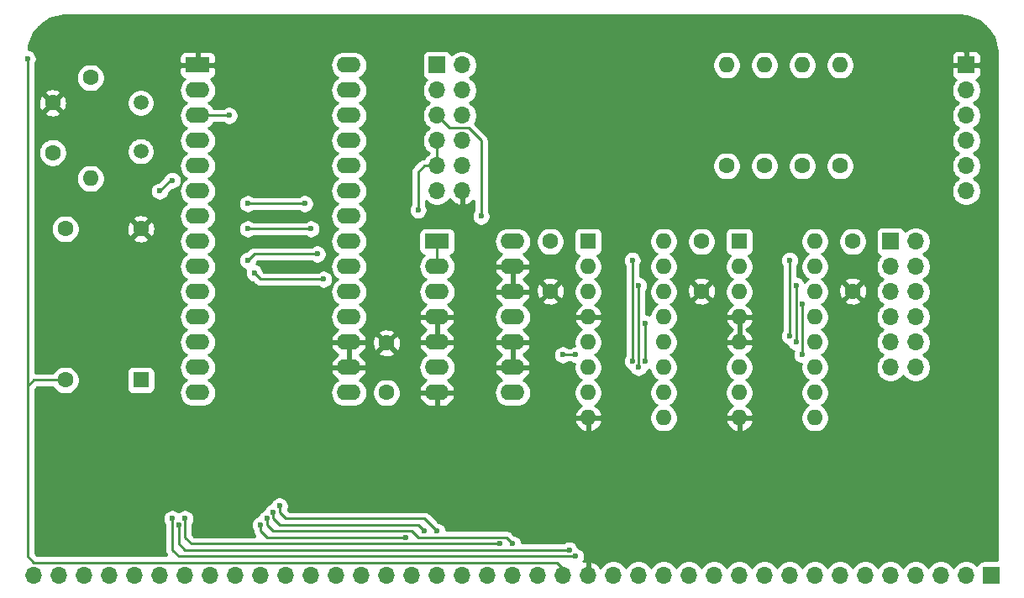
<source format=gbl>
G04 #@! TF.GenerationSoftware,KiCad,Pcbnew,(5.1.5)-3*
G04 #@! TF.CreationDate,2020-10-17T22:09:53+02:00*
G04 #@! TF.ProjectId,RC1 ACIA,52433120-4143-4494-912e-6b696361645f,rev?*
G04 #@! TF.SameCoordinates,Original*
G04 #@! TF.FileFunction,Copper,L2,Bot*
G04 #@! TF.FilePolarity,Positive*
%FSLAX46Y46*%
G04 Gerber Fmt 4.6, Leading zero omitted, Abs format (unit mm)*
G04 Created by KiCad (PCBNEW (5.1.5)-3) date 2020-10-17 22:09:53*
%MOMM*%
%LPD*%
G04 APERTURE LIST*
%ADD10C,1.600000*%
%ADD11R,1.700000X1.700000*%
%ADD12O,1.700000X1.700000*%
%ADD13R,1.600000X1.600000*%
%ADD14O,1.600000X1.600000*%
%ADD15R,2.400000X1.600000*%
%ADD16O,2.400000X1.600000*%
%ADD17C,1.500000*%
%ADD18C,0.600000*%
%ADD19C,0.250000*%
%ADD20C,0.254000*%
G04 APERTURE END LIST*
D10*
X98425000Y-99695000D03*
X98425000Y-104695000D03*
D11*
X193040000Y-147320000D03*
D12*
X190500000Y-147320000D03*
X187960000Y-147320000D03*
X185420000Y-147320000D03*
X182880000Y-147320000D03*
X180340000Y-147320000D03*
X177800000Y-147320000D03*
X175260000Y-147320000D03*
X172720000Y-147320000D03*
X170180000Y-147320000D03*
X167640000Y-147320000D03*
X165100000Y-147320000D03*
X162560000Y-147320000D03*
X160020000Y-147320000D03*
X157480000Y-147320000D03*
X154940000Y-147320000D03*
X152400000Y-147320000D03*
X149860000Y-147320000D03*
X147320000Y-147320000D03*
X144780000Y-147320000D03*
X142240000Y-147320000D03*
X139700000Y-147320000D03*
X137160000Y-147320000D03*
X134620000Y-147320000D03*
X132080000Y-147320000D03*
X129540000Y-147320000D03*
X127000000Y-147320000D03*
X124460000Y-147320000D03*
X121920000Y-147320000D03*
X119380000Y-147320000D03*
X116840000Y-147320000D03*
X114300000Y-147320000D03*
X111760000Y-147320000D03*
X109220000Y-147320000D03*
X106680000Y-147320000D03*
X104140000Y-147320000D03*
X101600000Y-147320000D03*
X99060000Y-147320000D03*
X96520000Y-147320000D03*
D13*
X167640000Y-113665000D03*
D14*
X175260000Y-131445000D03*
X167640000Y-116205000D03*
X175260000Y-128905000D03*
X167640000Y-118745000D03*
X175260000Y-126365000D03*
X167640000Y-121285000D03*
X175260000Y-123825000D03*
X167640000Y-123825000D03*
X175260000Y-121285000D03*
X167640000Y-126365000D03*
X175260000Y-118745000D03*
X167640000Y-128905000D03*
X175260000Y-116205000D03*
X167640000Y-131445000D03*
X175260000Y-113665000D03*
D13*
X152400000Y-113665000D03*
D14*
X160020000Y-131445000D03*
X152400000Y-116205000D03*
X160020000Y-128905000D03*
X152400000Y-118745000D03*
X160020000Y-126365000D03*
X152400000Y-121285000D03*
X160020000Y-123825000D03*
X152400000Y-123825000D03*
X160020000Y-121285000D03*
X152400000Y-126365000D03*
X160020000Y-118745000D03*
X152400000Y-128905000D03*
X160020000Y-116205000D03*
X152400000Y-131445000D03*
X160020000Y-113665000D03*
D11*
X182880000Y-113665000D03*
D12*
X185420000Y-113665000D03*
X182880000Y-116205000D03*
X185420000Y-116205000D03*
X182880000Y-118745000D03*
X185420000Y-118745000D03*
X182880000Y-121285000D03*
X185420000Y-121285000D03*
X182880000Y-123825000D03*
X185420000Y-123825000D03*
X182880000Y-126365000D03*
X185420000Y-126365000D03*
D10*
X132080000Y-128905000D03*
X132080000Y-123905000D03*
X179070000Y-113665000D03*
X179070000Y-118665000D03*
X148590000Y-113665000D03*
X148590000Y-118665000D03*
X163830000Y-113665000D03*
X163830000Y-118665000D03*
D13*
X107315000Y-127635000D03*
D10*
X99695000Y-127635000D03*
X99695000Y-112395000D03*
X107315000Y-112395000D03*
D11*
X190500000Y-95885000D03*
D12*
X190500000Y-98425000D03*
X190500000Y-100965000D03*
X190500000Y-103505000D03*
X190500000Y-106045000D03*
X190500000Y-108585000D03*
D10*
X102235000Y-97155000D03*
D14*
X102235000Y-107315000D03*
D10*
X173990000Y-106045000D03*
D14*
X173990000Y-95885000D03*
D10*
X177800000Y-106045000D03*
D14*
X177800000Y-95885000D03*
D10*
X166370000Y-106045000D03*
D14*
X166370000Y-95885000D03*
D15*
X113030000Y-95885000D03*
D16*
X128270000Y-128905000D03*
X113030000Y-98425000D03*
X128270000Y-126365000D03*
X113030000Y-100965000D03*
X128270000Y-123825000D03*
X113030000Y-103505000D03*
X128270000Y-121285000D03*
X113030000Y-106045000D03*
X128270000Y-118745000D03*
X113030000Y-108585000D03*
X128270000Y-116205000D03*
X113030000Y-111125000D03*
X128270000Y-113665000D03*
X113030000Y-113665000D03*
X128270000Y-111125000D03*
X113030000Y-116205000D03*
X128270000Y-108585000D03*
X113030000Y-118745000D03*
X128270000Y-106045000D03*
X113030000Y-121285000D03*
X128270000Y-103505000D03*
X113030000Y-123825000D03*
X128270000Y-100965000D03*
X113030000Y-126365000D03*
X128270000Y-98425000D03*
X113030000Y-128905000D03*
X128270000Y-95885000D03*
D15*
X137160000Y-113665000D03*
D16*
X144780000Y-128905000D03*
X137160000Y-116205000D03*
X144780000Y-126365000D03*
X137160000Y-118745000D03*
X144780000Y-123825000D03*
X137160000Y-121285000D03*
X144780000Y-121285000D03*
X137160000Y-123825000D03*
X144780000Y-118745000D03*
X137160000Y-126365000D03*
X144780000Y-116205000D03*
X137160000Y-128905000D03*
X144780000Y-113665000D03*
D17*
X107315000Y-99695000D03*
X107315000Y-104575000D03*
D12*
X139700000Y-108585000D03*
X137160000Y-108585000D03*
X139700000Y-106045000D03*
X137160000Y-106045000D03*
X139700000Y-103505000D03*
X137160000Y-103505000D03*
X139700000Y-100965000D03*
X137160000Y-100965000D03*
X139700000Y-98425000D03*
X137160000Y-98425000D03*
X139700000Y-95885000D03*
D11*
X137160000Y-95885000D03*
D14*
X170180000Y-95885000D03*
D10*
X170180000Y-106045000D03*
D18*
X95885000Y-95250000D03*
X173990000Y-120015000D03*
X173990000Y-125095000D03*
X173355000Y-118110000D03*
X173355000Y-123825000D03*
X172720000Y-123190000D03*
X172720000Y-115570000D03*
X158115000Y-121920000D03*
X158115000Y-125730000D03*
X157480000Y-118110000D03*
X157480000Y-126365000D03*
X156845000Y-115570000D03*
X156845000Y-125730000D03*
X150495000Y-144780000D03*
X111125000Y-142240000D03*
X151130000Y-145415000D03*
X110490000Y-141605000D03*
X144780000Y-144145000D03*
X120015000Y-141605000D03*
X119380000Y-142240000D03*
X133985000Y-143510000D03*
X118745000Y-116840000D03*
X125730000Y-117475000D03*
X151130000Y-125095000D03*
X149860000Y-125095000D03*
X116205000Y-100965000D03*
X143510000Y-144145000D03*
X111760000Y-141605000D03*
X137160000Y-142875000D03*
X121285000Y-140335000D03*
X135890000Y-142875000D03*
X120650000Y-140970000D03*
X141604988Y-111125000D03*
X135255000Y-110490000D03*
X123825000Y-109855000D03*
X118110000Y-109855000D03*
X124460000Y-112395000D03*
X118110000Y-112395000D03*
X118110000Y-115570000D03*
X125095000Y-114935000D03*
X110490000Y-107495000D03*
X109220000Y-108585000D03*
D19*
X95885000Y-95250000D02*
X95885000Y-107950000D01*
X95885000Y-128270000D02*
X95885000Y-107950000D01*
X99695000Y-127635000D02*
X96520000Y-127635000D01*
X96520000Y-127635000D02*
X95885000Y-128270000D01*
X149860000Y-147320000D02*
X149860000Y-146685000D01*
X149860000Y-146685000D02*
X149225000Y-146050000D01*
X95885000Y-139700000D02*
X95885000Y-128270000D01*
X95885000Y-144780000D02*
X95885000Y-139700000D01*
X149225000Y-146050000D02*
X96520000Y-146050000D01*
X96520000Y-146050000D02*
X95885000Y-145415000D01*
X95885000Y-145415000D02*
X95885000Y-144780000D01*
X159385000Y-113665000D02*
X160020000Y-113665000D01*
X173990000Y-120015000D02*
X173990000Y-125095000D01*
X173355000Y-118110000D02*
X173355000Y-123825000D01*
X172720000Y-123190000D02*
X172720000Y-115570000D01*
X158115000Y-125730000D02*
X158115000Y-121920000D01*
X157480000Y-126365000D02*
X157480000Y-118110000D01*
X156845000Y-125730000D02*
X156845000Y-115570000D01*
X111760000Y-144780000D02*
X150495000Y-144780000D01*
X111125000Y-144145000D02*
X111760000Y-144780000D01*
X111125000Y-142240000D02*
X111125000Y-144145000D01*
X110490000Y-141605000D02*
X110490000Y-144780000D01*
X111125000Y-145415000D02*
X110490000Y-144780000D01*
X151130000Y-145415000D02*
X111125000Y-145415000D01*
X144145000Y-143510000D02*
X144780000Y-144145000D01*
X135255000Y-143510000D02*
X134620000Y-142875000D01*
X135890000Y-143510000D02*
X135255000Y-143510000D01*
X144145000Y-143510000D02*
X135890000Y-143510000D01*
X120015000Y-142240000D02*
X120015000Y-141605000D01*
X120650000Y-142875000D02*
X120015000Y-142240000D01*
X134620000Y-142875000D02*
X120650000Y-142875000D01*
X119380000Y-142875000D02*
X119380000Y-142240000D01*
X120015000Y-143510000D02*
X119380000Y-142875000D01*
X133985000Y-143510000D02*
X120015000Y-143510000D01*
X119380000Y-117475000D02*
X118745000Y-116840000D01*
X151130000Y-125095000D02*
X149860000Y-125095000D01*
X125730000Y-117475000D02*
X119380000Y-117475000D01*
X116205000Y-100965000D02*
X113030000Y-100965000D01*
X112395000Y-144145000D02*
X143510000Y-144145000D01*
X111760000Y-143510000D02*
X112395000Y-144145000D01*
X111760000Y-141605000D02*
X111760000Y-143510000D01*
X135890000Y-141605000D02*
X137160000Y-142875000D01*
X121285000Y-140970000D02*
X121285000Y-140335000D01*
X121920000Y-141605000D02*
X121285000Y-140970000D01*
X135890000Y-141605000D02*
X121920000Y-141605000D01*
X135255000Y-142240000D02*
X135890000Y-142875000D01*
X120650000Y-141605000D02*
X120650000Y-140970000D01*
X121285000Y-142240000D02*
X120650000Y-141605000D01*
X135255000Y-142240000D02*
X121285000Y-142240000D01*
X137160000Y-100965000D02*
X138430000Y-102235000D01*
X141604988Y-111125000D02*
X141604988Y-103505012D01*
X140334976Y-102235000D02*
X138430000Y-102235000D01*
X141604988Y-103505012D02*
X140334976Y-102235000D01*
X137160000Y-116205000D02*
X137160000Y-113665000D01*
X137160000Y-106045000D02*
X137160000Y-103505000D01*
X135255000Y-110490000D02*
X135255000Y-106680000D01*
X135890000Y-106045000D02*
X137160000Y-106045000D01*
X135255000Y-106680000D02*
X135890000Y-106045000D01*
X118110000Y-109855000D02*
X118745000Y-109855000D01*
X119380000Y-109855000D02*
X118745000Y-109855000D01*
X123825000Y-109855000D02*
X119380000Y-109855000D01*
X124460000Y-112395000D02*
X118745000Y-112395000D01*
X118745000Y-112395000D02*
X118110000Y-112395000D01*
X118745000Y-114935000D02*
X118110000Y-115570000D01*
X125095000Y-114935000D02*
X119380000Y-114935000D01*
X119380000Y-114935000D02*
X118745000Y-114935000D01*
X110490000Y-107495000D02*
X110310000Y-107495000D01*
X110310000Y-107495000D02*
X109220000Y-108585000D01*
D20*
G36*
X190570659Y-90950550D02*
G01*
X191250861Y-91150099D01*
X191881057Y-91474672D01*
X192438508Y-91912556D01*
X192903095Y-92447945D01*
X193258066Y-93061534D01*
X193490603Y-93731172D01*
X193595943Y-94457695D01*
X193600000Y-94623674D01*
X193600001Y-145831928D01*
X192190000Y-145831928D01*
X192065518Y-145844188D01*
X191945820Y-145880498D01*
X191835506Y-145939463D01*
X191738815Y-146018815D01*
X191659463Y-146115506D01*
X191600498Y-146225820D01*
X191578487Y-146298380D01*
X191446632Y-146166525D01*
X191203411Y-146004010D01*
X190933158Y-145892068D01*
X190646260Y-145835000D01*
X190353740Y-145835000D01*
X190066842Y-145892068D01*
X189796589Y-146004010D01*
X189553368Y-146166525D01*
X189346525Y-146373368D01*
X189230000Y-146547760D01*
X189113475Y-146373368D01*
X188906632Y-146166525D01*
X188663411Y-146004010D01*
X188393158Y-145892068D01*
X188106260Y-145835000D01*
X187813740Y-145835000D01*
X187526842Y-145892068D01*
X187256589Y-146004010D01*
X187013368Y-146166525D01*
X186806525Y-146373368D01*
X186690000Y-146547760D01*
X186573475Y-146373368D01*
X186366632Y-146166525D01*
X186123411Y-146004010D01*
X185853158Y-145892068D01*
X185566260Y-145835000D01*
X185273740Y-145835000D01*
X184986842Y-145892068D01*
X184716589Y-146004010D01*
X184473368Y-146166525D01*
X184266525Y-146373368D01*
X184150000Y-146547760D01*
X184033475Y-146373368D01*
X183826632Y-146166525D01*
X183583411Y-146004010D01*
X183313158Y-145892068D01*
X183026260Y-145835000D01*
X182733740Y-145835000D01*
X182446842Y-145892068D01*
X182176589Y-146004010D01*
X181933368Y-146166525D01*
X181726525Y-146373368D01*
X181610000Y-146547760D01*
X181493475Y-146373368D01*
X181286632Y-146166525D01*
X181043411Y-146004010D01*
X180773158Y-145892068D01*
X180486260Y-145835000D01*
X180193740Y-145835000D01*
X179906842Y-145892068D01*
X179636589Y-146004010D01*
X179393368Y-146166525D01*
X179186525Y-146373368D01*
X179070000Y-146547760D01*
X178953475Y-146373368D01*
X178746632Y-146166525D01*
X178503411Y-146004010D01*
X178233158Y-145892068D01*
X177946260Y-145835000D01*
X177653740Y-145835000D01*
X177366842Y-145892068D01*
X177096589Y-146004010D01*
X176853368Y-146166525D01*
X176646525Y-146373368D01*
X176530000Y-146547760D01*
X176413475Y-146373368D01*
X176206632Y-146166525D01*
X175963411Y-146004010D01*
X175693158Y-145892068D01*
X175406260Y-145835000D01*
X175113740Y-145835000D01*
X174826842Y-145892068D01*
X174556589Y-146004010D01*
X174313368Y-146166525D01*
X174106525Y-146373368D01*
X173990000Y-146547760D01*
X173873475Y-146373368D01*
X173666632Y-146166525D01*
X173423411Y-146004010D01*
X173153158Y-145892068D01*
X172866260Y-145835000D01*
X172573740Y-145835000D01*
X172286842Y-145892068D01*
X172016589Y-146004010D01*
X171773368Y-146166525D01*
X171566525Y-146373368D01*
X171450000Y-146547760D01*
X171333475Y-146373368D01*
X171126632Y-146166525D01*
X170883411Y-146004010D01*
X170613158Y-145892068D01*
X170326260Y-145835000D01*
X170033740Y-145835000D01*
X169746842Y-145892068D01*
X169476589Y-146004010D01*
X169233368Y-146166525D01*
X169026525Y-146373368D01*
X168910000Y-146547760D01*
X168793475Y-146373368D01*
X168586632Y-146166525D01*
X168343411Y-146004010D01*
X168073158Y-145892068D01*
X167786260Y-145835000D01*
X167493740Y-145835000D01*
X167206842Y-145892068D01*
X166936589Y-146004010D01*
X166693368Y-146166525D01*
X166486525Y-146373368D01*
X166370000Y-146547760D01*
X166253475Y-146373368D01*
X166046632Y-146166525D01*
X165803411Y-146004010D01*
X165533158Y-145892068D01*
X165246260Y-145835000D01*
X164953740Y-145835000D01*
X164666842Y-145892068D01*
X164396589Y-146004010D01*
X164153368Y-146166525D01*
X163946525Y-146373368D01*
X163830000Y-146547760D01*
X163713475Y-146373368D01*
X163506632Y-146166525D01*
X163263411Y-146004010D01*
X162993158Y-145892068D01*
X162706260Y-145835000D01*
X162413740Y-145835000D01*
X162126842Y-145892068D01*
X161856589Y-146004010D01*
X161613368Y-146166525D01*
X161406525Y-146373368D01*
X161290000Y-146547760D01*
X161173475Y-146373368D01*
X160966632Y-146166525D01*
X160723411Y-146004010D01*
X160453158Y-145892068D01*
X160166260Y-145835000D01*
X159873740Y-145835000D01*
X159586842Y-145892068D01*
X159316589Y-146004010D01*
X159073368Y-146166525D01*
X158866525Y-146373368D01*
X158750000Y-146547760D01*
X158633475Y-146373368D01*
X158426632Y-146166525D01*
X158183411Y-146004010D01*
X157913158Y-145892068D01*
X157626260Y-145835000D01*
X157333740Y-145835000D01*
X157046842Y-145892068D01*
X156776589Y-146004010D01*
X156533368Y-146166525D01*
X156326525Y-146373368D01*
X156210000Y-146547760D01*
X156093475Y-146373368D01*
X155886632Y-146166525D01*
X155643411Y-146004010D01*
X155373158Y-145892068D01*
X155086260Y-145835000D01*
X154793740Y-145835000D01*
X154506842Y-145892068D01*
X154236589Y-146004010D01*
X153993368Y-146166525D01*
X153786525Y-146373368D01*
X153664805Y-146555534D01*
X153595178Y-146438645D01*
X153400269Y-146222412D01*
X153166920Y-146048359D01*
X152904099Y-145923175D01*
X152756890Y-145878524D01*
X152527000Y-145999845D01*
X152527000Y-147193000D01*
X152547000Y-147193000D01*
X152547000Y-147447000D01*
X152527000Y-147447000D01*
X152527000Y-147467000D01*
X152273000Y-147467000D01*
X152273000Y-147447000D01*
X152253000Y-147447000D01*
X152253000Y-147193000D01*
X152273000Y-147193000D01*
X152273000Y-145999845D01*
X152043110Y-145878524D01*
X151919809Y-145915923D01*
X151958586Y-145857889D01*
X152029068Y-145687729D01*
X152065000Y-145507089D01*
X152065000Y-145322911D01*
X152029068Y-145142271D01*
X151958586Y-144972111D01*
X151856262Y-144818972D01*
X151726028Y-144688738D01*
X151572889Y-144586414D01*
X151402729Y-144515932D01*
X151395505Y-144514495D01*
X151394068Y-144507271D01*
X151323586Y-144337111D01*
X151221262Y-144183972D01*
X151091028Y-144053738D01*
X150937889Y-143951414D01*
X150767729Y-143880932D01*
X150587089Y-143845000D01*
X150402911Y-143845000D01*
X150222271Y-143880932D01*
X150052111Y-143951414D01*
X149949465Y-144020000D01*
X145708454Y-144020000D01*
X145679068Y-143872271D01*
X145608586Y-143702111D01*
X145506262Y-143548972D01*
X145376028Y-143418738D01*
X145222889Y-143316414D01*
X145052729Y-143245932D01*
X144931649Y-143221847D01*
X144708803Y-142999002D01*
X144685001Y-142969999D01*
X144569276Y-142875026D01*
X144437247Y-142804454D01*
X144293986Y-142760997D01*
X144182333Y-142750000D01*
X144182322Y-142750000D01*
X144145000Y-142746324D01*
X144107678Y-142750000D01*
X138088454Y-142750000D01*
X138059068Y-142602271D01*
X137988586Y-142432111D01*
X137886262Y-142278972D01*
X137756028Y-142148738D01*
X137602889Y-142046414D01*
X137432729Y-141975932D01*
X137311649Y-141951847D01*
X136453804Y-141094003D01*
X136430001Y-141064999D01*
X136314276Y-140970026D01*
X136182247Y-140899454D01*
X136038986Y-140855997D01*
X135927333Y-140845000D01*
X135927322Y-140845000D01*
X135890000Y-140841324D01*
X135852678Y-140845000D01*
X122234802Y-140845000D01*
X122129433Y-140739631D01*
X122184068Y-140607729D01*
X122220000Y-140427089D01*
X122220000Y-140242911D01*
X122184068Y-140062271D01*
X122113586Y-139892111D01*
X122011262Y-139738972D01*
X121881028Y-139608738D01*
X121727889Y-139506414D01*
X121557729Y-139435932D01*
X121377089Y-139400000D01*
X121192911Y-139400000D01*
X121012271Y-139435932D01*
X120842111Y-139506414D01*
X120688972Y-139608738D01*
X120558738Y-139738972D01*
X120456414Y-139892111D01*
X120385932Y-140062271D01*
X120384495Y-140069495D01*
X120377271Y-140070932D01*
X120207111Y-140141414D01*
X120053972Y-140243738D01*
X119923738Y-140373972D01*
X119821414Y-140527111D01*
X119750932Y-140697271D01*
X119749495Y-140704495D01*
X119742271Y-140705932D01*
X119572111Y-140776414D01*
X119418972Y-140878738D01*
X119288738Y-141008972D01*
X119186414Y-141162111D01*
X119115932Y-141332271D01*
X119114495Y-141339495D01*
X119107271Y-141340932D01*
X118937111Y-141411414D01*
X118783972Y-141513738D01*
X118653738Y-141643972D01*
X118551414Y-141797111D01*
X118480932Y-141967271D01*
X118445000Y-142147911D01*
X118445000Y-142332089D01*
X118480932Y-142512729D01*
X118551414Y-142682889D01*
X118620000Y-142785535D01*
X118620000Y-142837678D01*
X118616324Y-142875000D01*
X118620000Y-142912322D01*
X118620000Y-142912332D01*
X118630997Y-143023985D01*
X118668534Y-143147729D01*
X118674454Y-143167246D01*
X118745026Y-143299276D01*
X118784871Y-143347826D01*
X118815378Y-143385000D01*
X112709802Y-143385000D01*
X112520000Y-143195199D01*
X112520000Y-142150535D01*
X112588586Y-142047889D01*
X112659068Y-141877729D01*
X112695000Y-141697089D01*
X112695000Y-141512911D01*
X112659068Y-141332271D01*
X112588586Y-141162111D01*
X112486262Y-141008972D01*
X112356028Y-140878738D01*
X112202889Y-140776414D01*
X112032729Y-140705932D01*
X111852089Y-140670000D01*
X111667911Y-140670000D01*
X111487271Y-140705932D01*
X111317111Y-140776414D01*
X111163972Y-140878738D01*
X111125000Y-140917710D01*
X111086028Y-140878738D01*
X110932889Y-140776414D01*
X110762729Y-140705932D01*
X110582089Y-140670000D01*
X110397911Y-140670000D01*
X110217271Y-140705932D01*
X110047111Y-140776414D01*
X109893972Y-140878738D01*
X109763738Y-141008972D01*
X109661414Y-141162111D01*
X109590932Y-141332271D01*
X109555000Y-141512911D01*
X109555000Y-141697089D01*
X109590932Y-141877729D01*
X109661414Y-142047889D01*
X109730000Y-142150536D01*
X109730001Y-144742667D01*
X109726324Y-144780000D01*
X109730001Y-144817332D01*
X109730001Y-144817333D01*
X109737553Y-144894003D01*
X109740998Y-144928985D01*
X109784454Y-145072246D01*
X109855026Y-145204276D01*
X109922362Y-145286324D01*
X109925379Y-145290000D01*
X96834802Y-145290000D01*
X96645000Y-145100199D01*
X96645000Y-131794039D01*
X151008096Y-131794039D01*
X151048754Y-131928087D01*
X151168963Y-132182420D01*
X151336481Y-132408414D01*
X151544869Y-132597385D01*
X151786119Y-132742070D01*
X152050960Y-132836909D01*
X152273000Y-132715624D01*
X152273000Y-131572000D01*
X152527000Y-131572000D01*
X152527000Y-132715624D01*
X152749040Y-132836909D01*
X153013881Y-132742070D01*
X153255131Y-132597385D01*
X153463519Y-132408414D01*
X153631037Y-132182420D01*
X153751246Y-131928087D01*
X153791904Y-131794039D01*
X153669915Y-131572000D01*
X152527000Y-131572000D01*
X152273000Y-131572000D01*
X151130085Y-131572000D01*
X151008096Y-131794039D01*
X96645000Y-131794039D01*
X96645000Y-128584801D01*
X96834802Y-128395000D01*
X98476957Y-128395000D01*
X98580363Y-128549759D01*
X98780241Y-128749637D01*
X99015273Y-128906680D01*
X99276426Y-129014853D01*
X99553665Y-129070000D01*
X99836335Y-129070000D01*
X100113574Y-129014853D01*
X100374727Y-128906680D01*
X100609759Y-128749637D01*
X100809637Y-128549759D01*
X100966680Y-128314727D01*
X101074853Y-128053574D01*
X101130000Y-127776335D01*
X101130000Y-127493665D01*
X101074853Y-127216426D01*
X100966680Y-126955273D01*
X100886317Y-126835000D01*
X105876928Y-126835000D01*
X105876928Y-128435000D01*
X105889188Y-128559482D01*
X105925498Y-128679180D01*
X105984463Y-128789494D01*
X106063815Y-128886185D01*
X106160506Y-128965537D01*
X106270820Y-129024502D01*
X106390518Y-129060812D01*
X106515000Y-129073072D01*
X108115000Y-129073072D01*
X108239482Y-129060812D01*
X108359180Y-129024502D01*
X108469494Y-128965537D01*
X108566185Y-128886185D01*
X108645537Y-128789494D01*
X108704502Y-128679180D01*
X108740812Y-128559482D01*
X108753072Y-128435000D01*
X108753072Y-126835000D01*
X108740812Y-126710518D01*
X108704502Y-126590820D01*
X108645537Y-126480506D01*
X108566185Y-126383815D01*
X108469494Y-126304463D01*
X108359180Y-126245498D01*
X108239482Y-126209188D01*
X108115000Y-126196928D01*
X106515000Y-126196928D01*
X106390518Y-126209188D01*
X106270820Y-126245498D01*
X106160506Y-126304463D01*
X106063815Y-126383815D01*
X105984463Y-126480506D01*
X105925498Y-126590820D01*
X105889188Y-126710518D01*
X105876928Y-126835000D01*
X100886317Y-126835000D01*
X100809637Y-126720241D01*
X100609759Y-126520363D01*
X100374727Y-126363320D01*
X100113574Y-126255147D01*
X99836335Y-126200000D01*
X99553665Y-126200000D01*
X99276426Y-126255147D01*
X99015273Y-126363320D01*
X98780241Y-126520363D01*
X98580363Y-126720241D01*
X98476957Y-126875000D01*
X96645000Y-126875000D01*
X96645000Y-112253665D01*
X98260000Y-112253665D01*
X98260000Y-112536335D01*
X98315147Y-112813574D01*
X98423320Y-113074727D01*
X98580363Y-113309759D01*
X98780241Y-113509637D01*
X99015273Y-113666680D01*
X99276426Y-113774853D01*
X99553665Y-113830000D01*
X99836335Y-113830000D01*
X100113574Y-113774853D01*
X100374727Y-113666680D01*
X100609759Y-113509637D01*
X100731694Y-113387702D01*
X106501903Y-113387702D01*
X106573486Y-113631671D01*
X106828996Y-113752571D01*
X107103184Y-113821300D01*
X107385512Y-113835217D01*
X107665130Y-113793787D01*
X107931292Y-113698603D01*
X108056514Y-113631671D01*
X108128097Y-113387702D01*
X107315000Y-112574605D01*
X106501903Y-113387702D01*
X100731694Y-113387702D01*
X100809637Y-113309759D01*
X100966680Y-113074727D01*
X101074853Y-112813574D01*
X101130000Y-112536335D01*
X101130000Y-112465512D01*
X105874783Y-112465512D01*
X105916213Y-112745130D01*
X106011397Y-113011292D01*
X106078329Y-113136514D01*
X106322298Y-113208097D01*
X107135395Y-112395000D01*
X107494605Y-112395000D01*
X108307702Y-113208097D01*
X108551671Y-113136514D01*
X108672571Y-112881004D01*
X108741300Y-112606816D01*
X108755217Y-112324488D01*
X108713787Y-112044870D01*
X108618603Y-111778708D01*
X108551671Y-111653486D01*
X108307702Y-111581903D01*
X107494605Y-112395000D01*
X107135395Y-112395000D01*
X106322298Y-111581903D01*
X106078329Y-111653486D01*
X105957429Y-111908996D01*
X105888700Y-112183184D01*
X105874783Y-112465512D01*
X101130000Y-112465512D01*
X101130000Y-112253665D01*
X101074853Y-111976426D01*
X100966680Y-111715273D01*
X100809637Y-111480241D01*
X100731694Y-111402298D01*
X106501903Y-111402298D01*
X107315000Y-112215395D01*
X108128097Y-111402298D01*
X108056514Y-111158329D01*
X107801004Y-111037429D01*
X107526816Y-110968700D01*
X107244488Y-110954783D01*
X106964870Y-110996213D01*
X106698708Y-111091397D01*
X106573486Y-111158329D01*
X106501903Y-111402298D01*
X100731694Y-111402298D01*
X100609759Y-111280363D01*
X100374727Y-111123320D01*
X100113574Y-111015147D01*
X99836335Y-110960000D01*
X99553665Y-110960000D01*
X99276426Y-111015147D01*
X99015273Y-111123320D01*
X98780241Y-111280363D01*
X98580363Y-111480241D01*
X98423320Y-111715273D01*
X98315147Y-111976426D01*
X98260000Y-112253665D01*
X96645000Y-112253665D01*
X96645000Y-107173665D01*
X100800000Y-107173665D01*
X100800000Y-107456335D01*
X100855147Y-107733574D01*
X100963320Y-107994727D01*
X101120363Y-108229759D01*
X101320241Y-108429637D01*
X101555273Y-108586680D01*
X101816426Y-108694853D01*
X102093665Y-108750000D01*
X102376335Y-108750000D01*
X102653574Y-108694853D01*
X102914727Y-108586680D01*
X103055062Y-108492911D01*
X108285000Y-108492911D01*
X108285000Y-108677089D01*
X108320932Y-108857729D01*
X108391414Y-109027889D01*
X108493738Y-109181028D01*
X108623972Y-109311262D01*
X108777111Y-109413586D01*
X108947271Y-109484068D01*
X109127911Y-109520000D01*
X109312089Y-109520000D01*
X109492729Y-109484068D01*
X109662889Y-109413586D01*
X109816028Y-109311262D01*
X109946262Y-109181028D01*
X110048586Y-109027889D01*
X110119068Y-108857729D01*
X110143153Y-108736649D01*
X110449802Y-108430000D01*
X110582089Y-108430000D01*
X110762729Y-108394068D01*
X110932889Y-108323586D01*
X111086028Y-108221262D01*
X111216262Y-108091028D01*
X111318586Y-107937889D01*
X111389068Y-107767729D01*
X111425000Y-107587089D01*
X111425000Y-107402911D01*
X111389068Y-107222271D01*
X111318586Y-107052111D01*
X111216262Y-106898972D01*
X111086028Y-106768738D01*
X110932889Y-106666414D01*
X110762729Y-106595932D01*
X110582089Y-106560000D01*
X110397911Y-106560000D01*
X110217271Y-106595932D01*
X110047111Y-106666414D01*
X109893972Y-106768738D01*
X109763738Y-106898972D01*
X109661414Y-107052111D01*
X109649624Y-107080574D01*
X109068351Y-107661847D01*
X108947271Y-107685932D01*
X108777111Y-107756414D01*
X108623972Y-107858738D01*
X108493738Y-107988972D01*
X108391414Y-108142111D01*
X108320932Y-108312271D01*
X108285000Y-108492911D01*
X103055062Y-108492911D01*
X103149759Y-108429637D01*
X103349637Y-108229759D01*
X103506680Y-107994727D01*
X103614853Y-107733574D01*
X103670000Y-107456335D01*
X103670000Y-107173665D01*
X103614853Y-106896426D01*
X103506680Y-106635273D01*
X103349637Y-106400241D01*
X103149759Y-106200363D01*
X102914727Y-106043320D01*
X102653574Y-105935147D01*
X102376335Y-105880000D01*
X102093665Y-105880000D01*
X101816426Y-105935147D01*
X101555273Y-106043320D01*
X101320241Y-106200363D01*
X101120363Y-106400241D01*
X100963320Y-106635273D01*
X100855147Y-106896426D01*
X100800000Y-107173665D01*
X96645000Y-107173665D01*
X96645000Y-104553665D01*
X96990000Y-104553665D01*
X96990000Y-104836335D01*
X97045147Y-105113574D01*
X97153320Y-105374727D01*
X97310363Y-105609759D01*
X97510241Y-105809637D01*
X97745273Y-105966680D01*
X98006426Y-106074853D01*
X98283665Y-106130000D01*
X98566335Y-106130000D01*
X98843574Y-106074853D01*
X99104727Y-105966680D01*
X99339759Y-105809637D01*
X99539637Y-105609759D01*
X99696680Y-105374727D01*
X99804853Y-105113574D01*
X99860000Y-104836335D01*
X99860000Y-104553665D01*
X99837110Y-104438589D01*
X105930000Y-104438589D01*
X105930000Y-104711411D01*
X105983225Y-104978989D01*
X106087629Y-105231043D01*
X106239201Y-105457886D01*
X106432114Y-105650799D01*
X106658957Y-105802371D01*
X106911011Y-105906775D01*
X107178589Y-105960000D01*
X107451411Y-105960000D01*
X107718989Y-105906775D01*
X107971043Y-105802371D01*
X108197886Y-105650799D01*
X108390799Y-105457886D01*
X108542371Y-105231043D01*
X108646775Y-104978989D01*
X108700000Y-104711411D01*
X108700000Y-104438589D01*
X108646775Y-104171011D01*
X108542371Y-103918957D01*
X108390799Y-103692114D01*
X108197886Y-103499201D01*
X107971043Y-103347629D01*
X107718989Y-103243225D01*
X107451411Y-103190000D01*
X107178589Y-103190000D01*
X106911011Y-103243225D01*
X106658957Y-103347629D01*
X106432114Y-103499201D01*
X106239201Y-103692114D01*
X106087629Y-103918957D01*
X105983225Y-104171011D01*
X105930000Y-104438589D01*
X99837110Y-104438589D01*
X99804853Y-104276426D01*
X99696680Y-104015273D01*
X99539637Y-103780241D01*
X99339759Y-103580363D01*
X99104727Y-103423320D01*
X98843574Y-103315147D01*
X98566335Y-103260000D01*
X98283665Y-103260000D01*
X98006426Y-103315147D01*
X97745273Y-103423320D01*
X97510241Y-103580363D01*
X97310363Y-103780241D01*
X97153320Y-104015273D01*
X97045147Y-104276426D01*
X96990000Y-104553665D01*
X96645000Y-104553665D01*
X96645000Y-100687702D01*
X97611903Y-100687702D01*
X97683486Y-100931671D01*
X97938996Y-101052571D01*
X98213184Y-101121300D01*
X98495512Y-101135217D01*
X98775130Y-101093787D01*
X99041292Y-100998603D01*
X99166514Y-100931671D01*
X99238097Y-100687702D01*
X98425000Y-99874605D01*
X97611903Y-100687702D01*
X96645000Y-100687702D01*
X96645000Y-99765512D01*
X96984783Y-99765512D01*
X97026213Y-100045130D01*
X97121397Y-100311292D01*
X97188329Y-100436514D01*
X97432298Y-100508097D01*
X98245395Y-99695000D01*
X98604605Y-99695000D01*
X99417702Y-100508097D01*
X99661671Y-100436514D01*
X99782571Y-100181004D01*
X99851300Y-99906816D01*
X99865217Y-99624488D01*
X99855453Y-99558589D01*
X105930000Y-99558589D01*
X105930000Y-99831411D01*
X105983225Y-100098989D01*
X106087629Y-100351043D01*
X106239201Y-100577886D01*
X106432114Y-100770799D01*
X106658957Y-100922371D01*
X106911011Y-101026775D01*
X107178589Y-101080000D01*
X107451411Y-101080000D01*
X107718989Y-101026775D01*
X107971043Y-100922371D01*
X108197886Y-100770799D01*
X108390799Y-100577886D01*
X108542371Y-100351043D01*
X108646775Y-100098989D01*
X108700000Y-99831411D01*
X108700000Y-99558589D01*
X108646775Y-99291011D01*
X108542371Y-99038957D01*
X108390799Y-98812114D01*
X108197886Y-98619201D01*
X107971043Y-98467629D01*
X107868128Y-98425000D01*
X111188057Y-98425000D01*
X111215764Y-98706309D01*
X111297818Y-98976808D01*
X111431068Y-99226101D01*
X111610392Y-99444608D01*
X111828899Y-99623932D01*
X111961858Y-99695000D01*
X111828899Y-99766068D01*
X111610392Y-99945392D01*
X111431068Y-100163899D01*
X111297818Y-100413192D01*
X111215764Y-100683691D01*
X111188057Y-100965000D01*
X111215764Y-101246309D01*
X111297818Y-101516808D01*
X111431068Y-101766101D01*
X111610392Y-101984608D01*
X111828899Y-102163932D01*
X111961858Y-102235000D01*
X111828899Y-102306068D01*
X111610392Y-102485392D01*
X111431068Y-102703899D01*
X111297818Y-102953192D01*
X111215764Y-103223691D01*
X111188057Y-103505000D01*
X111215764Y-103786309D01*
X111297818Y-104056808D01*
X111431068Y-104306101D01*
X111610392Y-104524608D01*
X111828899Y-104703932D01*
X111961858Y-104775000D01*
X111828899Y-104846068D01*
X111610392Y-105025392D01*
X111431068Y-105243899D01*
X111297818Y-105493192D01*
X111215764Y-105763691D01*
X111188057Y-106045000D01*
X111215764Y-106326309D01*
X111297818Y-106596808D01*
X111431068Y-106846101D01*
X111610392Y-107064608D01*
X111828899Y-107243932D01*
X111961858Y-107315000D01*
X111828899Y-107386068D01*
X111610392Y-107565392D01*
X111431068Y-107783899D01*
X111297818Y-108033192D01*
X111215764Y-108303691D01*
X111188057Y-108585000D01*
X111215764Y-108866309D01*
X111297818Y-109136808D01*
X111431068Y-109386101D01*
X111610392Y-109604608D01*
X111828899Y-109783932D01*
X111961858Y-109855000D01*
X111828899Y-109926068D01*
X111610392Y-110105392D01*
X111431068Y-110323899D01*
X111297818Y-110573192D01*
X111215764Y-110843691D01*
X111188057Y-111125000D01*
X111215764Y-111406309D01*
X111297818Y-111676808D01*
X111431068Y-111926101D01*
X111610392Y-112144608D01*
X111828899Y-112323932D01*
X111961858Y-112395000D01*
X111828899Y-112466068D01*
X111610392Y-112645392D01*
X111431068Y-112863899D01*
X111297818Y-113113192D01*
X111215764Y-113383691D01*
X111188057Y-113665000D01*
X111215764Y-113946309D01*
X111297818Y-114216808D01*
X111431068Y-114466101D01*
X111610392Y-114684608D01*
X111828899Y-114863932D01*
X111961858Y-114935000D01*
X111828899Y-115006068D01*
X111610392Y-115185392D01*
X111431068Y-115403899D01*
X111297818Y-115653192D01*
X111215764Y-115923691D01*
X111188057Y-116205000D01*
X111215764Y-116486309D01*
X111297818Y-116756808D01*
X111431068Y-117006101D01*
X111610392Y-117224608D01*
X111828899Y-117403932D01*
X111961858Y-117475000D01*
X111828899Y-117546068D01*
X111610392Y-117725392D01*
X111431068Y-117943899D01*
X111297818Y-118193192D01*
X111215764Y-118463691D01*
X111188057Y-118745000D01*
X111215764Y-119026309D01*
X111297818Y-119296808D01*
X111431068Y-119546101D01*
X111610392Y-119764608D01*
X111828899Y-119943932D01*
X111961858Y-120015000D01*
X111828899Y-120086068D01*
X111610392Y-120265392D01*
X111431068Y-120483899D01*
X111297818Y-120733192D01*
X111215764Y-121003691D01*
X111188057Y-121285000D01*
X111215764Y-121566309D01*
X111297818Y-121836808D01*
X111431068Y-122086101D01*
X111610392Y-122304608D01*
X111828899Y-122483932D01*
X111961858Y-122555000D01*
X111828899Y-122626068D01*
X111610392Y-122805392D01*
X111431068Y-123023899D01*
X111297818Y-123273192D01*
X111215764Y-123543691D01*
X111188057Y-123825000D01*
X111215764Y-124106309D01*
X111297818Y-124376808D01*
X111431068Y-124626101D01*
X111610392Y-124844608D01*
X111828899Y-125023932D01*
X111961858Y-125095000D01*
X111828899Y-125166068D01*
X111610392Y-125345392D01*
X111431068Y-125563899D01*
X111297818Y-125813192D01*
X111215764Y-126083691D01*
X111188057Y-126365000D01*
X111215764Y-126646309D01*
X111297818Y-126916808D01*
X111431068Y-127166101D01*
X111610392Y-127384608D01*
X111828899Y-127563932D01*
X111961858Y-127635000D01*
X111828899Y-127706068D01*
X111610392Y-127885392D01*
X111431068Y-128103899D01*
X111297818Y-128353192D01*
X111215764Y-128623691D01*
X111188057Y-128905000D01*
X111215764Y-129186309D01*
X111297818Y-129456808D01*
X111431068Y-129706101D01*
X111610392Y-129924608D01*
X111828899Y-130103932D01*
X112078192Y-130237182D01*
X112348691Y-130319236D01*
X112559508Y-130340000D01*
X113500492Y-130340000D01*
X113711309Y-130319236D01*
X113981808Y-130237182D01*
X114231101Y-130103932D01*
X114449608Y-129924608D01*
X114628932Y-129706101D01*
X114762182Y-129456808D01*
X114844236Y-129186309D01*
X114871943Y-128905000D01*
X126428057Y-128905000D01*
X126455764Y-129186309D01*
X126537818Y-129456808D01*
X126671068Y-129706101D01*
X126850392Y-129924608D01*
X127068899Y-130103932D01*
X127318192Y-130237182D01*
X127588691Y-130319236D01*
X127799508Y-130340000D01*
X128740492Y-130340000D01*
X128951309Y-130319236D01*
X129221808Y-130237182D01*
X129471101Y-130103932D01*
X129689608Y-129924608D01*
X129868932Y-129706101D01*
X130002182Y-129456808D01*
X130084236Y-129186309D01*
X130111943Y-128905000D01*
X130098023Y-128763665D01*
X130645000Y-128763665D01*
X130645000Y-129046335D01*
X130700147Y-129323574D01*
X130808320Y-129584727D01*
X130965363Y-129819759D01*
X131165241Y-130019637D01*
X131400273Y-130176680D01*
X131661426Y-130284853D01*
X131938665Y-130340000D01*
X132221335Y-130340000D01*
X132498574Y-130284853D01*
X132759727Y-130176680D01*
X132994759Y-130019637D01*
X133194637Y-129819759D01*
X133351680Y-129584727D01*
X133459853Y-129323574D01*
X133473684Y-129254039D01*
X135368096Y-129254039D01*
X135385633Y-129336818D01*
X135496285Y-129596646D01*
X135655500Y-129829895D01*
X135857161Y-130027601D01*
X136093517Y-130182166D01*
X136355486Y-130287650D01*
X136633000Y-130340000D01*
X137033000Y-130340000D01*
X137033000Y-129032000D01*
X137287000Y-129032000D01*
X137287000Y-130340000D01*
X137687000Y-130340000D01*
X137964514Y-130287650D01*
X138226483Y-130182166D01*
X138462839Y-130027601D01*
X138664500Y-129829895D01*
X138823715Y-129596646D01*
X138934367Y-129336818D01*
X138951904Y-129254039D01*
X138829915Y-129032000D01*
X137287000Y-129032000D01*
X137033000Y-129032000D01*
X135490085Y-129032000D01*
X135368096Y-129254039D01*
X133473684Y-129254039D01*
X133515000Y-129046335D01*
X133515000Y-128905000D01*
X142938057Y-128905000D01*
X142965764Y-129186309D01*
X143047818Y-129456808D01*
X143181068Y-129706101D01*
X143360392Y-129924608D01*
X143578899Y-130103932D01*
X143828192Y-130237182D01*
X144098691Y-130319236D01*
X144309508Y-130340000D01*
X145250492Y-130340000D01*
X145461309Y-130319236D01*
X145731808Y-130237182D01*
X145981101Y-130103932D01*
X146199608Y-129924608D01*
X146378932Y-129706101D01*
X146512182Y-129456808D01*
X146594236Y-129186309D01*
X146621943Y-128905000D01*
X146594236Y-128623691D01*
X146512182Y-128353192D01*
X146378932Y-128103899D01*
X146199608Y-127885392D01*
X145981101Y-127706068D01*
X145853259Y-127637735D01*
X146082839Y-127487601D01*
X146284500Y-127289895D01*
X146443715Y-127056646D01*
X146554367Y-126796818D01*
X146571904Y-126714039D01*
X146449915Y-126492000D01*
X144907000Y-126492000D01*
X144907000Y-126512000D01*
X144653000Y-126512000D01*
X144653000Y-126492000D01*
X143110085Y-126492000D01*
X142988096Y-126714039D01*
X143005633Y-126796818D01*
X143116285Y-127056646D01*
X143275500Y-127289895D01*
X143477161Y-127487601D01*
X143706741Y-127637735D01*
X143578899Y-127706068D01*
X143360392Y-127885392D01*
X143181068Y-128103899D01*
X143047818Y-128353192D01*
X142965764Y-128623691D01*
X142938057Y-128905000D01*
X133515000Y-128905000D01*
X133515000Y-128763665D01*
X133459853Y-128486426D01*
X133351680Y-128225273D01*
X133194637Y-127990241D01*
X132994759Y-127790363D01*
X132759727Y-127633320D01*
X132498574Y-127525147D01*
X132221335Y-127470000D01*
X131938665Y-127470000D01*
X131661426Y-127525147D01*
X131400273Y-127633320D01*
X131165241Y-127790363D01*
X130965363Y-127990241D01*
X130808320Y-128225273D01*
X130700147Y-128486426D01*
X130645000Y-128763665D01*
X130098023Y-128763665D01*
X130084236Y-128623691D01*
X130002182Y-128353192D01*
X129868932Y-128103899D01*
X129689608Y-127885392D01*
X129471101Y-127706068D01*
X129343259Y-127637735D01*
X129572839Y-127487601D01*
X129774500Y-127289895D01*
X129933715Y-127056646D01*
X130044367Y-126796818D01*
X130061904Y-126714039D01*
X129939915Y-126492000D01*
X128397000Y-126492000D01*
X128397000Y-126512000D01*
X128143000Y-126512000D01*
X128143000Y-126492000D01*
X126600085Y-126492000D01*
X126478096Y-126714039D01*
X126495633Y-126796818D01*
X126606285Y-127056646D01*
X126765500Y-127289895D01*
X126967161Y-127487601D01*
X127196741Y-127637735D01*
X127068899Y-127706068D01*
X126850392Y-127885392D01*
X126671068Y-128103899D01*
X126537818Y-128353192D01*
X126455764Y-128623691D01*
X126428057Y-128905000D01*
X114871943Y-128905000D01*
X114844236Y-128623691D01*
X114762182Y-128353192D01*
X114628932Y-128103899D01*
X114449608Y-127885392D01*
X114231101Y-127706068D01*
X114098142Y-127635000D01*
X114231101Y-127563932D01*
X114449608Y-127384608D01*
X114628932Y-127166101D01*
X114762182Y-126916808D01*
X114844236Y-126646309D01*
X114871943Y-126365000D01*
X135318057Y-126365000D01*
X135345764Y-126646309D01*
X135427818Y-126916808D01*
X135561068Y-127166101D01*
X135740392Y-127384608D01*
X135958899Y-127563932D01*
X136086741Y-127632265D01*
X135857161Y-127782399D01*
X135655500Y-127980105D01*
X135496285Y-128213354D01*
X135385633Y-128473182D01*
X135368096Y-128555961D01*
X135490085Y-128778000D01*
X137033000Y-128778000D01*
X137033000Y-128758000D01*
X137287000Y-128758000D01*
X137287000Y-128778000D01*
X138829915Y-128778000D01*
X138951904Y-128555961D01*
X138934367Y-128473182D01*
X138823715Y-128213354D01*
X138664500Y-127980105D01*
X138462839Y-127782399D01*
X138233259Y-127632265D01*
X138361101Y-127563932D01*
X138579608Y-127384608D01*
X138758932Y-127166101D01*
X138892182Y-126916808D01*
X138974236Y-126646309D01*
X139001943Y-126365000D01*
X138974236Y-126083691D01*
X138892182Y-125813192D01*
X138758932Y-125563899D01*
X138579608Y-125345392D01*
X138361101Y-125166068D01*
X138233259Y-125097735D01*
X138462839Y-124947601D01*
X138664500Y-124749895D01*
X138823715Y-124516646D01*
X138934367Y-124256818D01*
X138951904Y-124174039D01*
X142988096Y-124174039D01*
X143005633Y-124256818D01*
X143116285Y-124516646D01*
X143275500Y-124749895D01*
X143477161Y-124947601D01*
X143702559Y-125095000D01*
X143477161Y-125242399D01*
X143275500Y-125440105D01*
X143116285Y-125673354D01*
X143005633Y-125933182D01*
X142988096Y-126015961D01*
X143110085Y-126238000D01*
X144653000Y-126238000D01*
X144653000Y-123952000D01*
X144907000Y-123952000D01*
X144907000Y-126238000D01*
X146449915Y-126238000D01*
X146571904Y-126015961D01*
X146554367Y-125933182D01*
X146443715Y-125673354D01*
X146284500Y-125440105D01*
X146082839Y-125242399D01*
X145857441Y-125095000D01*
X145998260Y-125002911D01*
X148925000Y-125002911D01*
X148925000Y-125187089D01*
X148960932Y-125367729D01*
X149031414Y-125537889D01*
X149133738Y-125691028D01*
X149263972Y-125821262D01*
X149417111Y-125923586D01*
X149587271Y-125994068D01*
X149767911Y-126030000D01*
X149952089Y-126030000D01*
X150132729Y-125994068D01*
X150302889Y-125923586D01*
X150405535Y-125855000D01*
X150584465Y-125855000D01*
X150687111Y-125923586D01*
X150857271Y-125994068D01*
X151004832Y-126023420D01*
X150965000Y-126223665D01*
X150965000Y-126506335D01*
X151020147Y-126783574D01*
X151128320Y-127044727D01*
X151285363Y-127279759D01*
X151485241Y-127479637D01*
X151717759Y-127635000D01*
X151485241Y-127790363D01*
X151285363Y-127990241D01*
X151128320Y-128225273D01*
X151020147Y-128486426D01*
X150965000Y-128763665D01*
X150965000Y-129046335D01*
X151020147Y-129323574D01*
X151128320Y-129584727D01*
X151285363Y-129819759D01*
X151485241Y-130019637D01*
X151720273Y-130176680D01*
X151730865Y-130181067D01*
X151544869Y-130292615D01*
X151336481Y-130481586D01*
X151168963Y-130707580D01*
X151048754Y-130961913D01*
X151008096Y-131095961D01*
X151130085Y-131318000D01*
X152273000Y-131318000D01*
X152273000Y-131298000D01*
X152527000Y-131298000D01*
X152527000Y-131318000D01*
X153669915Y-131318000D01*
X153791904Y-131095961D01*
X153751246Y-130961913D01*
X153631037Y-130707580D01*
X153463519Y-130481586D01*
X153255131Y-130292615D01*
X153069135Y-130181067D01*
X153079727Y-130176680D01*
X153314759Y-130019637D01*
X153514637Y-129819759D01*
X153671680Y-129584727D01*
X153779853Y-129323574D01*
X153835000Y-129046335D01*
X153835000Y-128763665D01*
X153779853Y-128486426D01*
X153671680Y-128225273D01*
X153514637Y-127990241D01*
X153314759Y-127790363D01*
X153082241Y-127635000D01*
X153314759Y-127479637D01*
X153514637Y-127279759D01*
X153671680Y-127044727D01*
X153779853Y-126783574D01*
X153835000Y-126506335D01*
X153835000Y-126223665D01*
X153779853Y-125946426D01*
X153671680Y-125685273D01*
X153514637Y-125450241D01*
X153314759Y-125250363D01*
X153082241Y-125095000D01*
X153314759Y-124939637D01*
X153514637Y-124739759D01*
X153671680Y-124504727D01*
X153779853Y-124243574D01*
X153835000Y-123966335D01*
X153835000Y-123683665D01*
X153779853Y-123406426D01*
X153671680Y-123145273D01*
X153514637Y-122910241D01*
X153314759Y-122710363D01*
X153079727Y-122553320D01*
X153069135Y-122548933D01*
X153255131Y-122437385D01*
X153463519Y-122248414D01*
X153631037Y-122022420D01*
X153751246Y-121768087D01*
X153791904Y-121634039D01*
X153669915Y-121412000D01*
X152527000Y-121412000D01*
X152527000Y-121432000D01*
X152273000Y-121432000D01*
X152273000Y-121412000D01*
X151130085Y-121412000D01*
X151008096Y-121634039D01*
X151048754Y-121768087D01*
X151168963Y-122022420D01*
X151336481Y-122248414D01*
X151544869Y-122437385D01*
X151730865Y-122548933D01*
X151720273Y-122553320D01*
X151485241Y-122710363D01*
X151285363Y-122910241D01*
X151128320Y-123145273D01*
X151020147Y-123406426D01*
X150965000Y-123683665D01*
X150965000Y-123966335D01*
X151004832Y-124166580D01*
X150857271Y-124195932D01*
X150687111Y-124266414D01*
X150584465Y-124335000D01*
X150405535Y-124335000D01*
X150302889Y-124266414D01*
X150132729Y-124195932D01*
X149952089Y-124160000D01*
X149767911Y-124160000D01*
X149587271Y-124195932D01*
X149417111Y-124266414D01*
X149263972Y-124368738D01*
X149133738Y-124498972D01*
X149031414Y-124652111D01*
X148960932Y-124822271D01*
X148925000Y-125002911D01*
X145998260Y-125002911D01*
X146082839Y-124947601D01*
X146284500Y-124749895D01*
X146443715Y-124516646D01*
X146554367Y-124256818D01*
X146571904Y-124174039D01*
X146449915Y-123952000D01*
X144907000Y-123952000D01*
X144653000Y-123952000D01*
X143110085Y-123952000D01*
X142988096Y-124174039D01*
X138951904Y-124174039D01*
X138829915Y-123952000D01*
X137287000Y-123952000D01*
X137287000Y-123972000D01*
X137033000Y-123972000D01*
X137033000Y-123952000D01*
X135490085Y-123952000D01*
X135368096Y-124174039D01*
X135385633Y-124256818D01*
X135496285Y-124516646D01*
X135655500Y-124749895D01*
X135857161Y-124947601D01*
X136086741Y-125097735D01*
X135958899Y-125166068D01*
X135740392Y-125345392D01*
X135561068Y-125563899D01*
X135427818Y-125813192D01*
X135345764Y-126083691D01*
X135318057Y-126365000D01*
X114871943Y-126365000D01*
X114844236Y-126083691D01*
X114762182Y-125813192D01*
X114628932Y-125563899D01*
X114449608Y-125345392D01*
X114231101Y-125166068D01*
X114098142Y-125095000D01*
X114231101Y-125023932D01*
X114449608Y-124844608D01*
X114628932Y-124626101D01*
X114762182Y-124376808D01*
X114823690Y-124174039D01*
X126478096Y-124174039D01*
X126495633Y-124256818D01*
X126606285Y-124516646D01*
X126765500Y-124749895D01*
X126967161Y-124947601D01*
X127192559Y-125095000D01*
X126967161Y-125242399D01*
X126765500Y-125440105D01*
X126606285Y-125673354D01*
X126495633Y-125933182D01*
X126478096Y-126015961D01*
X126600085Y-126238000D01*
X128143000Y-126238000D01*
X128143000Y-123952000D01*
X128397000Y-123952000D01*
X128397000Y-126238000D01*
X129939915Y-126238000D01*
X130061904Y-126015961D01*
X130044367Y-125933182D01*
X129933715Y-125673354D01*
X129774500Y-125440105D01*
X129572839Y-125242399D01*
X129347441Y-125095000D01*
X129572839Y-124947601D01*
X129623736Y-124897702D01*
X131266903Y-124897702D01*
X131338486Y-125141671D01*
X131593996Y-125262571D01*
X131868184Y-125331300D01*
X132150512Y-125345217D01*
X132430130Y-125303787D01*
X132696292Y-125208603D01*
X132821514Y-125141671D01*
X132893097Y-124897702D01*
X132080000Y-124084605D01*
X131266903Y-124897702D01*
X129623736Y-124897702D01*
X129774500Y-124749895D01*
X129933715Y-124516646D01*
X130044367Y-124256818D01*
X130061904Y-124174039D01*
X129952833Y-123975512D01*
X130639783Y-123975512D01*
X130681213Y-124255130D01*
X130776397Y-124521292D01*
X130843329Y-124646514D01*
X131087298Y-124718097D01*
X131900395Y-123905000D01*
X132259605Y-123905000D01*
X133072702Y-124718097D01*
X133316671Y-124646514D01*
X133437571Y-124391004D01*
X133506300Y-124116816D01*
X133520217Y-123834488D01*
X133478787Y-123554870D01*
X133383603Y-123288708D01*
X133316671Y-123163486D01*
X133072702Y-123091903D01*
X132259605Y-123905000D01*
X131900395Y-123905000D01*
X131087298Y-123091903D01*
X130843329Y-123163486D01*
X130722429Y-123418996D01*
X130653700Y-123693184D01*
X130639783Y-123975512D01*
X129952833Y-123975512D01*
X129939915Y-123952000D01*
X128397000Y-123952000D01*
X128143000Y-123952000D01*
X126600085Y-123952000D01*
X126478096Y-124174039D01*
X114823690Y-124174039D01*
X114844236Y-124106309D01*
X114871943Y-123825000D01*
X114844236Y-123543691D01*
X114762182Y-123273192D01*
X114628932Y-123023899D01*
X114449608Y-122805392D01*
X114231101Y-122626068D01*
X114098142Y-122555000D01*
X114231101Y-122483932D01*
X114449608Y-122304608D01*
X114628932Y-122086101D01*
X114762182Y-121836808D01*
X114844236Y-121566309D01*
X114871943Y-121285000D01*
X114844236Y-121003691D01*
X114762182Y-120733192D01*
X114628932Y-120483899D01*
X114449608Y-120265392D01*
X114231101Y-120086068D01*
X114098142Y-120015000D01*
X114231101Y-119943932D01*
X114449608Y-119764608D01*
X114628932Y-119546101D01*
X114762182Y-119296808D01*
X114844236Y-119026309D01*
X114871943Y-118745000D01*
X114844236Y-118463691D01*
X114762182Y-118193192D01*
X114628932Y-117943899D01*
X114449608Y-117725392D01*
X114231101Y-117546068D01*
X114098142Y-117475000D01*
X114231101Y-117403932D01*
X114449608Y-117224608D01*
X114628932Y-117006101D01*
X114762182Y-116756808D01*
X114844236Y-116486309D01*
X114871943Y-116205000D01*
X114844236Y-115923691D01*
X114762182Y-115653192D01*
X114668493Y-115477911D01*
X117175000Y-115477911D01*
X117175000Y-115662089D01*
X117210932Y-115842729D01*
X117281414Y-116012889D01*
X117383738Y-116166028D01*
X117513972Y-116296262D01*
X117667111Y-116398586D01*
X117837271Y-116469068D01*
X117882853Y-116478135D01*
X117845932Y-116567271D01*
X117810000Y-116747911D01*
X117810000Y-116932089D01*
X117845932Y-117112729D01*
X117916414Y-117282889D01*
X118018738Y-117436028D01*
X118148972Y-117566262D01*
X118302111Y-117668586D01*
X118472271Y-117739068D01*
X118593351Y-117763153D01*
X118816200Y-117986002D01*
X118839999Y-118015001D01*
X118955724Y-118109974D01*
X119087753Y-118180546D01*
X119231014Y-118224003D01*
X119380000Y-118238677D01*
X119417333Y-118235000D01*
X125184465Y-118235000D01*
X125287111Y-118303586D01*
X125457271Y-118374068D01*
X125637911Y-118410000D01*
X125822089Y-118410000D01*
X126002729Y-118374068D01*
X126172889Y-118303586D01*
X126326028Y-118201262D01*
X126456262Y-118071028D01*
X126558586Y-117917889D01*
X126629068Y-117747729D01*
X126665000Y-117567089D01*
X126665000Y-117382911D01*
X126629068Y-117202271D01*
X126558586Y-117032111D01*
X126456262Y-116878972D01*
X126326028Y-116748738D01*
X126172889Y-116646414D01*
X126002729Y-116575932D01*
X125822089Y-116540000D01*
X125637911Y-116540000D01*
X125457271Y-116575932D01*
X125287111Y-116646414D01*
X125184465Y-116715000D01*
X119694802Y-116715000D01*
X119668153Y-116688351D01*
X119644068Y-116567271D01*
X119573586Y-116397111D01*
X119471262Y-116243972D01*
X119341028Y-116113738D01*
X119187889Y-116011414D01*
X119017729Y-115940932D01*
X118972147Y-115931865D01*
X119009068Y-115842729D01*
X119033153Y-115721649D01*
X119059802Y-115695000D01*
X124549465Y-115695000D01*
X124652111Y-115763586D01*
X124822271Y-115834068D01*
X125002911Y-115870000D01*
X125187089Y-115870000D01*
X125367729Y-115834068D01*
X125537889Y-115763586D01*
X125691028Y-115661262D01*
X125821262Y-115531028D01*
X125923586Y-115377889D01*
X125994068Y-115207729D01*
X126030000Y-115027089D01*
X126030000Y-114842911D01*
X125994068Y-114662271D01*
X125923586Y-114492111D01*
X125821262Y-114338972D01*
X125691028Y-114208738D01*
X125537889Y-114106414D01*
X125367729Y-114035932D01*
X125187089Y-114000000D01*
X125002911Y-114000000D01*
X124822271Y-114035932D01*
X124652111Y-114106414D01*
X124549465Y-114175000D01*
X118782333Y-114175000D01*
X118745000Y-114171323D01*
X118707667Y-114175000D01*
X118596014Y-114185997D01*
X118452753Y-114229454D01*
X118320724Y-114300026D01*
X118204999Y-114394999D01*
X118181200Y-114423998D01*
X117958351Y-114646847D01*
X117837271Y-114670932D01*
X117667111Y-114741414D01*
X117513972Y-114843738D01*
X117383738Y-114973972D01*
X117281414Y-115127111D01*
X117210932Y-115297271D01*
X117175000Y-115477911D01*
X114668493Y-115477911D01*
X114628932Y-115403899D01*
X114449608Y-115185392D01*
X114231101Y-115006068D01*
X114098142Y-114935000D01*
X114231101Y-114863932D01*
X114449608Y-114684608D01*
X114628932Y-114466101D01*
X114762182Y-114216808D01*
X114844236Y-113946309D01*
X114871943Y-113665000D01*
X114844236Y-113383691D01*
X114762182Y-113113192D01*
X114628932Y-112863899D01*
X114449608Y-112645392D01*
X114231101Y-112466068D01*
X114098142Y-112395000D01*
X114231101Y-112323932D01*
X114256715Y-112302911D01*
X117175000Y-112302911D01*
X117175000Y-112487089D01*
X117210932Y-112667729D01*
X117281414Y-112837889D01*
X117383738Y-112991028D01*
X117513972Y-113121262D01*
X117667111Y-113223586D01*
X117837271Y-113294068D01*
X118017911Y-113330000D01*
X118202089Y-113330000D01*
X118382729Y-113294068D01*
X118552889Y-113223586D01*
X118655535Y-113155000D01*
X123914465Y-113155000D01*
X124017111Y-113223586D01*
X124187271Y-113294068D01*
X124367911Y-113330000D01*
X124552089Y-113330000D01*
X124732729Y-113294068D01*
X124902889Y-113223586D01*
X125056028Y-113121262D01*
X125186262Y-112991028D01*
X125288586Y-112837889D01*
X125359068Y-112667729D01*
X125395000Y-112487089D01*
X125395000Y-112302911D01*
X125359068Y-112122271D01*
X125288586Y-111952111D01*
X125186262Y-111798972D01*
X125056028Y-111668738D01*
X124902889Y-111566414D01*
X124732729Y-111495932D01*
X124552089Y-111460000D01*
X124367911Y-111460000D01*
X124187271Y-111495932D01*
X124017111Y-111566414D01*
X123914465Y-111635000D01*
X118655535Y-111635000D01*
X118552889Y-111566414D01*
X118382729Y-111495932D01*
X118202089Y-111460000D01*
X118017911Y-111460000D01*
X117837271Y-111495932D01*
X117667111Y-111566414D01*
X117513972Y-111668738D01*
X117383738Y-111798972D01*
X117281414Y-111952111D01*
X117210932Y-112122271D01*
X117175000Y-112302911D01*
X114256715Y-112302911D01*
X114449608Y-112144608D01*
X114628932Y-111926101D01*
X114762182Y-111676808D01*
X114844236Y-111406309D01*
X114871943Y-111125000D01*
X114844236Y-110843691D01*
X114762182Y-110573192D01*
X114628932Y-110323899D01*
X114449608Y-110105392D01*
X114231101Y-109926068D01*
X114098142Y-109855000D01*
X114231101Y-109783932D01*
X114256715Y-109762911D01*
X117175000Y-109762911D01*
X117175000Y-109947089D01*
X117210932Y-110127729D01*
X117281414Y-110297889D01*
X117383738Y-110451028D01*
X117513972Y-110581262D01*
X117667111Y-110683586D01*
X117837271Y-110754068D01*
X118017911Y-110790000D01*
X118202089Y-110790000D01*
X118382729Y-110754068D01*
X118552889Y-110683586D01*
X118655535Y-110615000D01*
X123279465Y-110615000D01*
X123382111Y-110683586D01*
X123552271Y-110754068D01*
X123732911Y-110790000D01*
X123917089Y-110790000D01*
X124097729Y-110754068D01*
X124267889Y-110683586D01*
X124421028Y-110581262D01*
X124551262Y-110451028D01*
X124653586Y-110297889D01*
X124724068Y-110127729D01*
X124760000Y-109947089D01*
X124760000Y-109762911D01*
X124724068Y-109582271D01*
X124653586Y-109412111D01*
X124551262Y-109258972D01*
X124421028Y-109128738D01*
X124267889Y-109026414D01*
X124097729Y-108955932D01*
X123917089Y-108920000D01*
X123732911Y-108920000D01*
X123552271Y-108955932D01*
X123382111Y-109026414D01*
X123279465Y-109095000D01*
X118655535Y-109095000D01*
X118552889Y-109026414D01*
X118382729Y-108955932D01*
X118202089Y-108920000D01*
X118017911Y-108920000D01*
X117837271Y-108955932D01*
X117667111Y-109026414D01*
X117513972Y-109128738D01*
X117383738Y-109258972D01*
X117281414Y-109412111D01*
X117210932Y-109582271D01*
X117175000Y-109762911D01*
X114256715Y-109762911D01*
X114449608Y-109604608D01*
X114628932Y-109386101D01*
X114762182Y-109136808D01*
X114844236Y-108866309D01*
X114871943Y-108585000D01*
X114844236Y-108303691D01*
X114762182Y-108033192D01*
X114628932Y-107783899D01*
X114449608Y-107565392D01*
X114231101Y-107386068D01*
X114098142Y-107315000D01*
X114231101Y-107243932D01*
X114449608Y-107064608D01*
X114628932Y-106846101D01*
X114762182Y-106596808D01*
X114844236Y-106326309D01*
X114871943Y-106045000D01*
X114844236Y-105763691D01*
X114762182Y-105493192D01*
X114628932Y-105243899D01*
X114449608Y-105025392D01*
X114231101Y-104846068D01*
X114098142Y-104775000D01*
X114231101Y-104703932D01*
X114449608Y-104524608D01*
X114628932Y-104306101D01*
X114762182Y-104056808D01*
X114844236Y-103786309D01*
X114871943Y-103505000D01*
X114844236Y-103223691D01*
X114762182Y-102953192D01*
X114628932Y-102703899D01*
X114449608Y-102485392D01*
X114231101Y-102306068D01*
X114098142Y-102235000D01*
X114231101Y-102163932D01*
X114449608Y-101984608D01*
X114628932Y-101766101D01*
X114650901Y-101725000D01*
X115659465Y-101725000D01*
X115762111Y-101793586D01*
X115932271Y-101864068D01*
X116112911Y-101900000D01*
X116297089Y-101900000D01*
X116477729Y-101864068D01*
X116647889Y-101793586D01*
X116801028Y-101691262D01*
X116931262Y-101561028D01*
X117033586Y-101407889D01*
X117104068Y-101237729D01*
X117140000Y-101057089D01*
X117140000Y-100872911D01*
X117104068Y-100692271D01*
X117033586Y-100522111D01*
X116931262Y-100368972D01*
X116801028Y-100238738D01*
X116647889Y-100136414D01*
X116477729Y-100065932D01*
X116297089Y-100030000D01*
X116112911Y-100030000D01*
X115932271Y-100065932D01*
X115762111Y-100136414D01*
X115659465Y-100205000D01*
X114650901Y-100205000D01*
X114628932Y-100163899D01*
X114449608Y-99945392D01*
X114231101Y-99766068D01*
X114098142Y-99695000D01*
X114231101Y-99623932D01*
X114449608Y-99444608D01*
X114628932Y-99226101D01*
X114762182Y-98976808D01*
X114844236Y-98706309D01*
X114871943Y-98425000D01*
X114844236Y-98143691D01*
X114762182Y-97873192D01*
X114628932Y-97623899D01*
X114449608Y-97405392D01*
X114336518Y-97312581D01*
X114354482Y-97310812D01*
X114474180Y-97274502D01*
X114584494Y-97215537D01*
X114681185Y-97136185D01*
X114760537Y-97039494D01*
X114819502Y-96929180D01*
X114855812Y-96809482D01*
X114868072Y-96685000D01*
X114865000Y-96170750D01*
X114706250Y-96012000D01*
X113157000Y-96012000D01*
X113157000Y-96032000D01*
X112903000Y-96032000D01*
X112903000Y-96012000D01*
X111353750Y-96012000D01*
X111195000Y-96170750D01*
X111191928Y-96685000D01*
X111204188Y-96809482D01*
X111240498Y-96929180D01*
X111299463Y-97039494D01*
X111378815Y-97136185D01*
X111475506Y-97215537D01*
X111585820Y-97274502D01*
X111705518Y-97310812D01*
X111723482Y-97312581D01*
X111610392Y-97405392D01*
X111431068Y-97623899D01*
X111297818Y-97873192D01*
X111215764Y-98143691D01*
X111188057Y-98425000D01*
X107868128Y-98425000D01*
X107718989Y-98363225D01*
X107451411Y-98310000D01*
X107178589Y-98310000D01*
X106911011Y-98363225D01*
X106658957Y-98467629D01*
X106432114Y-98619201D01*
X106239201Y-98812114D01*
X106087629Y-99038957D01*
X105983225Y-99291011D01*
X105930000Y-99558589D01*
X99855453Y-99558589D01*
X99823787Y-99344870D01*
X99728603Y-99078708D01*
X99661671Y-98953486D01*
X99417702Y-98881903D01*
X98604605Y-99695000D01*
X98245395Y-99695000D01*
X97432298Y-98881903D01*
X97188329Y-98953486D01*
X97067429Y-99208996D01*
X96998700Y-99483184D01*
X96984783Y-99765512D01*
X96645000Y-99765512D01*
X96645000Y-98702298D01*
X97611903Y-98702298D01*
X98425000Y-99515395D01*
X99238097Y-98702298D01*
X99166514Y-98458329D01*
X98911004Y-98337429D01*
X98636816Y-98268700D01*
X98354488Y-98254783D01*
X98074870Y-98296213D01*
X97808708Y-98391397D01*
X97683486Y-98458329D01*
X97611903Y-98702298D01*
X96645000Y-98702298D01*
X96645000Y-97013665D01*
X100800000Y-97013665D01*
X100800000Y-97296335D01*
X100855147Y-97573574D01*
X100963320Y-97834727D01*
X101120363Y-98069759D01*
X101320241Y-98269637D01*
X101555273Y-98426680D01*
X101816426Y-98534853D01*
X102093665Y-98590000D01*
X102376335Y-98590000D01*
X102653574Y-98534853D01*
X102914727Y-98426680D01*
X103149759Y-98269637D01*
X103349637Y-98069759D01*
X103506680Y-97834727D01*
X103614853Y-97573574D01*
X103670000Y-97296335D01*
X103670000Y-97013665D01*
X103614853Y-96736426D01*
X103506680Y-96475273D01*
X103349637Y-96240241D01*
X103149759Y-96040363D01*
X102917242Y-95885000D01*
X126428057Y-95885000D01*
X126455764Y-96166309D01*
X126537818Y-96436808D01*
X126671068Y-96686101D01*
X126850392Y-96904608D01*
X127068899Y-97083932D01*
X127201858Y-97155000D01*
X127068899Y-97226068D01*
X126850392Y-97405392D01*
X126671068Y-97623899D01*
X126537818Y-97873192D01*
X126455764Y-98143691D01*
X126428057Y-98425000D01*
X126455764Y-98706309D01*
X126537818Y-98976808D01*
X126671068Y-99226101D01*
X126850392Y-99444608D01*
X127068899Y-99623932D01*
X127201858Y-99695000D01*
X127068899Y-99766068D01*
X126850392Y-99945392D01*
X126671068Y-100163899D01*
X126537818Y-100413192D01*
X126455764Y-100683691D01*
X126428057Y-100965000D01*
X126455764Y-101246309D01*
X126537818Y-101516808D01*
X126671068Y-101766101D01*
X126850392Y-101984608D01*
X127068899Y-102163932D01*
X127201858Y-102235000D01*
X127068899Y-102306068D01*
X126850392Y-102485392D01*
X126671068Y-102703899D01*
X126537818Y-102953192D01*
X126455764Y-103223691D01*
X126428057Y-103505000D01*
X126455764Y-103786309D01*
X126537818Y-104056808D01*
X126671068Y-104306101D01*
X126850392Y-104524608D01*
X127068899Y-104703932D01*
X127201858Y-104775000D01*
X127068899Y-104846068D01*
X126850392Y-105025392D01*
X126671068Y-105243899D01*
X126537818Y-105493192D01*
X126455764Y-105763691D01*
X126428057Y-106045000D01*
X126455764Y-106326309D01*
X126537818Y-106596808D01*
X126671068Y-106846101D01*
X126850392Y-107064608D01*
X127068899Y-107243932D01*
X127201858Y-107315000D01*
X127068899Y-107386068D01*
X126850392Y-107565392D01*
X126671068Y-107783899D01*
X126537818Y-108033192D01*
X126455764Y-108303691D01*
X126428057Y-108585000D01*
X126455764Y-108866309D01*
X126537818Y-109136808D01*
X126671068Y-109386101D01*
X126850392Y-109604608D01*
X127068899Y-109783932D01*
X127201858Y-109855000D01*
X127068899Y-109926068D01*
X126850392Y-110105392D01*
X126671068Y-110323899D01*
X126537818Y-110573192D01*
X126455764Y-110843691D01*
X126428057Y-111125000D01*
X126455764Y-111406309D01*
X126537818Y-111676808D01*
X126671068Y-111926101D01*
X126850392Y-112144608D01*
X127068899Y-112323932D01*
X127201858Y-112395000D01*
X127068899Y-112466068D01*
X126850392Y-112645392D01*
X126671068Y-112863899D01*
X126537818Y-113113192D01*
X126455764Y-113383691D01*
X126428057Y-113665000D01*
X126455764Y-113946309D01*
X126537818Y-114216808D01*
X126671068Y-114466101D01*
X126850392Y-114684608D01*
X127068899Y-114863932D01*
X127201858Y-114935000D01*
X127068899Y-115006068D01*
X126850392Y-115185392D01*
X126671068Y-115403899D01*
X126537818Y-115653192D01*
X126455764Y-115923691D01*
X126428057Y-116205000D01*
X126455764Y-116486309D01*
X126537818Y-116756808D01*
X126671068Y-117006101D01*
X126850392Y-117224608D01*
X127068899Y-117403932D01*
X127201858Y-117475000D01*
X127068899Y-117546068D01*
X126850392Y-117725392D01*
X126671068Y-117943899D01*
X126537818Y-118193192D01*
X126455764Y-118463691D01*
X126428057Y-118745000D01*
X126455764Y-119026309D01*
X126537818Y-119296808D01*
X126671068Y-119546101D01*
X126850392Y-119764608D01*
X127068899Y-119943932D01*
X127201858Y-120015000D01*
X127068899Y-120086068D01*
X126850392Y-120265392D01*
X126671068Y-120483899D01*
X126537818Y-120733192D01*
X126455764Y-121003691D01*
X126428057Y-121285000D01*
X126455764Y-121566309D01*
X126537818Y-121836808D01*
X126671068Y-122086101D01*
X126850392Y-122304608D01*
X127068899Y-122483932D01*
X127196741Y-122552265D01*
X126967161Y-122702399D01*
X126765500Y-122900105D01*
X126606285Y-123133354D01*
X126495633Y-123393182D01*
X126478096Y-123475961D01*
X126600085Y-123698000D01*
X128143000Y-123698000D01*
X128143000Y-123678000D01*
X128397000Y-123678000D01*
X128397000Y-123698000D01*
X129939915Y-123698000D01*
X130061904Y-123475961D01*
X130044367Y-123393182D01*
X129933715Y-123133354D01*
X129782823Y-122912298D01*
X131266903Y-122912298D01*
X132080000Y-123725395D01*
X132893097Y-122912298D01*
X132821514Y-122668329D01*
X132566004Y-122547429D01*
X132291816Y-122478700D01*
X132009488Y-122464783D01*
X131729870Y-122506213D01*
X131463708Y-122601397D01*
X131338486Y-122668329D01*
X131266903Y-122912298D01*
X129782823Y-122912298D01*
X129774500Y-122900105D01*
X129572839Y-122702399D01*
X129343259Y-122552265D01*
X129471101Y-122483932D01*
X129689608Y-122304608D01*
X129868932Y-122086101D01*
X130002182Y-121836808D01*
X130063690Y-121634039D01*
X135368096Y-121634039D01*
X135385633Y-121716818D01*
X135496285Y-121976646D01*
X135655500Y-122209895D01*
X135857161Y-122407601D01*
X136082559Y-122555000D01*
X135857161Y-122702399D01*
X135655500Y-122900105D01*
X135496285Y-123133354D01*
X135385633Y-123393182D01*
X135368096Y-123475961D01*
X135490085Y-123698000D01*
X137033000Y-123698000D01*
X137033000Y-121412000D01*
X137287000Y-121412000D01*
X137287000Y-123698000D01*
X138829915Y-123698000D01*
X138951904Y-123475961D01*
X138934367Y-123393182D01*
X138823715Y-123133354D01*
X138664500Y-122900105D01*
X138462839Y-122702399D01*
X138237441Y-122555000D01*
X138462839Y-122407601D01*
X138664500Y-122209895D01*
X138823715Y-121976646D01*
X138934367Y-121716818D01*
X138951904Y-121634039D01*
X138829915Y-121412000D01*
X137287000Y-121412000D01*
X137033000Y-121412000D01*
X135490085Y-121412000D01*
X135368096Y-121634039D01*
X130063690Y-121634039D01*
X130084236Y-121566309D01*
X130111943Y-121285000D01*
X142938057Y-121285000D01*
X142965764Y-121566309D01*
X143047818Y-121836808D01*
X143181068Y-122086101D01*
X143360392Y-122304608D01*
X143578899Y-122483932D01*
X143706741Y-122552265D01*
X143477161Y-122702399D01*
X143275500Y-122900105D01*
X143116285Y-123133354D01*
X143005633Y-123393182D01*
X142988096Y-123475961D01*
X143110085Y-123698000D01*
X144653000Y-123698000D01*
X144653000Y-123678000D01*
X144907000Y-123678000D01*
X144907000Y-123698000D01*
X146449915Y-123698000D01*
X146571904Y-123475961D01*
X146554367Y-123393182D01*
X146443715Y-123133354D01*
X146284500Y-122900105D01*
X146082839Y-122702399D01*
X145853259Y-122552265D01*
X145981101Y-122483932D01*
X146199608Y-122304608D01*
X146378932Y-122086101D01*
X146512182Y-121836808D01*
X146594236Y-121566309D01*
X146621943Y-121285000D01*
X146594236Y-121003691D01*
X146512182Y-120733192D01*
X146378932Y-120483899D01*
X146199608Y-120265392D01*
X145981101Y-120086068D01*
X145853259Y-120017735D01*
X146082839Y-119867601D01*
X146284500Y-119669895D01*
X146292822Y-119657702D01*
X147776903Y-119657702D01*
X147848486Y-119901671D01*
X148103996Y-120022571D01*
X148378184Y-120091300D01*
X148660512Y-120105217D01*
X148940130Y-120063787D01*
X149206292Y-119968603D01*
X149331514Y-119901671D01*
X149403097Y-119657702D01*
X148590000Y-118844605D01*
X147776903Y-119657702D01*
X146292822Y-119657702D01*
X146443715Y-119436646D01*
X146554367Y-119176818D01*
X146571904Y-119094039D01*
X146449915Y-118872000D01*
X144907000Y-118872000D01*
X144907000Y-118892000D01*
X144653000Y-118892000D01*
X144653000Y-118872000D01*
X143110085Y-118872000D01*
X142988096Y-119094039D01*
X143005633Y-119176818D01*
X143116285Y-119436646D01*
X143275500Y-119669895D01*
X143477161Y-119867601D01*
X143706741Y-120017735D01*
X143578899Y-120086068D01*
X143360392Y-120265392D01*
X143181068Y-120483899D01*
X143047818Y-120733192D01*
X142965764Y-121003691D01*
X142938057Y-121285000D01*
X130111943Y-121285000D01*
X130084236Y-121003691D01*
X130002182Y-120733192D01*
X129868932Y-120483899D01*
X129689608Y-120265392D01*
X129471101Y-120086068D01*
X129338142Y-120015000D01*
X129471101Y-119943932D01*
X129689608Y-119764608D01*
X129868932Y-119546101D01*
X130002182Y-119296808D01*
X130084236Y-119026309D01*
X130111943Y-118745000D01*
X130084236Y-118463691D01*
X130002182Y-118193192D01*
X129868932Y-117943899D01*
X129689608Y-117725392D01*
X129471101Y-117546068D01*
X129338142Y-117475000D01*
X129471101Y-117403932D01*
X129689608Y-117224608D01*
X129868932Y-117006101D01*
X130002182Y-116756808D01*
X130084236Y-116486309D01*
X130111943Y-116205000D01*
X135318057Y-116205000D01*
X135345764Y-116486309D01*
X135427818Y-116756808D01*
X135561068Y-117006101D01*
X135740392Y-117224608D01*
X135958899Y-117403932D01*
X136091858Y-117475000D01*
X135958899Y-117546068D01*
X135740392Y-117725392D01*
X135561068Y-117943899D01*
X135427818Y-118193192D01*
X135345764Y-118463691D01*
X135318057Y-118745000D01*
X135345764Y-119026309D01*
X135427818Y-119296808D01*
X135561068Y-119546101D01*
X135740392Y-119764608D01*
X135958899Y-119943932D01*
X136086741Y-120012265D01*
X135857161Y-120162399D01*
X135655500Y-120360105D01*
X135496285Y-120593354D01*
X135385633Y-120853182D01*
X135368096Y-120935961D01*
X135490085Y-121158000D01*
X137033000Y-121158000D01*
X137033000Y-121138000D01*
X137287000Y-121138000D01*
X137287000Y-121158000D01*
X138829915Y-121158000D01*
X138951904Y-120935961D01*
X138934367Y-120853182D01*
X138823715Y-120593354D01*
X138664500Y-120360105D01*
X138462839Y-120162399D01*
X138233259Y-120012265D01*
X138361101Y-119943932D01*
X138579608Y-119764608D01*
X138758932Y-119546101D01*
X138892182Y-119296808D01*
X138974236Y-119026309D01*
X139001943Y-118745000D01*
X139001009Y-118735512D01*
X147149783Y-118735512D01*
X147191213Y-119015130D01*
X147286397Y-119281292D01*
X147353329Y-119406514D01*
X147597298Y-119478097D01*
X148410395Y-118665000D01*
X148769605Y-118665000D01*
X149582702Y-119478097D01*
X149826671Y-119406514D01*
X149947571Y-119151004D01*
X150016300Y-118876816D01*
X150030217Y-118594488D01*
X149988787Y-118314870D01*
X149893603Y-118048708D01*
X149826671Y-117923486D01*
X149582702Y-117851903D01*
X148769605Y-118665000D01*
X148410395Y-118665000D01*
X147597298Y-117851903D01*
X147353329Y-117923486D01*
X147232429Y-118178996D01*
X147163700Y-118453184D01*
X147149783Y-118735512D01*
X139001009Y-118735512D01*
X138974236Y-118463691D01*
X138892182Y-118193192D01*
X138758932Y-117943899D01*
X138579608Y-117725392D01*
X138361101Y-117546068D01*
X138228142Y-117475000D01*
X138361101Y-117403932D01*
X138579608Y-117224608D01*
X138758932Y-117006101D01*
X138892182Y-116756808D01*
X138953690Y-116554039D01*
X142988096Y-116554039D01*
X143005633Y-116636818D01*
X143116285Y-116896646D01*
X143275500Y-117129895D01*
X143477161Y-117327601D01*
X143702559Y-117475000D01*
X143477161Y-117622399D01*
X143275500Y-117820105D01*
X143116285Y-118053354D01*
X143005633Y-118313182D01*
X142988096Y-118395961D01*
X143110085Y-118618000D01*
X144653000Y-118618000D01*
X144653000Y-116332000D01*
X144907000Y-116332000D01*
X144907000Y-118618000D01*
X146449915Y-118618000D01*
X146571904Y-118395961D01*
X146554367Y-118313182D01*
X146443715Y-118053354D01*
X146284500Y-117820105D01*
X146133737Y-117672298D01*
X147776903Y-117672298D01*
X148590000Y-118485395D01*
X149403097Y-117672298D01*
X149331514Y-117428329D01*
X149076004Y-117307429D01*
X148801816Y-117238700D01*
X148519488Y-117224783D01*
X148239870Y-117266213D01*
X147973708Y-117361397D01*
X147848486Y-117428329D01*
X147776903Y-117672298D01*
X146133737Y-117672298D01*
X146082839Y-117622399D01*
X145857441Y-117475000D01*
X146082839Y-117327601D01*
X146284500Y-117129895D01*
X146443715Y-116896646D01*
X146554367Y-116636818D01*
X146571904Y-116554039D01*
X146449915Y-116332000D01*
X144907000Y-116332000D01*
X144653000Y-116332000D01*
X143110085Y-116332000D01*
X142988096Y-116554039D01*
X138953690Y-116554039D01*
X138974236Y-116486309D01*
X139001943Y-116205000D01*
X138974236Y-115923691D01*
X138892182Y-115653192D01*
X138758932Y-115403899D01*
X138579608Y-115185392D01*
X138466518Y-115092581D01*
X138484482Y-115090812D01*
X138604180Y-115054502D01*
X138714494Y-114995537D01*
X138811185Y-114916185D01*
X138890537Y-114819494D01*
X138949502Y-114709180D01*
X138985812Y-114589482D01*
X138998072Y-114465000D01*
X138998072Y-113665000D01*
X142938057Y-113665000D01*
X142965764Y-113946309D01*
X143047818Y-114216808D01*
X143181068Y-114466101D01*
X143360392Y-114684608D01*
X143578899Y-114863932D01*
X143706741Y-114932265D01*
X143477161Y-115082399D01*
X143275500Y-115280105D01*
X143116285Y-115513354D01*
X143005633Y-115773182D01*
X142988096Y-115855961D01*
X143110085Y-116078000D01*
X144653000Y-116078000D01*
X144653000Y-116058000D01*
X144907000Y-116058000D01*
X144907000Y-116078000D01*
X146449915Y-116078000D01*
X146571904Y-115855961D01*
X146554367Y-115773182D01*
X146443715Y-115513354D01*
X146284500Y-115280105D01*
X146082839Y-115082399D01*
X145853259Y-114932265D01*
X145981101Y-114863932D01*
X146199608Y-114684608D01*
X146378932Y-114466101D01*
X146512182Y-114216808D01*
X146594236Y-113946309D01*
X146621943Y-113665000D01*
X146608023Y-113523665D01*
X147155000Y-113523665D01*
X147155000Y-113806335D01*
X147210147Y-114083574D01*
X147318320Y-114344727D01*
X147475363Y-114579759D01*
X147675241Y-114779637D01*
X147910273Y-114936680D01*
X148171426Y-115044853D01*
X148448665Y-115100000D01*
X148731335Y-115100000D01*
X149008574Y-115044853D01*
X149269727Y-114936680D01*
X149504759Y-114779637D01*
X149704637Y-114579759D01*
X149861680Y-114344727D01*
X149969853Y-114083574D01*
X150025000Y-113806335D01*
X150025000Y-113523665D01*
X149969853Y-113246426D01*
X149861680Y-112985273D01*
X149781317Y-112865000D01*
X150961928Y-112865000D01*
X150961928Y-114465000D01*
X150974188Y-114589482D01*
X151010498Y-114709180D01*
X151069463Y-114819494D01*
X151148815Y-114916185D01*
X151245506Y-114995537D01*
X151355820Y-115054502D01*
X151475518Y-115090812D01*
X151483961Y-115091643D01*
X151285363Y-115290241D01*
X151128320Y-115525273D01*
X151020147Y-115786426D01*
X150965000Y-116063665D01*
X150965000Y-116346335D01*
X151020147Y-116623574D01*
X151128320Y-116884727D01*
X151285363Y-117119759D01*
X151485241Y-117319637D01*
X151717759Y-117475000D01*
X151485241Y-117630363D01*
X151285363Y-117830241D01*
X151128320Y-118065273D01*
X151020147Y-118326426D01*
X150965000Y-118603665D01*
X150965000Y-118886335D01*
X151020147Y-119163574D01*
X151128320Y-119424727D01*
X151285363Y-119659759D01*
X151485241Y-119859637D01*
X151720273Y-120016680D01*
X151730865Y-120021067D01*
X151544869Y-120132615D01*
X151336481Y-120321586D01*
X151168963Y-120547580D01*
X151048754Y-120801913D01*
X151008096Y-120935961D01*
X151130085Y-121158000D01*
X152273000Y-121158000D01*
X152273000Y-121138000D01*
X152527000Y-121138000D01*
X152527000Y-121158000D01*
X153669915Y-121158000D01*
X153791904Y-120935961D01*
X153751246Y-120801913D01*
X153631037Y-120547580D01*
X153463519Y-120321586D01*
X153255131Y-120132615D01*
X153069135Y-120021067D01*
X153079727Y-120016680D01*
X153314759Y-119859637D01*
X153514637Y-119659759D01*
X153671680Y-119424727D01*
X153779853Y-119163574D01*
X153835000Y-118886335D01*
X153835000Y-118603665D01*
X153779853Y-118326426D01*
X153671680Y-118065273D01*
X153514637Y-117830241D01*
X153314759Y-117630363D01*
X153082241Y-117475000D01*
X153314759Y-117319637D01*
X153514637Y-117119759D01*
X153671680Y-116884727D01*
X153779853Y-116623574D01*
X153835000Y-116346335D01*
X153835000Y-116063665D01*
X153779853Y-115786426D01*
X153671680Y-115525273D01*
X153640034Y-115477911D01*
X155910000Y-115477911D01*
X155910000Y-115662089D01*
X155945932Y-115842729D01*
X156016414Y-116012889D01*
X156085001Y-116115537D01*
X156085000Y-125184465D01*
X156016414Y-125287111D01*
X155945932Y-125457271D01*
X155910000Y-125637911D01*
X155910000Y-125822089D01*
X155945932Y-126002729D01*
X156016414Y-126172889D01*
X156118738Y-126326028D01*
X156248972Y-126456262D01*
X156402111Y-126558586D01*
X156572271Y-126629068D01*
X156579495Y-126630505D01*
X156580932Y-126637729D01*
X156651414Y-126807889D01*
X156753738Y-126961028D01*
X156883972Y-127091262D01*
X157037111Y-127193586D01*
X157207271Y-127264068D01*
X157387911Y-127300000D01*
X157572089Y-127300000D01*
X157752729Y-127264068D01*
X157922889Y-127193586D01*
X158076028Y-127091262D01*
X158206262Y-126961028D01*
X158308586Y-126807889D01*
X158379068Y-126637729D01*
X158380505Y-126630505D01*
X158387729Y-126629068D01*
X158557889Y-126558586D01*
X158590994Y-126536466D01*
X158640147Y-126783574D01*
X158748320Y-127044727D01*
X158905363Y-127279759D01*
X159105241Y-127479637D01*
X159337759Y-127635000D01*
X159105241Y-127790363D01*
X158905363Y-127990241D01*
X158748320Y-128225273D01*
X158640147Y-128486426D01*
X158585000Y-128763665D01*
X158585000Y-129046335D01*
X158640147Y-129323574D01*
X158748320Y-129584727D01*
X158905363Y-129819759D01*
X159105241Y-130019637D01*
X159337759Y-130175000D01*
X159105241Y-130330363D01*
X158905363Y-130530241D01*
X158748320Y-130765273D01*
X158640147Y-131026426D01*
X158585000Y-131303665D01*
X158585000Y-131586335D01*
X158640147Y-131863574D01*
X158748320Y-132124727D01*
X158905363Y-132359759D01*
X159105241Y-132559637D01*
X159340273Y-132716680D01*
X159601426Y-132824853D01*
X159878665Y-132880000D01*
X160161335Y-132880000D01*
X160438574Y-132824853D01*
X160699727Y-132716680D01*
X160934759Y-132559637D01*
X161134637Y-132359759D01*
X161291680Y-132124727D01*
X161399853Y-131863574D01*
X161413684Y-131794039D01*
X166248096Y-131794039D01*
X166288754Y-131928087D01*
X166408963Y-132182420D01*
X166576481Y-132408414D01*
X166784869Y-132597385D01*
X167026119Y-132742070D01*
X167290960Y-132836909D01*
X167513000Y-132715624D01*
X167513000Y-131572000D01*
X167767000Y-131572000D01*
X167767000Y-132715624D01*
X167989040Y-132836909D01*
X168253881Y-132742070D01*
X168495131Y-132597385D01*
X168703519Y-132408414D01*
X168871037Y-132182420D01*
X168991246Y-131928087D01*
X169031904Y-131794039D01*
X168909915Y-131572000D01*
X167767000Y-131572000D01*
X167513000Y-131572000D01*
X166370085Y-131572000D01*
X166248096Y-131794039D01*
X161413684Y-131794039D01*
X161455000Y-131586335D01*
X161455000Y-131303665D01*
X161399853Y-131026426D01*
X161291680Y-130765273D01*
X161134637Y-130530241D01*
X160934759Y-130330363D01*
X160702241Y-130175000D01*
X160934759Y-130019637D01*
X161134637Y-129819759D01*
X161291680Y-129584727D01*
X161399853Y-129323574D01*
X161455000Y-129046335D01*
X161455000Y-128763665D01*
X161399853Y-128486426D01*
X161291680Y-128225273D01*
X161134637Y-127990241D01*
X160934759Y-127790363D01*
X160702241Y-127635000D01*
X160934759Y-127479637D01*
X161134637Y-127279759D01*
X161291680Y-127044727D01*
X161399853Y-126783574D01*
X161455000Y-126506335D01*
X161455000Y-126223665D01*
X166205000Y-126223665D01*
X166205000Y-126506335D01*
X166260147Y-126783574D01*
X166368320Y-127044727D01*
X166525363Y-127279759D01*
X166725241Y-127479637D01*
X166957759Y-127635000D01*
X166725241Y-127790363D01*
X166525363Y-127990241D01*
X166368320Y-128225273D01*
X166260147Y-128486426D01*
X166205000Y-128763665D01*
X166205000Y-129046335D01*
X166260147Y-129323574D01*
X166368320Y-129584727D01*
X166525363Y-129819759D01*
X166725241Y-130019637D01*
X166960273Y-130176680D01*
X166970865Y-130181067D01*
X166784869Y-130292615D01*
X166576481Y-130481586D01*
X166408963Y-130707580D01*
X166288754Y-130961913D01*
X166248096Y-131095961D01*
X166370085Y-131318000D01*
X167513000Y-131318000D01*
X167513000Y-131298000D01*
X167767000Y-131298000D01*
X167767000Y-131318000D01*
X168909915Y-131318000D01*
X169031904Y-131095961D01*
X168991246Y-130961913D01*
X168871037Y-130707580D01*
X168703519Y-130481586D01*
X168495131Y-130292615D01*
X168309135Y-130181067D01*
X168319727Y-130176680D01*
X168554759Y-130019637D01*
X168754637Y-129819759D01*
X168911680Y-129584727D01*
X169019853Y-129323574D01*
X169075000Y-129046335D01*
X169075000Y-128763665D01*
X169019853Y-128486426D01*
X168911680Y-128225273D01*
X168754637Y-127990241D01*
X168554759Y-127790363D01*
X168322241Y-127635000D01*
X168554759Y-127479637D01*
X168754637Y-127279759D01*
X168911680Y-127044727D01*
X169019853Y-126783574D01*
X169075000Y-126506335D01*
X169075000Y-126223665D01*
X169019853Y-125946426D01*
X168911680Y-125685273D01*
X168754637Y-125450241D01*
X168554759Y-125250363D01*
X168319727Y-125093320D01*
X168309135Y-125088933D01*
X168495131Y-124977385D01*
X168703519Y-124788414D01*
X168871037Y-124562420D01*
X168991246Y-124308087D01*
X169031904Y-124174039D01*
X168909915Y-123952000D01*
X167767000Y-123952000D01*
X167767000Y-123972000D01*
X167513000Y-123972000D01*
X167513000Y-123952000D01*
X166370085Y-123952000D01*
X166248096Y-124174039D01*
X166288754Y-124308087D01*
X166408963Y-124562420D01*
X166576481Y-124788414D01*
X166784869Y-124977385D01*
X166970865Y-125088933D01*
X166960273Y-125093320D01*
X166725241Y-125250363D01*
X166525363Y-125450241D01*
X166368320Y-125685273D01*
X166260147Y-125946426D01*
X166205000Y-126223665D01*
X161455000Y-126223665D01*
X161399853Y-125946426D01*
X161291680Y-125685273D01*
X161134637Y-125450241D01*
X160934759Y-125250363D01*
X160702241Y-125095000D01*
X160934759Y-124939637D01*
X161134637Y-124739759D01*
X161291680Y-124504727D01*
X161399853Y-124243574D01*
X161455000Y-123966335D01*
X161455000Y-123683665D01*
X161399853Y-123406426D01*
X161291680Y-123145273D01*
X161134637Y-122910241D01*
X160934759Y-122710363D01*
X160702241Y-122555000D01*
X160934759Y-122399637D01*
X161134637Y-122199759D01*
X161291680Y-121964727D01*
X161399853Y-121703574D01*
X161413684Y-121634039D01*
X166248096Y-121634039D01*
X166288754Y-121768087D01*
X166408963Y-122022420D01*
X166576481Y-122248414D01*
X166784869Y-122437385D01*
X166980982Y-122555000D01*
X166784869Y-122672615D01*
X166576481Y-122861586D01*
X166408963Y-123087580D01*
X166288754Y-123341913D01*
X166248096Y-123475961D01*
X166370085Y-123698000D01*
X167513000Y-123698000D01*
X167513000Y-121412000D01*
X167767000Y-121412000D01*
X167767000Y-123698000D01*
X168909915Y-123698000D01*
X169031904Y-123475961D01*
X168991246Y-123341913D01*
X168871037Y-123087580D01*
X168703519Y-122861586D01*
X168495131Y-122672615D01*
X168299018Y-122555000D01*
X168495131Y-122437385D01*
X168703519Y-122248414D01*
X168871037Y-122022420D01*
X168991246Y-121768087D01*
X169031904Y-121634039D01*
X168909915Y-121412000D01*
X167767000Y-121412000D01*
X167513000Y-121412000D01*
X166370085Y-121412000D01*
X166248096Y-121634039D01*
X161413684Y-121634039D01*
X161455000Y-121426335D01*
X161455000Y-121143665D01*
X161399853Y-120866426D01*
X161291680Y-120605273D01*
X161134637Y-120370241D01*
X160934759Y-120170363D01*
X160702241Y-120015000D01*
X160934759Y-119859637D01*
X161134637Y-119659759D01*
X161136011Y-119657702D01*
X163016903Y-119657702D01*
X163088486Y-119901671D01*
X163343996Y-120022571D01*
X163618184Y-120091300D01*
X163900512Y-120105217D01*
X164180130Y-120063787D01*
X164446292Y-119968603D01*
X164571514Y-119901671D01*
X164643097Y-119657702D01*
X163830000Y-118844605D01*
X163016903Y-119657702D01*
X161136011Y-119657702D01*
X161291680Y-119424727D01*
X161399853Y-119163574D01*
X161455000Y-118886335D01*
X161455000Y-118735512D01*
X162389783Y-118735512D01*
X162431213Y-119015130D01*
X162526397Y-119281292D01*
X162593329Y-119406514D01*
X162837298Y-119478097D01*
X163650395Y-118665000D01*
X164009605Y-118665000D01*
X164822702Y-119478097D01*
X165066671Y-119406514D01*
X165187571Y-119151004D01*
X165256300Y-118876816D01*
X165270217Y-118594488D01*
X165228787Y-118314870D01*
X165133603Y-118048708D01*
X165066671Y-117923486D01*
X164822702Y-117851903D01*
X164009605Y-118665000D01*
X163650395Y-118665000D01*
X162837298Y-117851903D01*
X162593329Y-117923486D01*
X162472429Y-118178996D01*
X162403700Y-118453184D01*
X162389783Y-118735512D01*
X161455000Y-118735512D01*
X161455000Y-118603665D01*
X161399853Y-118326426D01*
X161291680Y-118065273D01*
X161134637Y-117830241D01*
X160976694Y-117672298D01*
X163016903Y-117672298D01*
X163830000Y-118485395D01*
X164643097Y-117672298D01*
X164571514Y-117428329D01*
X164316004Y-117307429D01*
X164041816Y-117238700D01*
X163759488Y-117224783D01*
X163479870Y-117266213D01*
X163213708Y-117361397D01*
X163088486Y-117428329D01*
X163016903Y-117672298D01*
X160976694Y-117672298D01*
X160934759Y-117630363D01*
X160702241Y-117475000D01*
X160934759Y-117319637D01*
X161134637Y-117119759D01*
X161291680Y-116884727D01*
X161399853Y-116623574D01*
X161455000Y-116346335D01*
X161455000Y-116063665D01*
X161399853Y-115786426D01*
X161291680Y-115525273D01*
X161134637Y-115290241D01*
X160934759Y-115090363D01*
X160702241Y-114935000D01*
X160934759Y-114779637D01*
X161134637Y-114579759D01*
X161291680Y-114344727D01*
X161399853Y-114083574D01*
X161455000Y-113806335D01*
X161455000Y-113523665D01*
X162395000Y-113523665D01*
X162395000Y-113806335D01*
X162450147Y-114083574D01*
X162558320Y-114344727D01*
X162715363Y-114579759D01*
X162915241Y-114779637D01*
X163150273Y-114936680D01*
X163411426Y-115044853D01*
X163688665Y-115100000D01*
X163971335Y-115100000D01*
X164248574Y-115044853D01*
X164509727Y-114936680D01*
X164744759Y-114779637D01*
X164944637Y-114579759D01*
X165101680Y-114344727D01*
X165209853Y-114083574D01*
X165265000Y-113806335D01*
X165265000Y-113523665D01*
X165209853Y-113246426D01*
X165101680Y-112985273D01*
X165021317Y-112865000D01*
X166201928Y-112865000D01*
X166201928Y-114465000D01*
X166214188Y-114589482D01*
X166250498Y-114709180D01*
X166309463Y-114819494D01*
X166388815Y-114916185D01*
X166485506Y-114995537D01*
X166595820Y-115054502D01*
X166715518Y-115090812D01*
X166723961Y-115091643D01*
X166525363Y-115290241D01*
X166368320Y-115525273D01*
X166260147Y-115786426D01*
X166205000Y-116063665D01*
X166205000Y-116346335D01*
X166260147Y-116623574D01*
X166368320Y-116884727D01*
X166525363Y-117119759D01*
X166725241Y-117319637D01*
X166957759Y-117475000D01*
X166725241Y-117630363D01*
X166525363Y-117830241D01*
X166368320Y-118065273D01*
X166260147Y-118326426D01*
X166205000Y-118603665D01*
X166205000Y-118886335D01*
X166260147Y-119163574D01*
X166368320Y-119424727D01*
X166525363Y-119659759D01*
X166725241Y-119859637D01*
X166960273Y-120016680D01*
X166970865Y-120021067D01*
X166784869Y-120132615D01*
X166576481Y-120321586D01*
X166408963Y-120547580D01*
X166288754Y-120801913D01*
X166248096Y-120935961D01*
X166370085Y-121158000D01*
X167513000Y-121158000D01*
X167513000Y-121138000D01*
X167767000Y-121138000D01*
X167767000Y-121158000D01*
X168909915Y-121158000D01*
X169031904Y-120935961D01*
X168991246Y-120801913D01*
X168871037Y-120547580D01*
X168703519Y-120321586D01*
X168495131Y-120132615D01*
X168309135Y-120021067D01*
X168319727Y-120016680D01*
X168554759Y-119859637D01*
X168754637Y-119659759D01*
X168911680Y-119424727D01*
X169019853Y-119163574D01*
X169075000Y-118886335D01*
X169075000Y-118603665D01*
X169019853Y-118326426D01*
X168911680Y-118065273D01*
X168754637Y-117830241D01*
X168554759Y-117630363D01*
X168322241Y-117475000D01*
X168554759Y-117319637D01*
X168754637Y-117119759D01*
X168911680Y-116884727D01*
X169019853Y-116623574D01*
X169075000Y-116346335D01*
X169075000Y-116063665D01*
X169019853Y-115786426D01*
X168911680Y-115525273D01*
X168880034Y-115477911D01*
X171785000Y-115477911D01*
X171785000Y-115662089D01*
X171820932Y-115842729D01*
X171891414Y-116012889D01*
X171960001Y-116115537D01*
X171960000Y-122644464D01*
X171891414Y-122747111D01*
X171820932Y-122917271D01*
X171785000Y-123097911D01*
X171785000Y-123282089D01*
X171820932Y-123462729D01*
X171891414Y-123632889D01*
X171993738Y-123786028D01*
X172123972Y-123916262D01*
X172277111Y-124018586D01*
X172447271Y-124089068D01*
X172454495Y-124090505D01*
X172455932Y-124097729D01*
X172526414Y-124267889D01*
X172628738Y-124421028D01*
X172758972Y-124551262D01*
X172912111Y-124653586D01*
X173082271Y-124724068D01*
X173127853Y-124733135D01*
X173090932Y-124822271D01*
X173055000Y-125002911D01*
X173055000Y-125187089D01*
X173090932Y-125367729D01*
X173161414Y-125537889D01*
X173263738Y-125691028D01*
X173393972Y-125821262D01*
X173547111Y-125923586D01*
X173717271Y-125994068D01*
X173864832Y-126023420D01*
X173825000Y-126223665D01*
X173825000Y-126506335D01*
X173880147Y-126783574D01*
X173988320Y-127044727D01*
X174145363Y-127279759D01*
X174345241Y-127479637D01*
X174577759Y-127635000D01*
X174345241Y-127790363D01*
X174145363Y-127990241D01*
X173988320Y-128225273D01*
X173880147Y-128486426D01*
X173825000Y-128763665D01*
X173825000Y-129046335D01*
X173880147Y-129323574D01*
X173988320Y-129584727D01*
X174145363Y-129819759D01*
X174345241Y-130019637D01*
X174577759Y-130175000D01*
X174345241Y-130330363D01*
X174145363Y-130530241D01*
X173988320Y-130765273D01*
X173880147Y-131026426D01*
X173825000Y-131303665D01*
X173825000Y-131586335D01*
X173880147Y-131863574D01*
X173988320Y-132124727D01*
X174145363Y-132359759D01*
X174345241Y-132559637D01*
X174580273Y-132716680D01*
X174841426Y-132824853D01*
X175118665Y-132880000D01*
X175401335Y-132880000D01*
X175678574Y-132824853D01*
X175939727Y-132716680D01*
X176174759Y-132559637D01*
X176374637Y-132359759D01*
X176531680Y-132124727D01*
X176639853Y-131863574D01*
X176695000Y-131586335D01*
X176695000Y-131303665D01*
X176639853Y-131026426D01*
X176531680Y-130765273D01*
X176374637Y-130530241D01*
X176174759Y-130330363D01*
X175942241Y-130175000D01*
X176174759Y-130019637D01*
X176374637Y-129819759D01*
X176531680Y-129584727D01*
X176639853Y-129323574D01*
X176695000Y-129046335D01*
X176695000Y-128763665D01*
X176639853Y-128486426D01*
X176531680Y-128225273D01*
X176374637Y-127990241D01*
X176174759Y-127790363D01*
X175942241Y-127635000D01*
X176174759Y-127479637D01*
X176374637Y-127279759D01*
X176531680Y-127044727D01*
X176639853Y-126783574D01*
X176695000Y-126506335D01*
X176695000Y-126223665D01*
X176639853Y-125946426D01*
X176531680Y-125685273D01*
X176374637Y-125450241D01*
X176174759Y-125250363D01*
X175942241Y-125095000D01*
X176174759Y-124939637D01*
X176374637Y-124739759D01*
X176531680Y-124504727D01*
X176639853Y-124243574D01*
X176695000Y-123966335D01*
X176695000Y-123683665D01*
X176639853Y-123406426D01*
X176531680Y-123145273D01*
X176374637Y-122910241D01*
X176174759Y-122710363D01*
X175942241Y-122555000D01*
X176174759Y-122399637D01*
X176374637Y-122199759D01*
X176531680Y-121964727D01*
X176639853Y-121703574D01*
X176695000Y-121426335D01*
X176695000Y-121143665D01*
X176639853Y-120866426D01*
X176531680Y-120605273D01*
X176374637Y-120370241D01*
X176174759Y-120170363D01*
X175942241Y-120015000D01*
X176174759Y-119859637D01*
X176374637Y-119659759D01*
X176376011Y-119657702D01*
X178256903Y-119657702D01*
X178328486Y-119901671D01*
X178583996Y-120022571D01*
X178858184Y-120091300D01*
X179140512Y-120105217D01*
X179420130Y-120063787D01*
X179686292Y-119968603D01*
X179811514Y-119901671D01*
X179883097Y-119657702D01*
X179070000Y-118844605D01*
X178256903Y-119657702D01*
X176376011Y-119657702D01*
X176531680Y-119424727D01*
X176639853Y-119163574D01*
X176695000Y-118886335D01*
X176695000Y-118735512D01*
X177629783Y-118735512D01*
X177671213Y-119015130D01*
X177766397Y-119281292D01*
X177833329Y-119406514D01*
X178077298Y-119478097D01*
X178890395Y-118665000D01*
X179249605Y-118665000D01*
X180062702Y-119478097D01*
X180306671Y-119406514D01*
X180427571Y-119151004D01*
X180496300Y-118876816D01*
X180510217Y-118594488D01*
X180468787Y-118314870D01*
X180373603Y-118048708D01*
X180306671Y-117923486D01*
X180062702Y-117851903D01*
X179249605Y-118665000D01*
X178890395Y-118665000D01*
X178077298Y-117851903D01*
X177833329Y-117923486D01*
X177712429Y-118178996D01*
X177643700Y-118453184D01*
X177629783Y-118735512D01*
X176695000Y-118735512D01*
X176695000Y-118603665D01*
X176639853Y-118326426D01*
X176531680Y-118065273D01*
X176374637Y-117830241D01*
X176216694Y-117672298D01*
X178256903Y-117672298D01*
X179070000Y-118485395D01*
X179883097Y-117672298D01*
X179811514Y-117428329D01*
X179556004Y-117307429D01*
X179281816Y-117238700D01*
X178999488Y-117224783D01*
X178719870Y-117266213D01*
X178453708Y-117361397D01*
X178328486Y-117428329D01*
X178256903Y-117672298D01*
X176216694Y-117672298D01*
X176174759Y-117630363D01*
X175942241Y-117475000D01*
X176174759Y-117319637D01*
X176374637Y-117119759D01*
X176531680Y-116884727D01*
X176639853Y-116623574D01*
X176695000Y-116346335D01*
X176695000Y-116063665D01*
X176639853Y-115786426D01*
X176531680Y-115525273D01*
X176374637Y-115290241D01*
X176174759Y-115090363D01*
X175942241Y-114935000D01*
X176174759Y-114779637D01*
X176374637Y-114579759D01*
X176531680Y-114344727D01*
X176639853Y-114083574D01*
X176695000Y-113806335D01*
X176695000Y-113523665D01*
X177635000Y-113523665D01*
X177635000Y-113806335D01*
X177690147Y-114083574D01*
X177798320Y-114344727D01*
X177955363Y-114579759D01*
X178155241Y-114779637D01*
X178390273Y-114936680D01*
X178651426Y-115044853D01*
X178928665Y-115100000D01*
X179211335Y-115100000D01*
X179488574Y-115044853D01*
X179749727Y-114936680D01*
X179984759Y-114779637D01*
X180184637Y-114579759D01*
X180341680Y-114344727D01*
X180449853Y-114083574D01*
X180505000Y-113806335D01*
X180505000Y-113523665D01*
X180449853Y-113246426D01*
X180341680Y-112985273D01*
X180227908Y-112815000D01*
X181391928Y-112815000D01*
X181391928Y-114515000D01*
X181404188Y-114639482D01*
X181440498Y-114759180D01*
X181499463Y-114869494D01*
X181578815Y-114966185D01*
X181675506Y-115045537D01*
X181785820Y-115104502D01*
X181858380Y-115126513D01*
X181726525Y-115258368D01*
X181564010Y-115501589D01*
X181452068Y-115771842D01*
X181395000Y-116058740D01*
X181395000Y-116351260D01*
X181452068Y-116638158D01*
X181564010Y-116908411D01*
X181726525Y-117151632D01*
X181933368Y-117358475D01*
X182107760Y-117475000D01*
X181933368Y-117591525D01*
X181726525Y-117798368D01*
X181564010Y-118041589D01*
X181452068Y-118311842D01*
X181395000Y-118598740D01*
X181395000Y-118891260D01*
X181452068Y-119178158D01*
X181564010Y-119448411D01*
X181726525Y-119691632D01*
X181933368Y-119898475D01*
X182107760Y-120015000D01*
X181933368Y-120131525D01*
X181726525Y-120338368D01*
X181564010Y-120581589D01*
X181452068Y-120851842D01*
X181395000Y-121138740D01*
X181395000Y-121431260D01*
X181452068Y-121718158D01*
X181564010Y-121988411D01*
X181726525Y-122231632D01*
X181933368Y-122438475D01*
X182107760Y-122555000D01*
X181933368Y-122671525D01*
X181726525Y-122878368D01*
X181564010Y-123121589D01*
X181452068Y-123391842D01*
X181395000Y-123678740D01*
X181395000Y-123971260D01*
X181452068Y-124258158D01*
X181564010Y-124528411D01*
X181726525Y-124771632D01*
X181933368Y-124978475D01*
X182107760Y-125095000D01*
X181933368Y-125211525D01*
X181726525Y-125418368D01*
X181564010Y-125661589D01*
X181452068Y-125931842D01*
X181395000Y-126218740D01*
X181395000Y-126511260D01*
X181452068Y-126798158D01*
X181564010Y-127068411D01*
X181726525Y-127311632D01*
X181933368Y-127518475D01*
X182176589Y-127680990D01*
X182446842Y-127792932D01*
X182733740Y-127850000D01*
X183026260Y-127850000D01*
X183313158Y-127792932D01*
X183583411Y-127680990D01*
X183826632Y-127518475D01*
X184033475Y-127311632D01*
X184150000Y-127137240D01*
X184266525Y-127311632D01*
X184473368Y-127518475D01*
X184716589Y-127680990D01*
X184986842Y-127792932D01*
X185273740Y-127850000D01*
X185566260Y-127850000D01*
X185853158Y-127792932D01*
X186123411Y-127680990D01*
X186366632Y-127518475D01*
X186573475Y-127311632D01*
X186735990Y-127068411D01*
X186847932Y-126798158D01*
X186905000Y-126511260D01*
X186905000Y-126218740D01*
X186847932Y-125931842D01*
X186735990Y-125661589D01*
X186573475Y-125418368D01*
X186366632Y-125211525D01*
X186192240Y-125095000D01*
X186366632Y-124978475D01*
X186573475Y-124771632D01*
X186735990Y-124528411D01*
X186847932Y-124258158D01*
X186905000Y-123971260D01*
X186905000Y-123678740D01*
X186847932Y-123391842D01*
X186735990Y-123121589D01*
X186573475Y-122878368D01*
X186366632Y-122671525D01*
X186192240Y-122555000D01*
X186366632Y-122438475D01*
X186573475Y-122231632D01*
X186735990Y-121988411D01*
X186847932Y-121718158D01*
X186905000Y-121431260D01*
X186905000Y-121138740D01*
X186847932Y-120851842D01*
X186735990Y-120581589D01*
X186573475Y-120338368D01*
X186366632Y-120131525D01*
X186192240Y-120015000D01*
X186366632Y-119898475D01*
X186573475Y-119691632D01*
X186735990Y-119448411D01*
X186847932Y-119178158D01*
X186905000Y-118891260D01*
X186905000Y-118598740D01*
X186847932Y-118311842D01*
X186735990Y-118041589D01*
X186573475Y-117798368D01*
X186366632Y-117591525D01*
X186192240Y-117475000D01*
X186366632Y-117358475D01*
X186573475Y-117151632D01*
X186735990Y-116908411D01*
X186847932Y-116638158D01*
X186905000Y-116351260D01*
X186905000Y-116058740D01*
X186847932Y-115771842D01*
X186735990Y-115501589D01*
X186573475Y-115258368D01*
X186366632Y-115051525D01*
X186192240Y-114935000D01*
X186366632Y-114818475D01*
X186573475Y-114611632D01*
X186735990Y-114368411D01*
X186847932Y-114098158D01*
X186905000Y-113811260D01*
X186905000Y-113518740D01*
X186847932Y-113231842D01*
X186735990Y-112961589D01*
X186573475Y-112718368D01*
X186366632Y-112511525D01*
X186123411Y-112349010D01*
X185853158Y-112237068D01*
X185566260Y-112180000D01*
X185273740Y-112180000D01*
X184986842Y-112237068D01*
X184716589Y-112349010D01*
X184473368Y-112511525D01*
X184341513Y-112643380D01*
X184319502Y-112570820D01*
X184260537Y-112460506D01*
X184181185Y-112363815D01*
X184084494Y-112284463D01*
X183974180Y-112225498D01*
X183854482Y-112189188D01*
X183730000Y-112176928D01*
X182030000Y-112176928D01*
X181905518Y-112189188D01*
X181785820Y-112225498D01*
X181675506Y-112284463D01*
X181578815Y-112363815D01*
X181499463Y-112460506D01*
X181440498Y-112570820D01*
X181404188Y-112690518D01*
X181391928Y-112815000D01*
X180227908Y-112815000D01*
X180184637Y-112750241D01*
X179984759Y-112550363D01*
X179749727Y-112393320D01*
X179488574Y-112285147D01*
X179211335Y-112230000D01*
X178928665Y-112230000D01*
X178651426Y-112285147D01*
X178390273Y-112393320D01*
X178155241Y-112550363D01*
X177955363Y-112750241D01*
X177798320Y-112985273D01*
X177690147Y-113246426D01*
X177635000Y-113523665D01*
X176695000Y-113523665D01*
X176639853Y-113246426D01*
X176531680Y-112985273D01*
X176374637Y-112750241D01*
X176174759Y-112550363D01*
X175939727Y-112393320D01*
X175678574Y-112285147D01*
X175401335Y-112230000D01*
X175118665Y-112230000D01*
X174841426Y-112285147D01*
X174580273Y-112393320D01*
X174345241Y-112550363D01*
X174145363Y-112750241D01*
X173988320Y-112985273D01*
X173880147Y-113246426D01*
X173825000Y-113523665D01*
X173825000Y-113806335D01*
X173880147Y-114083574D01*
X173988320Y-114344727D01*
X174145363Y-114579759D01*
X174345241Y-114779637D01*
X174577759Y-114935000D01*
X174345241Y-115090363D01*
X174145363Y-115290241D01*
X173988320Y-115525273D01*
X173880147Y-115786426D01*
X173825000Y-116063665D01*
X173825000Y-116346335D01*
X173880147Y-116623574D01*
X173988320Y-116884727D01*
X174145363Y-117119759D01*
X174345241Y-117319637D01*
X174577759Y-117475000D01*
X174345241Y-117630363D01*
X174220170Y-117755434D01*
X174183586Y-117667111D01*
X174081262Y-117513972D01*
X173951028Y-117383738D01*
X173797889Y-117281414D01*
X173627729Y-117210932D01*
X173480000Y-117181546D01*
X173480000Y-116115535D01*
X173548586Y-116012889D01*
X173619068Y-115842729D01*
X173655000Y-115662089D01*
X173655000Y-115477911D01*
X173619068Y-115297271D01*
X173548586Y-115127111D01*
X173446262Y-114973972D01*
X173316028Y-114843738D01*
X173162889Y-114741414D01*
X172992729Y-114670932D01*
X172812089Y-114635000D01*
X172627911Y-114635000D01*
X172447271Y-114670932D01*
X172277111Y-114741414D01*
X172123972Y-114843738D01*
X171993738Y-114973972D01*
X171891414Y-115127111D01*
X171820932Y-115297271D01*
X171785000Y-115477911D01*
X168880034Y-115477911D01*
X168754637Y-115290241D01*
X168556039Y-115091643D01*
X168564482Y-115090812D01*
X168684180Y-115054502D01*
X168794494Y-114995537D01*
X168891185Y-114916185D01*
X168970537Y-114819494D01*
X169029502Y-114709180D01*
X169065812Y-114589482D01*
X169078072Y-114465000D01*
X169078072Y-112865000D01*
X169065812Y-112740518D01*
X169029502Y-112620820D01*
X168970537Y-112510506D01*
X168891185Y-112413815D01*
X168794494Y-112334463D01*
X168684180Y-112275498D01*
X168564482Y-112239188D01*
X168440000Y-112226928D01*
X166840000Y-112226928D01*
X166715518Y-112239188D01*
X166595820Y-112275498D01*
X166485506Y-112334463D01*
X166388815Y-112413815D01*
X166309463Y-112510506D01*
X166250498Y-112620820D01*
X166214188Y-112740518D01*
X166201928Y-112865000D01*
X165021317Y-112865000D01*
X164944637Y-112750241D01*
X164744759Y-112550363D01*
X164509727Y-112393320D01*
X164248574Y-112285147D01*
X163971335Y-112230000D01*
X163688665Y-112230000D01*
X163411426Y-112285147D01*
X163150273Y-112393320D01*
X162915241Y-112550363D01*
X162715363Y-112750241D01*
X162558320Y-112985273D01*
X162450147Y-113246426D01*
X162395000Y-113523665D01*
X161455000Y-113523665D01*
X161399853Y-113246426D01*
X161291680Y-112985273D01*
X161134637Y-112750241D01*
X160934759Y-112550363D01*
X160699727Y-112393320D01*
X160438574Y-112285147D01*
X160161335Y-112230000D01*
X159878665Y-112230000D01*
X159601426Y-112285147D01*
X159340273Y-112393320D01*
X159105241Y-112550363D01*
X158905363Y-112750241D01*
X158748320Y-112985273D01*
X158640147Y-113246426D01*
X158585000Y-113523665D01*
X158585000Y-113806335D01*
X158640147Y-114083574D01*
X158748320Y-114344727D01*
X158905363Y-114579759D01*
X159105241Y-114779637D01*
X159337759Y-114935000D01*
X159105241Y-115090363D01*
X158905363Y-115290241D01*
X158748320Y-115525273D01*
X158640147Y-115786426D01*
X158585000Y-116063665D01*
X158585000Y-116346335D01*
X158640147Y-116623574D01*
X158748320Y-116884727D01*
X158905363Y-117119759D01*
X159105241Y-117319637D01*
X159337759Y-117475000D01*
X159105241Y-117630363D01*
X158905363Y-117830241D01*
X158748320Y-118065273D01*
X158640147Y-118326426D01*
X158585000Y-118603665D01*
X158585000Y-118886335D01*
X158640147Y-119163574D01*
X158748320Y-119424727D01*
X158905363Y-119659759D01*
X159105241Y-119859637D01*
X159337759Y-120015000D01*
X159105241Y-120170363D01*
X158905363Y-120370241D01*
X158748320Y-120605273D01*
X158640147Y-120866426D01*
X158590994Y-121113534D01*
X158557889Y-121091414D01*
X158387729Y-121020932D01*
X158240000Y-120991546D01*
X158240000Y-118655535D01*
X158308586Y-118552889D01*
X158379068Y-118382729D01*
X158415000Y-118202089D01*
X158415000Y-118017911D01*
X158379068Y-117837271D01*
X158308586Y-117667111D01*
X158206262Y-117513972D01*
X158076028Y-117383738D01*
X157922889Y-117281414D01*
X157752729Y-117210932D01*
X157605000Y-117181546D01*
X157605000Y-116115535D01*
X157673586Y-116012889D01*
X157744068Y-115842729D01*
X157780000Y-115662089D01*
X157780000Y-115477911D01*
X157744068Y-115297271D01*
X157673586Y-115127111D01*
X157571262Y-114973972D01*
X157441028Y-114843738D01*
X157287889Y-114741414D01*
X157117729Y-114670932D01*
X156937089Y-114635000D01*
X156752911Y-114635000D01*
X156572271Y-114670932D01*
X156402111Y-114741414D01*
X156248972Y-114843738D01*
X156118738Y-114973972D01*
X156016414Y-115127111D01*
X155945932Y-115297271D01*
X155910000Y-115477911D01*
X153640034Y-115477911D01*
X153514637Y-115290241D01*
X153316039Y-115091643D01*
X153324482Y-115090812D01*
X153444180Y-115054502D01*
X153554494Y-114995537D01*
X153651185Y-114916185D01*
X153730537Y-114819494D01*
X153789502Y-114709180D01*
X153825812Y-114589482D01*
X153838072Y-114465000D01*
X153838072Y-112865000D01*
X153825812Y-112740518D01*
X153789502Y-112620820D01*
X153730537Y-112510506D01*
X153651185Y-112413815D01*
X153554494Y-112334463D01*
X153444180Y-112275498D01*
X153324482Y-112239188D01*
X153200000Y-112226928D01*
X151600000Y-112226928D01*
X151475518Y-112239188D01*
X151355820Y-112275498D01*
X151245506Y-112334463D01*
X151148815Y-112413815D01*
X151069463Y-112510506D01*
X151010498Y-112620820D01*
X150974188Y-112740518D01*
X150961928Y-112865000D01*
X149781317Y-112865000D01*
X149704637Y-112750241D01*
X149504759Y-112550363D01*
X149269727Y-112393320D01*
X149008574Y-112285147D01*
X148731335Y-112230000D01*
X148448665Y-112230000D01*
X148171426Y-112285147D01*
X147910273Y-112393320D01*
X147675241Y-112550363D01*
X147475363Y-112750241D01*
X147318320Y-112985273D01*
X147210147Y-113246426D01*
X147155000Y-113523665D01*
X146608023Y-113523665D01*
X146594236Y-113383691D01*
X146512182Y-113113192D01*
X146378932Y-112863899D01*
X146199608Y-112645392D01*
X145981101Y-112466068D01*
X145731808Y-112332818D01*
X145461309Y-112250764D01*
X145250492Y-112230000D01*
X144309508Y-112230000D01*
X144098691Y-112250764D01*
X143828192Y-112332818D01*
X143578899Y-112466068D01*
X143360392Y-112645392D01*
X143181068Y-112863899D01*
X143047818Y-113113192D01*
X142965764Y-113383691D01*
X142938057Y-113665000D01*
X138998072Y-113665000D01*
X138998072Y-112865000D01*
X138985812Y-112740518D01*
X138949502Y-112620820D01*
X138890537Y-112510506D01*
X138811185Y-112413815D01*
X138714494Y-112334463D01*
X138604180Y-112275498D01*
X138484482Y-112239188D01*
X138360000Y-112226928D01*
X135960000Y-112226928D01*
X135835518Y-112239188D01*
X135715820Y-112275498D01*
X135605506Y-112334463D01*
X135508815Y-112413815D01*
X135429463Y-112510506D01*
X135370498Y-112620820D01*
X135334188Y-112740518D01*
X135321928Y-112865000D01*
X135321928Y-114465000D01*
X135334188Y-114589482D01*
X135370498Y-114709180D01*
X135429463Y-114819494D01*
X135508815Y-114916185D01*
X135605506Y-114995537D01*
X135715820Y-115054502D01*
X135835518Y-115090812D01*
X135853482Y-115092581D01*
X135740392Y-115185392D01*
X135561068Y-115403899D01*
X135427818Y-115653192D01*
X135345764Y-115923691D01*
X135318057Y-116205000D01*
X130111943Y-116205000D01*
X130084236Y-115923691D01*
X130002182Y-115653192D01*
X129868932Y-115403899D01*
X129689608Y-115185392D01*
X129471101Y-115006068D01*
X129338142Y-114935000D01*
X129471101Y-114863932D01*
X129689608Y-114684608D01*
X129868932Y-114466101D01*
X130002182Y-114216808D01*
X130084236Y-113946309D01*
X130111943Y-113665000D01*
X130084236Y-113383691D01*
X130002182Y-113113192D01*
X129868932Y-112863899D01*
X129689608Y-112645392D01*
X129471101Y-112466068D01*
X129338142Y-112395000D01*
X129471101Y-112323932D01*
X129689608Y-112144608D01*
X129868932Y-111926101D01*
X130002182Y-111676808D01*
X130084236Y-111406309D01*
X130111943Y-111125000D01*
X130084236Y-110843691D01*
X130002182Y-110573192D01*
X129908493Y-110397911D01*
X134320000Y-110397911D01*
X134320000Y-110582089D01*
X134355932Y-110762729D01*
X134426414Y-110932889D01*
X134528738Y-111086028D01*
X134658972Y-111216262D01*
X134812111Y-111318586D01*
X134982271Y-111389068D01*
X135162911Y-111425000D01*
X135347089Y-111425000D01*
X135527729Y-111389068D01*
X135697889Y-111318586D01*
X135851028Y-111216262D01*
X135981262Y-111086028D01*
X136083586Y-110932889D01*
X136154068Y-110762729D01*
X136190000Y-110582089D01*
X136190000Y-110397911D01*
X136154068Y-110217271D01*
X136083586Y-110047111D01*
X136015000Y-109944465D01*
X136015000Y-109540107D01*
X136213368Y-109738475D01*
X136456589Y-109900990D01*
X136726842Y-110012932D01*
X137013740Y-110070000D01*
X137306260Y-110070000D01*
X137593158Y-110012932D01*
X137863411Y-109900990D01*
X138106632Y-109738475D01*
X138313475Y-109531632D01*
X138431100Y-109355594D01*
X138602412Y-109585269D01*
X138818645Y-109780178D01*
X139068748Y-109929157D01*
X139343109Y-110026481D01*
X139573000Y-109905814D01*
X139573000Y-108712000D01*
X139553000Y-108712000D01*
X139553000Y-108458000D01*
X139573000Y-108458000D01*
X139573000Y-108438000D01*
X139827000Y-108438000D01*
X139827000Y-108458000D01*
X139847000Y-108458000D01*
X139847000Y-108712000D01*
X139827000Y-108712000D01*
X139827000Y-109905814D01*
X140056891Y-110026481D01*
X140331252Y-109929157D01*
X140581355Y-109780178D01*
X140797588Y-109585269D01*
X140844988Y-109521721D01*
X140844988Y-110579464D01*
X140776402Y-110682111D01*
X140705920Y-110852271D01*
X140669988Y-111032911D01*
X140669988Y-111217089D01*
X140705920Y-111397729D01*
X140776402Y-111567889D01*
X140878726Y-111721028D01*
X141008960Y-111851262D01*
X141162099Y-111953586D01*
X141332259Y-112024068D01*
X141512899Y-112060000D01*
X141697077Y-112060000D01*
X141877717Y-112024068D01*
X142047877Y-111953586D01*
X142201016Y-111851262D01*
X142331250Y-111721028D01*
X142433574Y-111567889D01*
X142504056Y-111397729D01*
X142539988Y-111217089D01*
X142539988Y-111032911D01*
X142504056Y-110852271D01*
X142433574Y-110682111D01*
X142364988Y-110579465D01*
X142364988Y-105903665D01*
X164935000Y-105903665D01*
X164935000Y-106186335D01*
X164990147Y-106463574D01*
X165098320Y-106724727D01*
X165255363Y-106959759D01*
X165455241Y-107159637D01*
X165690273Y-107316680D01*
X165951426Y-107424853D01*
X166228665Y-107480000D01*
X166511335Y-107480000D01*
X166788574Y-107424853D01*
X167049727Y-107316680D01*
X167284759Y-107159637D01*
X167484637Y-106959759D01*
X167641680Y-106724727D01*
X167749853Y-106463574D01*
X167805000Y-106186335D01*
X167805000Y-105903665D01*
X168745000Y-105903665D01*
X168745000Y-106186335D01*
X168800147Y-106463574D01*
X168908320Y-106724727D01*
X169065363Y-106959759D01*
X169265241Y-107159637D01*
X169500273Y-107316680D01*
X169761426Y-107424853D01*
X170038665Y-107480000D01*
X170321335Y-107480000D01*
X170598574Y-107424853D01*
X170859727Y-107316680D01*
X171094759Y-107159637D01*
X171294637Y-106959759D01*
X171451680Y-106724727D01*
X171559853Y-106463574D01*
X171615000Y-106186335D01*
X171615000Y-105903665D01*
X172555000Y-105903665D01*
X172555000Y-106186335D01*
X172610147Y-106463574D01*
X172718320Y-106724727D01*
X172875363Y-106959759D01*
X173075241Y-107159637D01*
X173310273Y-107316680D01*
X173571426Y-107424853D01*
X173848665Y-107480000D01*
X174131335Y-107480000D01*
X174408574Y-107424853D01*
X174669727Y-107316680D01*
X174904759Y-107159637D01*
X175104637Y-106959759D01*
X175261680Y-106724727D01*
X175369853Y-106463574D01*
X175425000Y-106186335D01*
X175425000Y-105903665D01*
X176365000Y-105903665D01*
X176365000Y-106186335D01*
X176420147Y-106463574D01*
X176528320Y-106724727D01*
X176685363Y-106959759D01*
X176885241Y-107159637D01*
X177120273Y-107316680D01*
X177381426Y-107424853D01*
X177658665Y-107480000D01*
X177941335Y-107480000D01*
X178218574Y-107424853D01*
X178479727Y-107316680D01*
X178714759Y-107159637D01*
X178914637Y-106959759D01*
X179071680Y-106724727D01*
X179179853Y-106463574D01*
X179235000Y-106186335D01*
X179235000Y-105903665D01*
X179179853Y-105626426D01*
X179071680Y-105365273D01*
X178914637Y-105130241D01*
X178714759Y-104930363D01*
X178479727Y-104773320D01*
X178218574Y-104665147D01*
X177941335Y-104610000D01*
X177658665Y-104610000D01*
X177381426Y-104665147D01*
X177120273Y-104773320D01*
X176885241Y-104930363D01*
X176685363Y-105130241D01*
X176528320Y-105365273D01*
X176420147Y-105626426D01*
X176365000Y-105903665D01*
X175425000Y-105903665D01*
X175369853Y-105626426D01*
X175261680Y-105365273D01*
X175104637Y-105130241D01*
X174904759Y-104930363D01*
X174669727Y-104773320D01*
X174408574Y-104665147D01*
X174131335Y-104610000D01*
X173848665Y-104610000D01*
X173571426Y-104665147D01*
X173310273Y-104773320D01*
X173075241Y-104930363D01*
X172875363Y-105130241D01*
X172718320Y-105365273D01*
X172610147Y-105626426D01*
X172555000Y-105903665D01*
X171615000Y-105903665D01*
X171559853Y-105626426D01*
X171451680Y-105365273D01*
X171294637Y-105130241D01*
X171094759Y-104930363D01*
X170859727Y-104773320D01*
X170598574Y-104665147D01*
X170321335Y-104610000D01*
X170038665Y-104610000D01*
X169761426Y-104665147D01*
X169500273Y-104773320D01*
X169265241Y-104930363D01*
X169065363Y-105130241D01*
X168908320Y-105365273D01*
X168800147Y-105626426D01*
X168745000Y-105903665D01*
X167805000Y-105903665D01*
X167749853Y-105626426D01*
X167641680Y-105365273D01*
X167484637Y-105130241D01*
X167284759Y-104930363D01*
X167049727Y-104773320D01*
X166788574Y-104665147D01*
X166511335Y-104610000D01*
X166228665Y-104610000D01*
X165951426Y-104665147D01*
X165690273Y-104773320D01*
X165455241Y-104930363D01*
X165255363Y-105130241D01*
X165098320Y-105365273D01*
X164990147Y-105626426D01*
X164935000Y-105903665D01*
X142364988Y-105903665D01*
X142364988Y-103542334D01*
X142368664Y-103505011D01*
X142364988Y-103467688D01*
X142364988Y-103467679D01*
X142353991Y-103356026D01*
X142310534Y-103212765D01*
X142239962Y-103080736D01*
X142144989Y-102965011D01*
X142115991Y-102941213D01*
X140946775Y-101771998D01*
X141015990Y-101668411D01*
X141127932Y-101398158D01*
X141185000Y-101111260D01*
X141185000Y-100818740D01*
X141127932Y-100531842D01*
X141015990Y-100261589D01*
X140853475Y-100018368D01*
X140646632Y-99811525D01*
X140472240Y-99695000D01*
X140646632Y-99578475D01*
X140853475Y-99371632D01*
X141015990Y-99128411D01*
X141127932Y-98858158D01*
X141185000Y-98571260D01*
X141185000Y-98278740D01*
X141127932Y-97991842D01*
X141015990Y-97721589D01*
X140853475Y-97478368D01*
X140646632Y-97271525D01*
X140472240Y-97155000D01*
X140646632Y-97038475D01*
X140853475Y-96831632D01*
X141015990Y-96588411D01*
X141127932Y-96318158D01*
X141185000Y-96031260D01*
X141185000Y-95743665D01*
X164935000Y-95743665D01*
X164935000Y-96026335D01*
X164990147Y-96303574D01*
X165098320Y-96564727D01*
X165255363Y-96799759D01*
X165455241Y-96999637D01*
X165690273Y-97156680D01*
X165951426Y-97264853D01*
X166228665Y-97320000D01*
X166511335Y-97320000D01*
X166788574Y-97264853D01*
X167049727Y-97156680D01*
X167284759Y-96999637D01*
X167484637Y-96799759D01*
X167641680Y-96564727D01*
X167749853Y-96303574D01*
X167805000Y-96026335D01*
X167805000Y-95743665D01*
X168745000Y-95743665D01*
X168745000Y-96026335D01*
X168800147Y-96303574D01*
X168908320Y-96564727D01*
X169065363Y-96799759D01*
X169265241Y-96999637D01*
X169500273Y-97156680D01*
X169761426Y-97264853D01*
X170038665Y-97320000D01*
X170321335Y-97320000D01*
X170598574Y-97264853D01*
X170859727Y-97156680D01*
X171094759Y-96999637D01*
X171294637Y-96799759D01*
X171451680Y-96564727D01*
X171559853Y-96303574D01*
X171615000Y-96026335D01*
X171615000Y-95743665D01*
X172555000Y-95743665D01*
X172555000Y-96026335D01*
X172610147Y-96303574D01*
X172718320Y-96564727D01*
X172875363Y-96799759D01*
X173075241Y-96999637D01*
X173310273Y-97156680D01*
X173571426Y-97264853D01*
X173848665Y-97320000D01*
X174131335Y-97320000D01*
X174408574Y-97264853D01*
X174669727Y-97156680D01*
X174904759Y-96999637D01*
X175104637Y-96799759D01*
X175261680Y-96564727D01*
X175369853Y-96303574D01*
X175425000Y-96026335D01*
X175425000Y-95743665D01*
X176365000Y-95743665D01*
X176365000Y-96026335D01*
X176420147Y-96303574D01*
X176528320Y-96564727D01*
X176685363Y-96799759D01*
X176885241Y-96999637D01*
X177120273Y-97156680D01*
X177381426Y-97264853D01*
X177658665Y-97320000D01*
X177941335Y-97320000D01*
X178218574Y-97264853D01*
X178479727Y-97156680D01*
X178714759Y-96999637D01*
X178914637Y-96799759D01*
X178957907Y-96735000D01*
X189011928Y-96735000D01*
X189024188Y-96859482D01*
X189060498Y-96979180D01*
X189119463Y-97089494D01*
X189198815Y-97186185D01*
X189295506Y-97265537D01*
X189405820Y-97324502D01*
X189478380Y-97346513D01*
X189346525Y-97478368D01*
X189184010Y-97721589D01*
X189072068Y-97991842D01*
X189015000Y-98278740D01*
X189015000Y-98571260D01*
X189072068Y-98858158D01*
X189184010Y-99128411D01*
X189346525Y-99371632D01*
X189553368Y-99578475D01*
X189727760Y-99695000D01*
X189553368Y-99811525D01*
X189346525Y-100018368D01*
X189184010Y-100261589D01*
X189072068Y-100531842D01*
X189015000Y-100818740D01*
X189015000Y-101111260D01*
X189072068Y-101398158D01*
X189184010Y-101668411D01*
X189346525Y-101911632D01*
X189553368Y-102118475D01*
X189727760Y-102235000D01*
X189553368Y-102351525D01*
X189346525Y-102558368D01*
X189184010Y-102801589D01*
X189072068Y-103071842D01*
X189015000Y-103358740D01*
X189015000Y-103651260D01*
X189072068Y-103938158D01*
X189184010Y-104208411D01*
X189346525Y-104451632D01*
X189553368Y-104658475D01*
X189727760Y-104775000D01*
X189553368Y-104891525D01*
X189346525Y-105098368D01*
X189184010Y-105341589D01*
X189072068Y-105611842D01*
X189015000Y-105898740D01*
X189015000Y-106191260D01*
X189072068Y-106478158D01*
X189184010Y-106748411D01*
X189346525Y-106991632D01*
X189553368Y-107198475D01*
X189727760Y-107315000D01*
X189553368Y-107431525D01*
X189346525Y-107638368D01*
X189184010Y-107881589D01*
X189072068Y-108151842D01*
X189015000Y-108438740D01*
X189015000Y-108731260D01*
X189072068Y-109018158D01*
X189184010Y-109288411D01*
X189346525Y-109531632D01*
X189553368Y-109738475D01*
X189796589Y-109900990D01*
X190066842Y-110012932D01*
X190353740Y-110070000D01*
X190646260Y-110070000D01*
X190933158Y-110012932D01*
X191203411Y-109900990D01*
X191446632Y-109738475D01*
X191653475Y-109531632D01*
X191815990Y-109288411D01*
X191927932Y-109018158D01*
X191985000Y-108731260D01*
X191985000Y-108438740D01*
X191927932Y-108151842D01*
X191815990Y-107881589D01*
X191653475Y-107638368D01*
X191446632Y-107431525D01*
X191272240Y-107315000D01*
X191446632Y-107198475D01*
X191653475Y-106991632D01*
X191815990Y-106748411D01*
X191927932Y-106478158D01*
X191985000Y-106191260D01*
X191985000Y-105898740D01*
X191927932Y-105611842D01*
X191815990Y-105341589D01*
X191653475Y-105098368D01*
X191446632Y-104891525D01*
X191272240Y-104775000D01*
X191446632Y-104658475D01*
X191653475Y-104451632D01*
X191815990Y-104208411D01*
X191927932Y-103938158D01*
X191985000Y-103651260D01*
X191985000Y-103358740D01*
X191927932Y-103071842D01*
X191815990Y-102801589D01*
X191653475Y-102558368D01*
X191446632Y-102351525D01*
X191272240Y-102235000D01*
X191446632Y-102118475D01*
X191653475Y-101911632D01*
X191815990Y-101668411D01*
X191927932Y-101398158D01*
X191985000Y-101111260D01*
X191985000Y-100818740D01*
X191927932Y-100531842D01*
X191815990Y-100261589D01*
X191653475Y-100018368D01*
X191446632Y-99811525D01*
X191272240Y-99695000D01*
X191446632Y-99578475D01*
X191653475Y-99371632D01*
X191815990Y-99128411D01*
X191927932Y-98858158D01*
X191985000Y-98571260D01*
X191985000Y-98278740D01*
X191927932Y-97991842D01*
X191815990Y-97721589D01*
X191653475Y-97478368D01*
X191521620Y-97346513D01*
X191594180Y-97324502D01*
X191704494Y-97265537D01*
X191801185Y-97186185D01*
X191880537Y-97089494D01*
X191939502Y-96979180D01*
X191975812Y-96859482D01*
X191988072Y-96735000D01*
X191985000Y-96170750D01*
X191826250Y-96012000D01*
X190627000Y-96012000D01*
X190627000Y-96032000D01*
X190373000Y-96032000D01*
X190373000Y-96012000D01*
X189173750Y-96012000D01*
X189015000Y-96170750D01*
X189011928Y-96735000D01*
X178957907Y-96735000D01*
X179071680Y-96564727D01*
X179179853Y-96303574D01*
X179235000Y-96026335D01*
X179235000Y-95743665D01*
X179179853Y-95466426D01*
X179071680Y-95205273D01*
X178957908Y-95035000D01*
X189011928Y-95035000D01*
X189015000Y-95599250D01*
X189173750Y-95758000D01*
X190373000Y-95758000D01*
X190373000Y-94558750D01*
X190627000Y-94558750D01*
X190627000Y-95758000D01*
X191826250Y-95758000D01*
X191985000Y-95599250D01*
X191988072Y-95035000D01*
X191975812Y-94910518D01*
X191939502Y-94790820D01*
X191880537Y-94680506D01*
X191801185Y-94583815D01*
X191704494Y-94504463D01*
X191594180Y-94445498D01*
X191474482Y-94409188D01*
X191350000Y-94396928D01*
X190785750Y-94400000D01*
X190627000Y-94558750D01*
X190373000Y-94558750D01*
X190214250Y-94400000D01*
X189650000Y-94396928D01*
X189525518Y-94409188D01*
X189405820Y-94445498D01*
X189295506Y-94504463D01*
X189198815Y-94583815D01*
X189119463Y-94680506D01*
X189060498Y-94790820D01*
X189024188Y-94910518D01*
X189011928Y-95035000D01*
X178957908Y-95035000D01*
X178914637Y-94970241D01*
X178714759Y-94770363D01*
X178479727Y-94613320D01*
X178218574Y-94505147D01*
X177941335Y-94450000D01*
X177658665Y-94450000D01*
X177381426Y-94505147D01*
X177120273Y-94613320D01*
X176885241Y-94770363D01*
X176685363Y-94970241D01*
X176528320Y-95205273D01*
X176420147Y-95466426D01*
X176365000Y-95743665D01*
X175425000Y-95743665D01*
X175369853Y-95466426D01*
X175261680Y-95205273D01*
X175104637Y-94970241D01*
X174904759Y-94770363D01*
X174669727Y-94613320D01*
X174408574Y-94505147D01*
X174131335Y-94450000D01*
X173848665Y-94450000D01*
X173571426Y-94505147D01*
X173310273Y-94613320D01*
X173075241Y-94770363D01*
X172875363Y-94970241D01*
X172718320Y-95205273D01*
X172610147Y-95466426D01*
X172555000Y-95743665D01*
X171615000Y-95743665D01*
X171559853Y-95466426D01*
X171451680Y-95205273D01*
X171294637Y-94970241D01*
X171094759Y-94770363D01*
X170859727Y-94613320D01*
X170598574Y-94505147D01*
X170321335Y-94450000D01*
X170038665Y-94450000D01*
X169761426Y-94505147D01*
X169500273Y-94613320D01*
X169265241Y-94770363D01*
X169065363Y-94970241D01*
X168908320Y-95205273D01*
X168800147Y-95466426D01*
X168745000Y-95743665D01*
X167805000Y-95743665D01*
X167749853Y-95466426D01*
X167641680Y-95205273D01*
X167484637Y-94970241D01*
X167284759Y-94770363D01*
X167049727Y-94613320D01*
X166788574Y-94505147D01*
X166511335Y-94450000D01*
X166228665Y-94450000D01*
X165951426Y-94505147D01*
X165690273Y-94613320D01*
X165455241Y-94770363D01*
X165255363Y-94970241D01*
X165098320Y-95205273D01*
X164990147Y-95466426D01*
X164935000Y-95743665D01*
X141185000Y-95743665D01*
X141185000Y-95738740D01*
X141127932Y-95451842D01*
X141015990Y-95181589D01*
X140853475Y-94938368D01*
X140646632Y-94731525D01*
X140403411Y-94569010D01*
X140133158Y-94457068D01*
X139846260Y-94400000D01*
X139553740Y-94400000D01*
X139266842Y-94457068D01*
X138996589Y-94569010D01*
X138753368Y-94731525D01*
X138621513Y-94863380D01*
X138599502Y-94790820D01*
X138540537Y-94680506D01*
X138461185Y-94583815D01*
X138364494Y-94504463D01*
X138254180Y-94445498D01*
X138134482Y-94409188D01*
X138010000Y-94396928D01*
X136310000Y-94396928D01*
X136185518Y-94409188D01*
X136065820Y-94445498D01*
X135955506Y-94504463D01*
X135858815Y-94583815D01*
X135779463Y-94680506D01*
X135720498Y-94790820D01*
X135684188Y-94910518D01*
X135671928Y-95035000D01*
X135671928Y-96735000D01*
X135684188Y-96859482D01*
X135720498Y-96979180D01*
X135779463Y-97089494D01*
X135858815Y-97186185D01*
X135955506Y-97265537D01*
X136065820Y-97324502D01*
X136138380Y-97346513D01*
X136006525Y-97478368D01*
X135844010Y-97721589D01*
X135732068Y-97991842D01*
X135675000Y-98278740D01*
X135675000Y-98571260D01*
X135732068Y-98858158D01*
X135844010Y-99128411D01*
X136006525Y-99371632D01*
X136213368Y-99578475D01*
X136387760Y-99695000D01*
X136213368Y-99811525D01*
X136006525Y-100018368D01*
X135844010Y-100261589D01*
X135732068Y-100531842D01*
X135675000Y-100818740D01*
X135675000Y-101111260D01*
X135732068Y-101398158D01*
X135844010Y-101668411D01*
X136006525Y-101911632D01*
X136213368Y-102118475D01*
X136387760Y-102235000D01*
X136213368Y-102351525D01*
X136006525Y-102558368D01*
X135844010Y-102801589D01*
X135732068Y-103071842D01*
X135675000Y-103358740D01*
X135675000Y-103651260D01*
X135732068Y-103938158D01*
X135844010Y-104208411D01*
X136006525Y-104451632D01*
X136213368Y-104658475D01*
X136387760Y-104775000D01*
X136213368Y-104891525D01*
X136006525Y-105098368D01*
X135883875Y-105281926D01*
X135852667Y-105285000D01*
X135741014Y-105295997D01*
X135597753Y-105339454D01*
X135465724Y-105410026D01*
X135349999Y-105504999D01*
X135326200Y-105533998D01*
X134743998Y-106116201D01*
X134715000Y-106139999D01*
X134691202Y-106168997D01*
X134691201Y-106168998D01*
X134620026Y-106255724D01*
X134549454Y-106387754D01*
X134505998Y-106531015D01*
X134491324Y-106680000D01*
X134495001Y-106717332D01*
X134495000Y-109944464D01*
X134426414Y-110047111D01*
X134355932Y-110217271D01*
X134320000Y-110397911D01*
X129908493Y-110397911D01*
X129868932Y-110323899D01*
X129689608Y-110105392D01*
X129471101Y-109926068D01*
X129338142Y-109855000D01*
X129471101Y-109783932D01*
X129689608Y-109604608D01*
X129868932Y-109386101D01*
X130002182Y-109136808D01*
X130084236Y-108866309D01*
X130111943Y-108585000D01*
X130084236Y-108303691D01*
X130002182Y-108033192D01*
X129868932Y-107783899D01*
X129689608Y-107565392D01*
X129471101Y-107386068D01*
X129338142Y-107315000D01*
X129471101Y-107243932D01*
X129689608Y-107064608D01*
X129868932Y-106846101D01*
X130002182Y-106596808D01*
X130084236Y-106326309D01*
X130111943Y-106045000D01*
X130084236Y-105763691D01*
X130002182Y-105493192D01*
X129868932Y-105243899D01*
X129689608Y-105025392D01*
X129471101Y-104846068D01*
X129338142Y-104775000D01*
X129471101Y-104703932D01*
X129689608Y-104524608D01*
X129868932Y-104306101D01*
X130002182Y-104056808D01*
X130084236Y-103786309D01*
X130111943Y-103505000D01*
X130084236Y-103223691D01*
X130002182Y-102953192D01*
X129868932Y-102703899D01*
X129689608Y-102485392D01*
X129471101Y-102306068D01*
X129338142Y-102235000D01*
X129471101Y-102163932D01*
X129689608Y-101984608D01*
X129868932Y-101766101D01*
X130002182Y-101516808D01*
X130084236Y-101246309D01*
X130111943Y-100965000D01*
X130084236Y-100683691D01*
X130002182Y-100413192D01*
X129868932Y-100163899D01*
X129689608Y-99945392D01*
X129471101Y-99766068D01*
X129338142Y-99695000D01*
X129471101Y-99623932D01*
X129689608Y-99444608D01*
X129868932Y-99226101D01*
X130002182Y-98976808D01*
X130084236Y-98706309D01*
X130111943Y-98425000D01*
X130084236Y-98143691D01*
X130002182Y-97873192D01*
X129868932Y-97623899D01*
X129689608Y-97405392D01*
X129471101Y-97226068D01*
X129338142Y-97155000D01*
X129471101Y-97083932D01*
X129689608Y-96904608D01*
X129868932Y-96686101D01*
X130002182Y-96436808D01*
X130084236Y-96166309D01*
X130111943Y-95885000D01*
X130084236Y-95603691D01*
X130002182Y-95333192D01*
X129868932Y-95083899D01*
X129689608Y-94865392D01*
X129471101Y-94686068D01*
X129221808Y-94552818D01*
X128951309Y-94470764D01*
X128740492Y-94450000D01*
X127799508Y-94450000D01*
X127588691Y-94470764D01*
X127318192Y-94552818D01*
X127068899Y-94686068D01*
X126850392Y-94865392D01*
X126671068Y-95083899D01*
X126537818Y-95333192D01*
X126455764Y-95603691D01*
X126428057Y-95885000D01*
X102917242Y-95885000D01*
X102914727Y-95883320D01*
X102653574Y-95775147D01*
X102376335Y-95720000D01*
X102093665Y-95720000D01*
X101816426Y-95775147D01*
X101555273Y-95883320D01*
X101320241Y-96040363D01*
X101120363Y-96240241D01*
X100963320Y-96475273D01*
X100855147Y-96736426D01*
X100800000Y-97013665D01*
X96645000Y-97013665D01*
X96645000Y-95795535D01*
X96713586Y-95692889D01*
X96784068Y-95522729D01*
X96820000Y-95342089D01*
X96820000Y-95157911D01*
X96805497Y-95085000D01*
X111191928Y-95085000D01*
X111195000Y-95599250D01*
X111353750Y-95758000D01*
X112903000Y-95758000D01*
X112903000Y-94608750D01*
X113157000Y-94608750D01*
X113157000Y-95758000D01*
X114706250Y-95758000D01*
X114865000Y-95599250D01*
X114868072Y-95085000D01*
X114855812Y-94960518D01*
X114819502Y-94840820D01*
X114760537Y-94730506D01*
X114681185Y-94633815D01*
X114584494Y-94554463D01*
X114474180Y-94495498D01*
X114354482Y-94459188D01*
X114230000Y-94446928D01*
X113315750Y-94450000D01*
X113157000Y-94608750D01*
X112903000Y-94608750D01*
X112744250Y-94450000D01*
X111830000Y-94446928D01*
X111705518Y-94459188D01*
X111585820Y-94495498D01*
X111475506Y-94554463D01*
X111378815Y-94633815D01*
X111299463Y-94730506D01*
X111240498Y-94840820D01*
X111204188Y-94960518D01*
X111191928Y-95085000D01*
X96805497Y-95085000D01*
X96784068Y-94977271D01*
X96713586Y-94807111D01*
X96611262Y-94653972D01*
X96481028Y-94523738D01*
X96327889Y-94421414D01*
X96157729Y-94350932D01*
X95991572Y-94317881D01*
X96030550Y-93909341D01*
X96230099Y-93229139D01*
X96554672Y-92598943D01*
X96992556Y-92041492D01*
X97527945Y-91576905D01*
X98141534Y-91221934D01*
X98811172Y-90989397D01*
X99537695Y-90884057D01*
X99703674Y-90880000D01*
X189831211Y-90880000D01*
X190570659Y-90950550D01*
G37*
X190570659Y-90950550D02*
X191250861Y-91150099D01*
X191881057Y-91474672D01*
X192438508Y-91912556D01*
X192903095Y-92447945D01*
X193258066Y-93061534D01*
X193490603Y-93731172D01*
X193595943Y-94457695D01*
X193600000Y-94623674D01*
X193600001Y-145831928D01*
X192190000Y-145831928D01*
X192065518Y-145844188D01*
X191945820Y-145880498D01*
X191835506Y-145939463D01*
X191738815Y-146018815D01*
X191659463Y-146115506D01*
X191600498Y-146225820D01*
X191578487Y-146298380D01*
X191446632Y-146166525D01*
X191203411Y-146004010D01*
X190933158Y-145892068D01*
X190646260Y-145835000D01*
X190353740Y-145835000D01*
X190066842Y-145892068D01*
X189796589Y-146004010D01*
X189553368Y-146166525D01*
X189346525Y-146373368D01*
X189230000Y-146547760D01*
X189113475Y-146373368D01*
X188906632Y-146166525D01*
X188663411Y-146004010D01*
X188393158Y-145892068D01*
X188106260Y-145835000D01*
X187813740Y-145835000D01*
X187526842Y-145892068D01*
X187256589Y-146004010D01*
X187013368Y-146166525D01*
X186806525Y-146373368D01*
X186690000Y-146547760D01*
X186573475Y-146373368D01*
X186366632Y-146166525D01*
X186123411Y-146004010D01*
X185853158Y-145892068D01*
X185566260Y-145835000D01*
X185273740Y-145835000D01*
X184986842Y-145892068D01*
X184716589Y-146004010D01*
X184473368Y-146166525D01*
X184266525Y-146373368D01*
X184150000Y-146547760D01*
X184033475Y-146373368D01*
X183826632Y-146166525D01*
X183583411Y-146004010D01*
X183313158Y-145892068D01*
X183026260Y-145835000D01*
X182733740Y-145835000D01*
X182446842Y-145892068D01*
X182176589Y-146004010D01*
X181933368Y-146166525D01*
X181726525Y-146373368D01*
X181610000Y-146547760D01*
X181493475Y-146373368D01*
X181286632Y-146166525D01*
X181043411Y-146004010D01*
X180773158Y-145892068D01*
X180486260Y-145835000D01*
X180193740Y-145835000D01*
X179906842Y-145892068D01*
X179636589Y-146004010D01*
X179393368Y-146166525D01*
X179186525Y-146373368D01*
X179070000Y-146547760D01*
X178953475Y-146373368D01*
X178746632Y-146166525D01*
X178503411Y-146004010D01*
X178233158Y-145892068D01*
X177946260Y-145835000D01*
X177653740Y-145835000D01*
X177366842Y-145892068D01*
X177096589Y-146004010D01*
X176853368Y-146166525D01*
X176646525Y-146373368D01*
X176530000Y-146547760D01*
X176413475Y-146373368D01*
X176206632Y-146166525D01*
X175963411Y-146004010D01*
X175693158Y-145892068D01*
X175406260Y-145835000D01*
X175113740Y-145835000D01*
X174826842Y-145892068D01*
X174556589Y-146004010D01*
X174313368Y-146166525D01*
X174106525Y-146373368D01*
X173990000Y-146547760D01*
X173873475Y-146373368D01*
X173666632Y-146166525D01*
X173423411Y-146004010D01*
X173153158Y-145892068D01*
X172866260Y-145835000D01*
X172573740Y-145835000D01*
X172286842Y-145892068D01*
X172016589Y-146004010D01*
X171773368Y-146166525D01*
X171566525Y-146373368D01*
X171450000Y-146547760D01*
X171333475Y-146373368D01*
X171126632Y-146166525D01*
X170883411Y-146004010D01*
X170613158Y-145892068D01*
X170326260Y-145835000D01*
X170033740Y-145835000D01*
X169746842Y-145892068D01*
X169476589Y-146004010D01*
X169233368Y-146166525D01*
X169026525Y-146373368D01*
X168910000Y-146547760D01*
X168793475Y-146373368D01*
X168586632Y-146166525D01*
X168343411Y-146004010D01*
X168073158Y-145892068D01*
X167786260Y-145835000D01*
X167493740Y-145835000D01*
X167206842Y-145892068D01*
X166936589Y-146004010D01*
X166693368Y-146166525D01*
X166486525Y-146373368D01*
X166370000Y-146547760D01*
X166253475Y-146373368D01*
X166046632Y-146166525D01*
X165803411Y-146004010D01*
X165533158Y-145892068D01*
X165246260Y-145835000D01*
X164953740Y-145835000D01*
X164666842Y-145892068D01*
X164396589Y-146004010D01*
X164153368Y-146166525D01*
X163946525Y-146373368D01*
X163830000Y-146547760D01*
X163713475Y-146373368D01*
X163506632Y-146166525D01*
X163263411Y-146004010D01*
X162993158Y-145892068D01*
X162706260Y-145835000D01*
X162413740Y-145835000D01*
X162126842Y-145892068D01*
X161856589Y-146004010D01*
X161613368Y-146166525D01*
X161406525Y-146373368D01*
X161290000Y-146547760D01*
X161173475Y-146373368D01*
X160966632Y-146166525D01*
X160723411Y-146004010D01*
X160453158Y-145892068D01*
X160166260Y-145835000D01*
X159873740Y-145835000D01*
X159586842Y-145892068D01*
X159316589Y-146004010D01*
X159073368Y-146166525D01*
X158866525Y-146373368D01*
X158750000Y-146547760D01*
X158633475Y-146373368D01*
X158426632Y-146166525D01*
X158183411Y-146004010D01*
X157913158Y-145892068D01*
X157626260Y-145835000D01*
X157333740Y-145835000D01*
X157046842Y-145892068D01*
X156776589Y-146004010D01*
X156533368Y-146166525D01*
X156326525Y-146373368D01*
X156210000Y-146547760D01*
X156093475Y-146373368D01*
X155886632Y-146166525D01*
X155643411Y-146004010D01*
X155373158Y-145892068D01*
X155086260Y-145835000D01*
X154793740Y-145835000D01*
X154506842Y-145892068D01*
X154236589Y-146004010D01*
X153993368Y-146166525D01*
X153786525Y-146373368D01*
X153664805Y-146555534D01*
X153595178Y-146438645D01*
X153400269Y-146222412D01*
X153166920Y-146048359D01*
X152904099Y-145923175D01*
X152756890Y-145878524D01*
X152527000Y-145999845D01*
X152527000Y-147193000D01*
X152547000Y-147193000D01*
X152547000Y-147447000D01*
X152527000Y-147447000D01*
X152527000Y-147467000D01*
X152273000Y-147467000D01*
X152273000Y-147447000D01*
X152253000Y-147447000D01*
X152253000Y-147193000D01*
X152273000Y-147193000D01*
X152273000Y-145999845D01*
X152043110Y-145878524D01*
X151919809Y-145915923D01*
X151958586Y-145857889D01*
X152029068Y-145687729D01*
X152065000Y-145507089D01*
X152065000Y-145322911D01*
X152029068Y-145142271D01*
X151958586Y-144972111D01*
X151856262Y-144818972D01*
X151726028Y-144688738D01*
X151572889Y-144586414D01*
X151402729Y-144515932D01*
X151395505Y-144514495D01*
X151394068Y-144507271D01*
X151323586Y-144337111D01*
X151221262Y-144183972D01*
X151091028Y-144053738D01*
X150937889Y-143951414D01*
X150767729Y-143880932D01*
X150587089Y-143845000D01*
X150402911Y-143845000D01*
X150222271Y-143880932D01*
X150052111Y-143951414D01*
X149949465Y-144020000D01*
X145708454Y-144020000D01*
X145679068Y-143872271D01*
X145608586Y-143702111D01*
X145506262Y-143548972D01*
X145376028Y-143418738D01*
X145222889Y-143316414D01*
X145052729Y-143245932D01*
X144931649Y-143221847D01*
X144708803Y-142999002D01*
X144685001Y-142969999D01*
X144569276Y-142875026D01*
X144437247Y-142804454D01*
X144293986Y-142760997D01*
X144182333Y-142750000D01*
X144182322Y-142750000D01*
X144145000Y-142746324D01*
X144107678Y-142750000D01*
X138088454Y-142750000D01*
X138059068Y-142602271D01*
X137988586Y-142432111D01*
X137886262Y-142278972D01*
X137756028Y-142148738D01*
X137602889Y-142046414D01*
X137432729Y-141975932D01*
X137311649Y-141951847D01*
X136453804Y-141094003D01*
X136430001Y-141064999D01*
X136314276Y-140970026D01*
X136182247Y-140899454D01*
X136038986Y-140855997D01*
X135927333Y-140845000D01*
X135927322Y-140845000D01*
X135890000Y-140841324D01*
X135852678Y-140845000D01*
X122234802Y-140845000D01*
X122129433Y-140739631D01*
X122184068Y-140607729D01*
X122220000Y-140427089D01*
X122220000Y-140242911D01*
X122184068Y-140062271D01*
X122113586Y-139892111D01*
X122011262Y-139738972D01*
X121881028Y-139608738D01*
X121727889Y-139506414D01*
X121557729Y-139435932D01*
X121377089Y-139400000D01*
X121192911Y-139400000D01*
X121012271Y-139435932D01*
X120842111Y-139506414D01*
X120688972Y-139608738D01*
X120558738Y-139738972D01*
X120456414Y-139892111D01*
X120385932Y-140062271D01*
X120384495Y-140069495D01*
X120377271Y-140070932D01*
X120207111Y-140141414D01*
X120053972Y-140243738D01*
X119923738Y-140373972D01*
X119821414Y-140527111D01*
X119750932Y-140697271D01*
X119749495Y-140704495D01*
X119742271Y-140705932D01*
X119572111Y-140776414D01*
X119418972Y-140878738D01*
X119288738Y-141008972D01*
X119186414Y-141162111D01*
X119115932Y-141332271D01*
X119114495Y-141339495D01*
X119107271Y-141340932D01*
X118937111Y-141411414D01*
X118783972Y-141513738D01*
X118653738Y-141643972D01*
X118551414Y-141797111D01*
X118480932Y-141967271D01*
X118445000Y-142147911D01*
X118445000Y-142332089D01*
X118480932Y-142512729D01*
X118551414Y-142682889D01*
X118620000Y-142785535D01*
X118620000Y-142837678D01*
X118616324Y-142875000D01*
X118620000Y-142912322D01*
X118620000Y-142912332D01*
X118630997Y-143023985D01*
X118668534Y-143147729D01*
X118674454Y-143167246D01*
X118745026Y-143299276D01*
X118784871Y-143347826D01*
X118815378Y-143385000D01*
X112709802Y-143385000D01*
X112520000Y-143195199D01*
X112520000Y-142150535D01*
X112588586Y-142047889D01*
X112659068Y-141877729D01*
X112695000Y-141697089D01*
X112695000Y-141512911D01*
X112659068Y-141332271D01*
X112588586Y-141162111D01*
X112486262Y-141008972D01*
X112356028Y-140878738D01*
X112202889Y-140776414D01*
X112032729Y-140705932D01*
X111852089Y-140670000D01*
X111667911Y-140670000D01*
X111487271Y-140705932D01*
X111317111Y-140776414D01*
X111163972Y-140878738D01*
X111125000Y-140917710D01*
X111086028Y-140878738D01*
X110932889Y-140776414D01*
X110762729Y-140705932D01*
X110582089Y-140670000D01*
X110397911Y-140670000D01*
X110217271Y-140705932D01*
X110047111Y-140776414D01*
X109893972Y-140878738D01*
X109763738Y-141008972D01*
X109661414Y-141162111D01*
X109590932Y-141332271D01*
X109555000Y-141512911D01*
X109555000Y-141697089D01*
X109590932Y-141877729D01*
X109661414Y-142047889D01*
X109730000Y-142150536D01*
X109730001Y-144742667D01*
X109726324Y-144780000D01*
X109730001Y-144817332D01*
X109730001Y-144817333D01*
X109737553Y-144894003D01*
X109740998Y-144928985D01*
X109784454Y-145072246D01*
X109855026Y-145204276D01*
X109922362Y-145286324D01*
X109925379Y-145290000D01*
X96834802Y-145290000D01*
X96645000Y-145100199D01*
X96645000Y-131794039D01*
X151008096Y-131794039D01*
X151048754Y-131928087D01*
X151168963Y-132182420D01*
X151336481Y-132408414D01*
X151544869Y-132597385D01*
X151786119Y-132742070D01*
X152050960Y-132836909D01*
X152273000Y-132715624D01*
X152273000Y-131572000D01*
X152527000Y-131572000D01*
X152527000Y-132715624D01*
X152749040Y-132836909D01*
X153013881Y-132742070D01*
X153255131Y-132597385D01*
X153463519Y-132408414D01*
X153631037Y-132182420D01*
X153751246Y-131928087D01*
X153791904Y-131794039D01*
X153669915Y-131572000D01*
X152527000Y-131572000D01*
X152273000Y-131572000D01*
X151130085Y-131572000D01*
X151008096Y-131794039D01*
X96645000Y-131794039D01*
X96645000Y-128584801D01*
X96834802Y-128395000D01*
X98476957Y-128395000D01*
X98580363Y-128549759D01*
X98780241Y-128749637D01*
X99015273Y-128906680D01*
X99276426Y-129014853D01*
X99553665Y-129070000D01*
X99836335Y-129070000D01*
X100113574Y-129014853D01*
X100374727Y-128906680D01*
X100609759Y-128749637D01*
X100809637Y-128549759D01*
X100966680Y-128314727D01*
X101074853Y-128053574D01*
X101130000Y-127776335D01*
X101130000Y-127493665D01*
X101074853Y-127216426D01*
X100966680Y-126955273D01*
X100886317Y-126835000D01*
X105876928Y-126835000D01*
X105876928Y-128435000D01*
X105889188Y-128559482D01*
X105925498Y-128679180D01*
X105984463Y-128789494D01*
X106063815Y-128886185D01*
X106160506Y-128965537D01*
X106270820Y-129024502D01*
X106390518Y-129060812D01*
X106515000Y-129073072D01*
X108115000Y-129073072D01*
X108239482Y-129060812D01*
X108359180Y-129024502D01*
X108469494Y-128965537D01*
X108566185Y-128886185D01*
X108645537Y-128789494D01*
X108704502Y-128679180D01*
X108740812Y-128559482D01*
X108753072Y-128435000D01*
X108753072Y-126835000D01*
X108740812Y-126710518D01*
X108704502Y-126590820D01*
X108645537Y-126480506D01*
X108566185Y-126383815D01*
X108469494Y-126304463D01*
X108359180Y-126245498D01*
X108239482Y-126209188D01*
X108115000Y-126196928D01*
X106515000Y-126196928D01*
X106390518Y-126209188D01*
X106270820Y-126245498D01*
X106160506Y-126304463D01*
X106063815Y-126383815D01*
X105984463Y-126480506D01*
X105925498Y-126590820D01*
X105889188Y-126710518D01*
X105876928Y-126835000D01*
X100886317Y-126835000D01*
X100809637Y-126720241D01*
X100609759Y-126520363D01*
X100374727Y-126363320D01*
X100113574Y-126255147D01*
X99836335Y-126200000D01*
X99553665Y-126200000D01*
X99276426Y-126255147D01*
X99015273Y-126363320D01*
X98780241Y-126520363D01*
X98580363Y-126720241D01*
X98476957Y-126875000D01*
X96645000Y-126875000D01*
X96645000Y-112253665D01*
X98260000Y-112253665D01*
X98260000Y-112536335D01*
X98315147Y-112813574D01*
X98423320Y-113074727D01*
X98580363Y-113309759D01*
X98780241Y-113509637D01*
X99015273Y-113666680D01*
X99276426Y-113774853D01*
X99553665Y-113830000D01*
X99836335Y-113830000D01*
X100113574Y-113774853D01*
X100374727Y-113666680D01*
X100609759Y-113509637D01*
X100731694Y-113387702D01*
X106501903Y-113387702D01*
X106573486Y-113631671D01*
X106828996Y-113752571D01*
X107103184Y-113821300D01*
X107385512Y-113835217D01*
X107665130Y-113793787D01*
X107931292Y-113698603D01*
X108056514Y-113631671D01*
X108128097Y-113387702D01*
X107315000Y-112574605D01*
X106501903Y-113387702D01*
X100731694Y-113387702D01*
X100809637Y-113309759D01*
X100966680Y-113074727D01*
X101074853Y-112813574D01*
X101130000Y-112536335D01*
X101130000Y-112465512D01*
X105874783Y-112465512D01*
X105916213Y-112745130D01*
X106011397Y-113011292D01*
X106078329Y-113136514D01*
X106322298Y-113208097D01*
X107135395Y-112395000D01*
X107494605Y-112395000D01*
X108307702Y-113208097D01*
X108551671Y-113136514D01*
X108672571Y-112881004D01*
X108741300Y-112606816D01*
X108755217Y-112324488D01*
X108713787Y-112044870D01*
X108618603Y-111778708D01*
X108551671Y-111653486D01*
X108307702Y-111581903D01*
X107494605Y-112395000D01*
X107135395Y-112395000D01*
X106322298Y-111581903D01*
X106078329Y-111653486D01*
X105957429Y-111908996D01*
X105888700Y-112183184D01*
X105874783Y-112465512D01*
X101130000Y-112465512D01*
X101130000Y-112253665D01*
X101074853Y-111976426D01*
X100966680Y-111715273D01*
X100809637Y-111480241D01*
X100731694Y-111402298D01*
X106501903Y-111402298D01*
X107315000Y-112215395D01*
X108128097Y-111402298D01*
X108056514Y-111158329D01*
X107801004Y-111037429D01*
X107526816Y-110968700D01*
X107244488Y-110954783D01*
X106964870Y-110996213D01*
X106698708Y-111091397D01*
X106573486Y-111158329D01*
X106501903Y-111402298D01*
X100731694Y-111402298D01*
X100609759Y-111280363D01*
X100374727Y-111123320D01*
X100113574Y-111015147D01*
X99836335Y-110960000D01*
X99553665Y-110960000D01*
X99276426Y-111015147D01*
X99015273Y-111123320D01*
X98780241Y-111280363D01*
X98580363Y-111480241D01*
X98423320Y-111715273D01*
X98315147Y-111976426D01*
X98260000Y-112253665D01*
X96645000Y-112253665D01*
X96645000Y-107173665D01*
X100800000Y-107173665D01*
X100800000Y-107456335D01*
X100855147Y-107733574D01*
X100963320Y-107994727D01*
X101120363Y-108229759D01*
X101320241Y-108429637D01*
X101555273Y-108586680D01*
X101816426Y-108694853D01*
X102093665Y-108750000D01*
X102376335Y-108750000D01*
X102653574Y-108694853D01*
X102914727Y-108586680D01*
X103055062Y-108492911D01*
X108285000Y-108492911D01*
X108285000Y-108677089D01*
X108320932Y-108857729D01*
X108391414Y-109027889D01*
X108493738Y-109181028D01*
X108623972Y-109311262D01*
X108777111Y-109413586D01*
X108947271Y-109484068D01*
X109127911Y-109520000D01*
X109312089Y-109520000D01*
X109492729Y-109484068D01*
X109662889Y-109413586D01*
X109816028Y-109311262D01*
X109946262Y-109181028D01*
X110048586Y-109027889D01*
X110119068Y-108857729D01*
X110143153Y-108736649D01*
X110449802Y-108430000D01*
X110582089Y-108430000D01*
X110762729Y-108394068D01*
X110932889Y-108323586D01*
X111086028Y-108221262D01*
X111216262Y-108091028D01*
X111318586Y-107937889D01*
X111389068Y-107767729D01*
X111425000Y-107587089D01*
X111425000Y-107402911D01*
X111389068Y-107222271D01*
X111318586Y-107052111D01*
X111216262Y-106898972D01*
X111086028Y-106768738D01*
X110932889Y-106666414D01*
X110762729Y-106595932D01*
X110582089Y-106560000D01*
X110397911Y-106560000D01*
X110217271Y-106595932D01*
X110047111Y-106666414D01*
X109893972Y-106768738D01*
X109763738Y-106898972D01*
X109661414Y-107052111D01*
X109649624Y-107080574D01*
X109068351Y-107661847D01*
X108947271Y-107685932D01*
X108777111Y-107756414D01*
X108623972Y-107858738D01*
X108493738Y-107988972D01*
X108391414Y-108142111D01*
X108320932Y-108312271D01*
X108285000Y-108492911D01*
X103055062Y-108492911D01*
X103149759Y-108429637D01*
X103349637Y-108229759D01*
X103506680Y-107994727D01*
X103614853Y-107733574D01*
X103670000Y-107456335D01*
X103670000Y-107173665D01*
X103614853Y-106896426D01*
X103506680Y-106635273D01*
X103349637Y-106400241D01*
X103149759Y-106200363D01*
X102914727Y-106043320D01*
X102653574Y-105935147D01*
X102376335Y-105880000D01*
X102093665Y-105880000D01*
X101816426Y-105935147D01*
X101555273Y-106043320D01*
X101320241Y-106200363D01*
X101120363Y-106400241D01*
X100963320Y-106635273D01*
X100855147Y-106896426D01*
X100800000Y-107173665D01*
X96645000Y-107173665D01*
X96645000Y-104553665D01*
X96990000Y-104553665D01*
X96990000Y-104836335D01*
X97045147Y-105113574D01*
X97153320Y-105374727D01*
X97310363Y-105609759D01*
X97510241Y-105809637D01*
X97745273Y-105966680D01*
X98006426Y-106074853D01*
X98283665Y-106130000D01*
X98566335Y-106130000D01*
X98843574Y-106074853D01*
X99104727Y-105966680D01*
X99339759Y-105809637D01*
X99539637Y-105609759D01*
X99696680Y-105374727D01*
X99804853Y-105113574D01*
X99860000Y-104836335D01*
X99860000Y-104553665D01*
X99837110Y-104438589D01*
X105930000Y-104438589D01*
X105930000Y-104711411D01*
X105983225Y-104978989D01*
X106087629Y-105231043D01*
X106239201Y-105457886D01*
X106432114Y-105650799D01*
X106658957Y-105802371D01*
X106911011Y-105906775D01*
X107178589Y-105960000D01*
X107451411Y-105960000D01*
X107718989Y-105906775D01*
X107971043Y-105802371D01*
X108197886Y-105650799D01*
X108390799Y-105457886D01*
X108542371Y-105231043D01*
X108646775Y-104978989D01*
X108700000Y-104711411D01*
X108700000Y-104438589D01*
X108646775Y-104171011D01*
X108542371Y-103918957D01*
X108390799Y-103692114D01*
X108197886Y-103499201D01*
X107971043Y-103347629D01*
X107718989Y-103243225D01*
X107451411Y-103190000D01*
X107178589Y-103190000D01*
X106911011Y-103243225D01*
X106658957Y-103347629D01*
X106432114Y-103499201D01*
X106239201Y-103692114D01*
X106087629Y-103918957D01*
X105983225Y-104171011D01*
X105930000Y-104438589D01*
X99837110Y-104438589D01*
X99804853Y-104276426D01*
X99696680Y-104015273D01*
X99539637Y-103780241D01*
X99339759Y-103580363D01*
X99104727Y-103423320D01*
X98843574Y-103315147D01*
X98566335Y-103260000D01*
X98283665Y-103260000D01*
X98006426Y-103315147D01*
X97745273Y-103423320D01*
X97510241Y-103580363D01*
X97310363Y-103780241D01*
X97153320Y-104015273D01*
X97045147Y-104276426D01*
X96990000Y-104553665D01*
X96645000Y-104553665D01*
X96645000Y-100687702D01*
X97611903Y-100687702D01*
X97683486Y-100931671D01*
X97938996Y-101052571D01*
X98213184Y-101121300D01*
X98495512Y-101135217D01*
X98775130Y-101093787D01*
X99041292Y-100998603D01*
X99166514Y-100931671D01*
X99238097Y-100687702D01*
X98425000Y-99874605D01*
X97611903Y-100687702D01*
X96645000Y-100687702D01*
X96645000Y-99765512D01*
X96984783Y-99765512D01*
X97026213Y-100045130D01*
X97121397Y-100311292D01*
X97188329Y-100436514D01*
X97432298Y-100508097D01*
X98245395Y-99695000D01*
X98604605Y-99695000D01*
X99417702Y-100508097D01*
X99661671Y-100436514D01*
X99782571Y-100181004D01*
X99851300Y-99906816D01*
X99865217Y-99624488D01*
X99855453Y-99558589D01*
X105930000Y-99558589D01*
X105930000Y-99831411D01*
X105983225Y-100098989D01*
X106087629Y-100351043D01*
X106239201Y-100577886D01*
X106432114Y-100770799D01*
X106658957Y-100922371D01*
X106911011Y-101026775D01*
X107178589Y-101080000D01*
X107451411Y-101080000D01*
X107718989Y-101026775D01*
X107971043Y-100922371D01*
X108197886Y-100770799D01*
X108390799Y-100577886D01*
X108542371Y-100351043D01*
X108646775Y-100098989D01*
X108700000Y-99831411D01*
X108700000Y-99558589D01*
X108646775Y-99291011D01*
X108542371Y-99038957D01*
X108390799Y-98812114D01*
X108197886Y-98619201D01*
X107971043Y-98467629D01*
X107868128Y-98425000D01*
X111188057Y-98425000D01*
X111215764Y-98706309D01*
X111297818Y-98976808D01*
X111431068Y-99226101D01*
X111610392Y-99444608D01*
X111828899Y-99623932D01*
X111961858Y-99695000D01*
X111828899Y-99766068D01*
X111610392Y-99945392D01*
X111431068Y-100163899D01*
X111297818Y-100413192D01*
X111215764Y-100683691D01*
X111188057Y-100965000D01*
X111215764Y-101246309D01*
X111297818Y-101516808D01*
X111431068Y-101766101D01*
X111610392Y-101984608D01*
X111828899Y-102163932D01*
X111961858Y-102235000D01*
X111828899Y-102306068D01*
X111610392Y-102485392D01*
X111431068Y-102703899D01*
X111297818Y-102953192D01*
X111215764Y-103223691D01*
X111188057Y-103505000D01*
X111215764Y-103786309D01*
X111297818Y-104056808D01*
X111431068Y-104306101D01*
X111610392Y-104524608D01*
X111828899Y-104703932D01*
X111961858Y-104775000D01*
X111828899Y-104846068D01*
X111610392Y-105025392D01*
X111431068Y-105243899D01*
X111297818Y-105493192D01*
X111215764Y-105763691D01*
X111188057Y-106045000D01*
X111215764Y-106326309D01*
X111297818Y-106596808D01*
X111431068Y-106846101D01*
X111610392Y-107064608D01*
X111828899Y-107243932D01*
X111961858Y-107315000D01*
X111828899Y-107386068D01*
X111610392Y-107565392D01*
X111431068Y-107783899D01*
X111297818Y-108033192D01*
X111215764Y-108303691D01*
X111188057Y-108585000D01*
X111215764Y-108866309D01*
X111297818Y-109136808D01*
X111431068Y-109386101D01*
X111610392Y-109604608D01*
X111828899Y-109783932D01*
X111961858Y-109855000D01*
X111828899Y-109926068D01*
X111610392Y-110105392D01*
X111431068Y-110323899D01*
X111297818Y-110573192D01*
X111215764Y-110843691D01*
X111188057Y-111125000D01*
X111215764Y-111406309D01*
X111297818Y-111676808D01*
X111431068Y-111926101D01*
X111610392Y-112144608D01*
X111828899Y-112323932D01*
X111961858Y-112395000D01*
X111828899Y-112466068D01*
X111610392Y-112645392D01*
X111431068Y-112863899D01*
X111297818Y-113113192D01*
X111215764Y-113383691D01*
X111188057Y-113665000D01*
X111215764Y-113946309D01*
X111297818Y-114216808D01*
X111431068Y-114466101D01*
X111610392Y-114684608D01*
X111828899Y-114863932D01*
X111961858Y-114935000D01*
X111828899Y-115006068D01*
X111610392Y-115185392D01*
X111431068Y-115403899D01*
X111297818Y-115653192D01*
X111215764Y-115923691D01*
X111188057Y-116205000D01*
X111215764Y-116486309D01*
X111297818Y-116756808D01*
X111431068Y-117006101D01*
X111610392Y-117224608D01*
X111828899Y-117403932D01*
X111961858Y-117475000D01*
X111828899Y-117546068D01*
X111610392Y-117725392D01*
X111431068Y-117943899D01*
X111297818Y-118193192D01*
X111215764Y-118463691D01*
X111188057Y-118745000D01*
X111215764Y-119026309D01*
X111297818Y-119296808D01*
X111431068Y-119546101D01*
X111610392Y-119764608D01*
X111828899Y-119943932D01*
X111961858Y-120015000D01*
X111828899Y-120086068D01*
X111610392Y-120265392D01*
X111431068Y-120483899D01*
X111297818Y-120733192D01*
X111215764Y-121003691D01*
X111188057Y-121285000D01*
X111215764Y-121566309D01*
X111297818Y-121836808D01*
X111431068Y-122086101D01*
X111610392Y-122304608D01*
X111828899Y-122483932D01*
X111961858Y-122555000D01*
X111828899Y-122626068D01*
X111610392Y-122805392D01*
X111431068Y-123023899D01*
X111297818Y-123273192D01*
X111215764Y-123543691D01*
X111188057Y-123825000D01*
X111215764Y-124106309D01*
X111297818Y-124376808D01*
X111431068Y-124626101D01*
X111610392Y-124844608D01*
X111828899Y-125023932D01*
X111961858Y-125095000D01*
X111828899Y-125166068D01*
X111610392Y-125345392D01*
X111431068Y-125563899D01*
X111297818Y-125813192D01*
X111215764Y-126083691D01*
X111188057Y-126365000D01*
X111215764Y-126646309D01*
X111297818Y-126916808D01*
X111431068Y-127166101D01*
X111610392Y-127384608D01*
X111828899Y-127563932D01*
X111961858Y-127635000D01*
X111828899Y-127706068D01*
X111610392Y-127885392D01*
X111431068Y-128103899D01*
X111297818Y-128353192D01*
X111215764Y-128623691D01*
X111188057Y-128905000D01*
X111215764Y-129186309D01*
X111297818Y-129456808D01*
X111431068Y-129706101D01*
X111610392Y-129924608D01*
X111828899Y-130103932D01*
X112078192Y-130237182D01*
X112348691Y-130319236D01*
X112559508Y-130340000D01*
X113500492Y-130340000D01*
X113711309Y-130319236D01*
X113981808Y-130237182D01*
X114231101Y-130103932D01*
X114449608Y-129924608D01*
X114628932Y-129706101D01*
X114762182Y-129456808D01*
X114844236Y-129186309D01*
X114871943Y-128905000D01*
X126428057Y-128905000D01*
X126455764Y-129186309D01*
X126537818Y-129456808D01*
X126671068Y-129706101D01*
X126850392Y-129924608D01*
X127068899Y-130103932D01*
X127318192Y-130237182D01*
X127588691Y-130319236D01*
X127799508Y-130340000D01*
X128740492Y-130340000D01*
X128951309Y-130319236D01*
X129221808Y-130237182D01*
X129471101Y-130103932D01*
X129689608Y-129924608D01*
X129868932Y-129706101D01*
X130002182Y-129456808D01*
X130084236Y-129186309D01*
X130111943Y-128905000D01*
X130098023Y-128763665D01*
X130645000Y-128763665D01*
X130645000Y-129046335D01*
X130700147Y-129323574D01*
X130808320Y-129584727D01*
X130965363Y-129819759D01*
X131165241Y-130019637D01*
X131400273Y-130176680D01*
X131661426Y-130284853D01*
X131938665Y-130340000D01*
X132221335Y-130340000D01*
X132498574Y-130284853D01*
X132759727Y-130176680D01*
X132994759Y-130019637D01*
X133194637Y-129819759D01*
X133351680Y-129584727D01*
X133459853Y-129323574D01*
X133473684Y-129254039D01*
X135368096Y-129254039D01*
X135385633Y-129336818D01*
X135496285Y-129596646D01*
X135655500Y-129829895D01*
X135857161Y-130027601D01*
X136093517Y-130182166D01*
X136355486Y-130287650D01*
X136633000Y-130340000D01*
X137033000Y-130340000D01*
X137033000Y-129032000D01*
X137287000Y-129032000D01*
X137287000Y-130340000D01*
X137687000Y-130340000D01*
X137964514Y-130287650D01*
X138226483Y-130182166D01*
X138462839Y-130027601D01*
X138664500Y-129829895D01*
X138823715Y-129596646D01*
X138934367Y-129336818D01*
X138951904Y-129254039D01*
X138829915Y-129032000D01*
X137287000Y-129032000D01*
X137033000Y-129032000D01*
X135490085Y-129032000D01*
X135368096Y-129254039D01*
X133473684Y-129254039D01*
X133515000Y-129046335D01*
X133515000Y-128905000D01*
X142938057Y-128905000D01*
X142965764Y-129186309D01*
X143047818Y-129456808D01*
X143181068Y-129706101D01*
X143360392Y-129924608D01*
X143578899Y-130103932D01*
X143828192Y-130237182D01*
X144098691Y-130319236D01*
X144309508Y-130340000D01*
X145250492Y-130340000D01*
X145461309Y-130319236D01*
X145731808Y-130237182D01*
X145981101Y-130103932D01*
X146199608Y-129924608D01*
X146378932Y-129706101D01*
X146512182Y-129456808D01*
X146594236Y-129186309D01*
X146621943Y-128905000D01*
X146594236Y-128623691D01*
X146512182Y-128353192D01*
X146378932Y-128103899D01*
X146199608Y-127885392D01*
X145981101Y-127706068D01*
X145853259Y-127637735D01*
X146082839Y-127487601D01*
X146284500Y-127289895D01*
X146443715Y-127056646D01*
X146554367Y-126796818D01*
X146571904Y-126714039D01*
X146449915Y-126492000D01*
X144907000Y-126492000D01*
X144907000Y-126512000D01*
X144653000Y-126512000D01*
X144653000Y-126492000D01*
X143110085Y-126492000D01*
X142988096Y-126714039D01*
X143005633Y-126796818D01*
X143116285Y-127056646D01*
X143275500Y-127289895D01*
X143477161Y-127487601D01*
X143706741Y-127637735D01*
X143578899Y-127706068D01*
X143360392Y-127885392D01*
X143181068Y-128103899D01*
X143047818Y-128353192D01*
X142965764Y-128623691D01*
X142938057Y-128905000D01*
X133515000Y-128905000D01*
X133515000Y-128763665D01*
X133459853Y-128486426D01*
X133351680Y-128225273D01*
X133194637Y-127990241D01*
X132994759Y-127790363D01*
X132759727Y-127633320D01*
X132498574Y-127525147D01*
X132221335Y-127470000D01*
X131938665Y-127470000D01*
X131661426Y-127525147D01*
X131400273Y-127633320D01*
X131165241Y-127790363D01*
X130965363Y-127990241D01*
X130808320Y-128225273D01*
X130700147Y-128486426D01*
X130645000Y-128763665D01*
X130098023Y-128763665D01*
X130084236Y-128623691D01*
X130002182Y-128353192D01*
X129868932Y-128103899D01*
X129689608Y-127885392D01*
X129471101Y-127706068D01*
X129343259Y-127637735D01*
X129572839Y-127487601D01*
X129774500Y-127289895D01*
X129933715Y-127056646D01*
X130044367Y-126796818D01*
X130061904Y-126714039D01*
X129939915Y-126492000D01*
X128397000Y-126492000D01*
X128397000Y-126512000D01*
X128143000Y-126512000D01*
X128143000Y-126492000D01*
X126600085Y-126492000D01*
X126478096Y-126714039D01*
X126495633Y-126796818D01*
X126606285Y-127056646D01*
X126765500Y-127289895D01*
X126967161Y-127487601D01*
X127196741Y-127637735D01*
X127068899Y-127706068D01*
X126850392Y-127885392D01*
X126671068Y-128103899D01*
X126537818Y-128353192D01*
X126455764Y-128623691D01*
X126428057Y-128905000D01*
X114871943Y-128905000D01*
X114844236Y-128623691D01*
X114762182Y-128353192D01*
X114628932Y-128103899D01*
X114449608Y-127885392D01*
X114231101Y-127706068D01*
X114098142Y-127635000D01*
X114231101Y-127563932D01*
X114449608Y-127384608D01*
X114628932Y-127166101D01*
X114762182Y-126916808D01*
X114844236Y-126646309D01*
X114871943Y-126365000D01*
X135318057Y-126365000D01*
X135345764Y-126646309D01*
X135427818Y-126916808D01*
X135561068Y-127166101D01*
X135740392Y-127384608D01*
X135958899Y-127563932D01*
X136086741Y-127632265D01*
X135857161Y-127782399D01*
X135655500Y-127980105D01*
X135496285Y-128213354D01*
X135385633Y-128473182D01*
X135368096Y-128555961D01*
X135490085Y-128778000D01*
X137033000Y-128778000D01*
X137033000Y-128758000D01*
X137287000Y-128758000D01*
X137287000Y-128778000D01*
X138829915Y-128778000D01*
X138951904Y-128555961D01*
X138934367Y-128473182D01*
X138823715Y-128213354D01*
X138664500Y-127980105D01*
X138462839Y-127782399D01*
X138233259Y-127632265D01*
X138361101Y-127563932D01*
X138579608Y-127384608D01*
X138758932Y-127166101D01*
X138892182Y-126916808D01*
X138974236Y-126646309D01*
X139001943Y-126365000D01*
X138974236Y-126083691D01*
X138892182Y-125813192D01*
X138758932Y-125563899D01*
X138579608Y-125345392D01*
X138361101Y-125166068D01*
X138233259Y-125097735D01*
X138462839Y-124947601D01*
X138664500Y-124749895D01*
X138823715Y-124516646D01*
X138934367Y-124256818D01*
X138951904Y-124174039D01*
X142988096Y-124174039D01*
X143005633Y-124256818D01*
X143116285Y-124516646D01*
X143275500Y-124749895D01*
X143477161Y-124947601D01*
X143702559Y-125095000D01*
X143477161Y-125242399D01*
X143275500Y-125440105D01*
X143116285Y-125673354D01*
X143005633Y-125933182D01*
X142988096Y-126015961D01*
X143110085Y-126238000D01*
X144653000Y-126238000D01*
X144653000Y-123952000D01*
X144907000Y-123952000D01*
X144907000Y-126238000D01*
X146449915Y-126238000D01*
X146571904Y-126015961D01*
X146554367Y-125933182D01*
X146443715Y-125673354D01*
X146284500Y-125440105D01*
X146082839Y-125242399D01*
X145857441Y-125095000D01*
X145998260Y-125002911D01*
X148925000Y-125002911D01*
X148925000Y-125187089D01*
X148960932Y-125367729D01*
X149031414Y-125537889D01*
X149133738Y-125691028D01*
X149263972Y-125821262D01*
X149417111Y-125923586D01*
X149587271Y-125994068D01*
X149767911Y-126030000D01*
X149952089Y-126030000D01*
X150132729Y-125994068D01*
X150302889Y-125923586D01*
X150405535Y-125855000D01*
X150584465Y-125855000D01*
X150687111Y-125923586D01*
X150857271Y-125994068D01*
X151004832Y-126023420D01*
X150965000Y-126223665D01*
X150965000Y-126506335D01*
X151020147Y-126783574D01*
X151128320Y-127044727D01*
X151285363Y-127279759D01*
X151485241Y-127479637D01*
X151717759Y-127635000D01*
X151485241Y-127790363D01*
X151285363Y-127990241D01*
X151128320Y-128225273D01*
X151020147Y-128486426D01*
X150965000Y-128763665D01*
X150965000Y-129046335D01*
X151020147Y-129323574D01*
X151128320Y-129584727D01*
X151285363Y-129819759D01*
X151485241Y-130019637D01*
X151720273Y-130176680D01*
X151730865Y-130181067D01*
X151544869Y-130292615D01*
X151336481Y-130481586D01*
X151168963Y-130707580D01*
X151048754Y-130961913D01*
X151008096Y-131095961D01*
X151130085Y-131318000D01*
X152273000Y-131318000D01*
X152273000Y-131298000D01*
X152527000Y-131298000D01*
X152527000Y-131318000D01*
X153669915Y-131318000D01*
X153791904Y-131095961D01*
X153751246Y-130961913D01*
X153631037Y-130707580D01*
X153463519Y-130481586D01*
X153255131Y-130292615D01*
X153069135Y-130181067D01*
X153079727Y-130176680D01*
X153314759Y-130019637D01*
X153514637Y-129819759D01*
X153671680Y-129584727D01*
X153779853Y-129323574D01*
X153835000Y-129046335D01*
X153835000Y-128763665D01*
X153779853Y-128486426D01*
X153671680Y-128225273D01*
X153514637Y-127990241D01*
X153314759Y-127790363D01*
X153082241Y-127635000D01*
X153314759Y-127479637D01*
X153514637Y-127279759D01*
X153671680Y-127044727D01*
X153779853Y-126783574D01*
X153835000Y-126506335D01*
X153835000Y-126223665D01*
X153779853Y-125946426D01*
X153671680Y-125685273D01*
X153514637Y-125450241D01*
X153314759Y-125250363D01*
X153082241Y-125095000D01*
X153314759Y-124939637D01*
X153514637Y-124739759D01*
X153671680Y-124504727D01*
X153779853Y-124243574D01*
X153835000Y-123966335D01*
X153835000Y-123683665D01*
X153779853Y-123406426D01*
X153671680Y-123145273D01*
X153514637Y-122910241D01*
X153314759Y-122710363D01*
X153079727Y-122553320D01*
X153069135Y-122548933D01*
X153255131Y-122437385D01*
X153463519Y-122248414D01*
X153631037Y-122022420D01*
X153751246Y-121768087D01*
X153791904Y-121634039D01*
X153669915Y-121412000D01*
X152527000Y-121412000D01*
X152527000Y-121432000D01*
X152273000Y-121432000D01*
X152273000Y-121412000D01*
X151130085Y-121412000D01*
X151008096Y-121634039D01*
X151048754Y-121768087D01*
X151168963Y-122022420D01*
X151336481Y-122248414D01*
X151544869Y-122437385D01*
X151730865Y-122548933D01*
X151720273Y-122553320D01*
X151485241Y-122710363D01*
X151285363Y-122910241D01*
X151128320Y-123145273D01*
X151020147Y-123406426D01*
X150965000Y-123683665D01*
X150965000Y-123966335D01*
X151004832Y-124166580D01*
X150857271Y-124195932D01*
X150687111Y-124266414D01*
X150584465Y-124335000D01*
X150405535Y-124335000D01*
X150302889Y-124266414D01*
X150132729Y-124195932D01*
X149952089Y-124160000D01*
X149767911Y-124160000D01*
X149587271Y-124195932D01*
X149417111Y-124266414D01*
X149263972Y-124368738D01*
X149133738Y-124498972D01*
X149031414Y-124652111D01*
X148960932Y-124822271D01*
X148925000Y-125002911D01*
X145998260Y-125002911D01*
X146082839Y-124947601D01*
X146284500Y-124749895D01*
X146443715Y-124516646D01*
X146554367Y-124256818D01*
X146571904Y-124174039D01*
X146449915Y-123952000D01*
X144907000Y-123952000D01*
X144653000Y-123952000D01*
X143110085Y-123952000D01*
X142988096Y-124174039D01*
X138951904Y-124174039D01*
X138829915Y-123952000D01*
X137287000Y-123952000D01*
X137287000Y-123972000D01*
X137033000Y-123972000D01*
X137033000Y-123952000D01*
X135490085Y-123952000D01*
X135368096Y-124174039D01*
X135385633Y-124256818D01*
X135496285Y-124516646D01*
X135655500Y-124749895D01*
X135857161Y-124947601D01*
X136086741Y-125097735D01*
X135958899Y-125166068D01*
X135740392Y-125345392D01*
X135561068Y-125563899D01*
X135427818Y-125813192D01*
X135345764Y-126083691D01*
X135318057Y-126365000D01*
X114871943Y-126365000D01*
X114844236Y-126083691D01*
X114762182Y-125813192D01*
X114628932Y-125563899D01*
X114449608Y-125345392D01*
X114231101Y-125166068D01*
X114098142Y-125095000D01*
X114231101Y-125023932D01*
X114449608Y-124844608D01*
X114628932Y-124626101D01*
X114762182Y-124376808D01*
X114823690Y-124174039D01*
X126478096Y-124174039D01*
X126495633Y-124256818D01*
X126606285Y-124516646D01*
X126765500Y-124749895D01*
X126967161Y-124947601D01*
X127192559Y-125095000D01*
X126967161Y-125242399D01*
X126765500Y-125440105D01*
X126606285Y-125673354D01*
X126495633Y-125933182D01*
X126478096Y-126015961D01*
X126600085Y-126238000D01*
X128143000Y-126238000D01*
X128143000Y-123952000D01*
X128397000Y-123952000D01*
X128397000Y-126238000D01*
X129939915Y-126238000D01*
X130061904Y-126015961D01*
X130044367Y-125933182D01*
X129933715Y-125673354D01*
X129774500Y-125440105D01*
X129572839Y-125242399D01*
X129347441Y-125095000D01*
X129572839Y-124947601D01*
X129623736Y-124897702D01*
X131266903Y-124897702D01*
X131338486Y-125141671D01*
X131593996Y-125262571D01*
X131868184Y-125331300D01*
X132150512Y-125345217D01*
X132430130Y-125303787D01*
X132696292Y-125208603D01*
X132821514Y-125141671D01*
X132893097Y-124897702D01*
X132080000Y-124084605D01*
X131266903Y-124897702D01*
X129623736Y-124897702D01*
X129774500Y-124749895D01*
X129933715Y-124516646D01*
X130044367Y-124256818D01*
X130061904Y-124174039D01*
X129952833Y-123975512D01*
X130639783Y-123975512D01*
X130681213Y-124255130D01*
X130776397Y-124521292D01*
X130843329Y-124646514D01*
X131087298Y-124718097D01*
X131900395Y-123905000D01*
X132259605Y-123905000D01*
X133072702Y-124718097D01*
X133316671Y-124646514D01*
X133437571Y-124391004D01*
X133506300Y-124116816D01*
X133520217Y-123834488D01*
X133478787Y-123554870D01*
X133383603Y-123288708D01*
X133316671Y-123163486D01*
X133072702Y-123091903D01*
X132259605Y-123905000D01*
X131900395Y-123905000D01*
X131087298Y-123091903D01*
X130843329Y-123163486D01*
X130722429Y-123418996D01*
X130653700Y-123693184D01*
X130639783Y-123975512D01*
X129952833Y-123975512D01*
X129939915Y-123952000D01*
X128397000Y-123952000D01*
X128143000Y-123952000D01*
X126600085Y-123952000D01*
X126478096Y-124174039D01*
X114823690Y-124174039D01*
X114844236Y-124106309D01*
X114871943Y-123825000D01*
X114844236Y-123543691D01*
X114762182Y-123273192D01*
X114628932Y-123023899D01*
X114449608Y-122805392D01*
X114231101Y-122626068D01*
X114098142Y-122555000D01*
X114231101Y-122483932D01*
X114449608Y-122304608D01*
X114628932Y-122086101D01*
X114762182Y-121836808D01*
X114844236Y-121566309D01*
X114871943Y-121285000D01*
X114844236Y-121003691D01*
X114762182Y-120733192D01*
X114628932Y-120483899D01*
X114449608Y-120265392D01*
X114231101Y-120086068D01*
X114098142Y-120015000D01*
X114231101Y-119943932D01*
X114449608Y-119764608D01*
X114628932Y-119546101D01*
X114762182Y-119296808D01*
X114844236Y-119026309D01*
X114871943Y-118745000D01*
X114844236Y-118463691D01*
X114762182Y-118193192D01*
X114628932Y-117943899D01*
X114449608Y-117725392D01*
X114231101Y-117546068D01*
X114098142Y-117475000D01*
X114231101Y-117403932D01*
X114449608Y-117224608D01*
X114628932Y-117006101D01*
X114762182Y-116756808D01*
X114844236Y-116486309D01*
X114871943Y-116205000D01*
X114844236Y-115923691D01*
X114762182Y-115653192D01*
X114668493Y-115477911D01*
X117175000Y-115477911D01*
X117175000Y-115662089D01*
X117210932Y-115842729D01*
X117281414Y-116012889D01*
X117383738Y-116166028D01*
X117513972Y-116296262D01*
X117667111Y-116398586D01*
X117837271Y-116469068D01*
X117882853Y-116478135D01*
X117845932Y-116567271D01*
X117810000Y-116747911D01*
X117810000Y-116932089D01*
X117845932Y-117112729D01*
X117916414Y-117282889D01*
X118018738Y-117436028D01*
X118148972Y-117566262D01*
X118302111Y-117668586D01*
X118472271Y-117739068D01*
X118593351Y-117763153D01*
X118816200Y-117986002D01*
X118839999Y-118015001D01*
X118955724Y-118109974D01*
X119087753Y-118180546D01*
X119231014Y-118224003D01*
X119380000Y-118238677D01*
X119417333Y-118235000D01*
X125184465Y-118235000D01*
X125287111Y-118303586D01*
X125457271Y-118374068D01*
X125637911Y-118410000D01*
X125822089Y-118410000D01*
X126002729Y-118374068D01*
X126172889Y-118303586D01*
X126326028Y-118201262D01*
X126456262Y-118071028D01*
X126558586Y-117917889D01*
X126629068Y-117747729D01*
X126665000Y-117567089D01*
X126665000Y-117382911D01*
X126629068Y-117202271D01*
X126558586Y-117032111D01*
X126456262Y-116878972D01*
X126326028Y-116748738D01*
X126172889Y-116646414D01*
X126002729Y-116575932D01*
X125822089Y-116540000D01*
X125637911Y-116540000D01*
X125457271Y-116575932D01*
X125287111Y-116646414D01*
X125184465Y-116715000D01*
X119694802Y-116715000D01*
X119668153Y-116688351D01*
X119644068Y-116567271D01*
X119573586Y-116397111D01*
X119471262Y-116243972D01*
X119341028Y-116113738D01*
X119187889Y-116011414D01*
X119017729Y-115940932D01*
X118972147Y-115931865D01*
X119009068Y-115842729D01*
X119033153Y-115721649D01*
X119059802Y-115695000D01*
X124549465Y-115695000D01*
X124652111Y-115763586D01*
X124822271Y-115834068D01*
X125002911Y-115870000D01*
X125187089Y-115870000D01*
X125367729Y-115834068D01*
X125537889Y-115763586D01*
X125691028Y-115661262D01*
X125821262Y-115531028D01*
X125923586Y-115377889D01*
X125994068Y-115207729D01*
X126030000Y-115027089D01*
X126030000Y-114842911D01*
X125994068Y-114662271D01*
X125923586Y-114492111D01*
X125821262Y-114338972D01*
X125691028Y-114208738D01*
X125537889Y-114106414D01*
X125367729Y-114035932D01*
X125187089Y-114000000D01*
X125002911Y-114000000D01*
X124822271Y-114035932D01*
X124652111Y-114106414D01*
X124549465Y-114175000D01*
X118782333Y-114175000D01*
X118745000Y-114171323D01*
X118707667Y-114175000D01*
X118596014Y-114185997D01*
X118452753Y-114229454D01*
X118320724Y-114300026D01*
X118204999Y-114394999D01*
X118181200Y-114423998D01*
X117958351Y-114646847D01*
X117837271Y-114670932D01*
X117667111Y-114741414D01*
X117513972Y-114843738D01*
X117383738Y-114973972D01*
X117281414Y-115127111D01*
X117210932Y-115297271D01*
X117175000Y-115477911D01*
X114668493Y-115477911D01*
X114628932Y-115403899D01*
X114449608Y-115185392D01*
X114231101Y-115006068D01*
X114098142Y-114935000D01*
X114231101Y-114863932D01*
X114449608Y-114684608D01*
X114628932Y-114466101D01*
X114762182Y-114216808D01*
X114844236Y-113946309D01*
X114871943Y-113665000D01*
X114844236Y-113383691D01*
X114762182Y-113113192D01*
X114628932Y-112863899D01*
X114449608Y-112645392D01*
X114231101Y-112466068D01*
X114098142Y-112395000D01*
X114231101Y-112323932D01*
X114256715Y-112302911D01*
X117175000Y-112302911D01*
X117175000Y-112487089D01*
X117210932Y-112667729D01*
X117281414Y-112837889D01*
X117383738Y-112991028D01*
X117513972Y-113121262D01*
X117667111Y-113223586D01*
X117837271Y-113294068D01*
X118017911Y-113330000D01*
X118202089Y-113330000D01*
X118382729Y-113294068D01*
X118552889Y-113223586D01*
X118655535Y-113155000D01*
X123914465Y-113155000D01*
X124017111Y-113223586D01*
X124187271Y-113294068D01*
X124367911Y-113330000D01*
X124552089Y-113330000D01*
X124732729Y-113294068D01*
X124902889Y-113223586D01*
X125056028Y-113121262D01*
X125186262Y-112991028D01*
X125288586Y-112837889D01*
X125359068Y-112667729D01*
X125395000Y-112487089D01*
X125395000Y-112302911D01*
X125359068Y-112122271D01*
X125288586Y-111952111D01*
X125186262Y-111798972D01*
X125056028Y-111668738D01*
X124902889Y-111566414D01*
X124732729Y-111495932D01*
X124552089Y-111460000D01*
X124367911Y-111460000D01*
X124187271Y-111495932D01*
X124017111Y-111566414D01*
X123914465Y-111635000D01*
X118655535Y-111635000D01*
X118552889Y-111566414D01*
X118382729Y-111495932D01*
X118202089Y-111460000D01*
X118017911Y-111460000D01*
X117837271Y-111495932D01*
X117667111Y-111566414D01*
X117513972Y-111668738D01*
X117383738Y-111798972D01*
X117281414Y-111952111D01*
X117210932Y-112122271D01*
X117175000Y-112302911D01*
X114256715Y-112302911D01*
X114449608Y-112144608D01*
X114628932Y-111926101D01*
X114762182Y-111676808D01*
X114844236Y-111406309D01*
X114871943Y-111125000D01*
X114844236Y-110843691D01*
X114762182Y-110573192D01*
X114628932Y-110323899D01*
X114449608Y-110105392D01*
X114231101Y-109926068D01*
X114098142Y-109855000D01*
X114231101Y-109783932D01*
X114256715Y-109762911D01*
X117175000Y-109762911D01*
X117175000Y-109947089D01*
X117210932Y-110127729D01*
X117281414Y-110297889D01*
X117383738Y-110451028D01*
X117513972Y-110581262D01*
X117667111Y-110683586D01*
X117837271Y-110754068D01*
X118017911Y-110790000D01*
X118202089Y-110790000D01*
X118382729Y-110754068D01*
X118552889Y-110683586D01*
X118655535Y-110615000D01*
X123279465Y-110615000D01*
X123382111Y-110683586D01*
X123552271Y-110754068D01*
X123732911Y-110790000D01*
X123917089Y-110790000D01*
X124097729Y-110754068D01*
X124267889Y-110683586D01*
X124421028Y-110581262D01*
X124551262Y-110451028D01*
X124653586Y-110297889D01*
X124724068Y-110127729D01*
X124760000Y-109947089D01*
X124760000Y-109762911D01*
X124724068Y-109582271D01*
X124653586Y-109412111D01*
X124551262Y-109258972D01*
X124421028Y-109128738D01*
X124267889Y-109026414D01*
X124097729Y-108955932D01*
X123917089Y-108920000D01*
X123732911Y-108920000D01*
X123552271Y-108955932D01*
X123382111Y-109026414D01*
X123279465Y-109095000D01*
X118655535Y-109095000D01*
X118552889Y-109026414D01*
X118382729Y-108955932D01*
X118202089Y-108920000D01*
X118017911Y-108920000D01*
X117837271Y-108955932D01*
X117667111Y-109026414D01*
X117513972Y-109128738D01*
X117383738Y-109258972D01*
X117281414Y-109412111D01*
X117210932Y-109582271D01*
X117175000Y-109762911D01*
X114256715Y-109762911D01*
X114449608Y-109604608D01*
X114628932Y-109386101D01*
X114762182Y-109136808D01*
X114844236Y-108866309D01*
X114871943Y-108585000D01*
X114844236Y-108303691D01*
X114762182Y-108033192D01*
X114628932Y-107783899D01*
X114449608Y-107565392D01*
X114231101Y-107386068D01*
X114098142Y-107315000D01*
X114231101Y-107243932D01*
X114449608Y-107064608D01*
X114628932Y-106846101D01*
X114762182Y-106596808D01*
X114844236Y-106326309D01*
X114871943Y-106045000D01*
X114844236Y-105763691D01*
X114762182Y-105493192D01*
X114628932Y-105243899D01*
X114449608Y-105025392D01*
X114231101Y-104846068D01*
X114098142Y-104775000D01*
X114231101Y-104703932D01*
X114449608Y-104524608D01*
X114628932Y-104306101D01*
X114762182Y-104056808D01*
X114844236Y-103786309D01*
X114871943Y-103505000D01*
X114844236Y-103223691D01*
X114762182Y-102953192D01*
X114628932Y-102703899D01*
X114449608Y-102485392D01*
X114231101Y-102306068D01*
X114098142Y-102235000D01*
X114231101Y-102163932D01*
X114449608Y-101984608D01*
X114628932Y-101766101D01*
X114650901Y-101725000D01*
X115659465Y-101725000D01*
X115762111Y-101793586D01*
X115932271Y-101864068D01*
X116112911Y-101900000D01*
X116297089Y-101900000D01*
X116477729Y-101864068D01*
X116647889Y-101793586D01*
X116801028Y-101691262D01*
X116931262Y-101561028D01*
X117033586Y-101407889D01*
X117104068Y-101237729D01*
X117140000Y-101057089D01*
X117140000Y-100872911D01*
X117104068Y-100692271D01*
X117033586Y-100522111D01*
X116931262Y-100368972D01*
X116801028Y-100238738D01*
X116647889Y-100136414D01*
X116477729Y-100065932D01*
X116297089Y-100030000D01*
X116112911Y-100030000D01*
X115932271Y-100065932D01*
X115762111Y-100136414D01*
X115659465Y-100205000D01*
X114650901Y-100205000D01*
X114628932Y-100163899D01*
X114449608Y-99945392D01*
X114231101Y-99766068D01*
X114098142Y-99695000D01*
X114231101Y-99623932D01*
X114449608Y-99444608D01*
X114628932Y-99226101D01*
X114762182Y-98976808D01*
X114844236Y-98706309D01*
X114871943Y-98425000D01*
X114844236Y-98143691D01*
X114762182Y-97873192D01*
X114628932Y-97623899D01*
X114449608Y-97405392D01*
X114336518Y-97312581D01*
X114354482Y-97310812D01*
X114474180Y-97274502D01*
X114584494Y-97215537D01*
X114681185Y-97136185D01*
X114760537Y-97039494D01*
X114819502Y-96929180D01*
X114855812Y-96809482D01*
X114868072Y-96685000D01*
X114865000Y-96170750D01*
X114706250Y-96012000D01*
X113157000Y-96012000D01*
X113157000Y-96032000D01*
X112903000Y-96032000D01*
X112903000Y-96012000D01*
X111353750Y-96012000D01*
X111195000Y-96170750D01*
X111191928Y-96685000D01*
X111204188Y-96809482D01*
X111240498Y-96929180D01*
X111299463Y-97039494D01*
X111378815Y-97136185D01*
X111475506Y-97215537D01*
X111585820Y-97274502D01*
X111705518Y-97310812D01*
X111723482Y-97312581D01*
X111610392Y-97405392D01*
X111431068Y-97623899D01*
X111297818Y-97873192D01*
X111215764Y-98143691D01*
X111188057Y-98425000D01*
X107868128Y-98425000D01*
X107718989Y-98363225D01*
X107451411Y-98310000D01*
X107178589Y-98310000D01*
X106911011Y-98363225D01*
X106658957Y-98467629D01*
X106432114Y-98619201D01*
X106239201Y-98812114D01*
X106087629Y-99038957D01*
X105983225Y-99291011D01*
X105930000Y-99558589D01*
X99855453Y-99558589D01*
X99823787Y-99344870D01*
X99728603Y-99078708D01*
X99661671Y-98953486D01*
X99417702Y-98881903D01*
X98604605Y-99695000D01*
X98245395Y-99695000D01*
X97432298Y-98881903D01*
X97188329Y-98953486D01*
X97067429Y-99208996D01*
X96998700Y-99483184D01*
X96984783Y-99765512D01*
X96645000Y-99765512D01*
X96645000Y-98702298D01*
X97611903Y-98702298D01*
X98425000Y-99515395D01*
X99238097Y-98702298D01*
X99166514Y-98458329D01*
X98911004Y-98337429D01*
X98636816Y-98268700D01*
X98354488Y-98254783D01*
X98074870Y-98296213D01*
X97808708Y-98391397D01*
X97683486Y-98458329D01*
X97611903Y-98702298D01*
X96645000Y-98702298D01*
X96645000Y-97013665D01*
X100800000Y-97013665D01*
X100800000Y-97296335D01*
X100855147Y-97573574D01*
X100963320Y-97834727D01*
X101120363Y-98069759D01*
X101320241Y-98269637D01*
X101555273Y-98426680D01*
X101816426Y-98534853D01*
X102093665Y-98590000D01*
X102376335Y-98590000D01*
X102653574Y-98534853D01*
X102914727Y-98426680D01*
X103149759Y-98269637D01*
X103349637Y-98069759D01*
X103506680Y-97834727D01*
X103614853Y-97573574D01*
X103670000Y-97296335D01*
X103670000Y-97013665D01*
X103614853Y-96736426D01*
X103506680Y-96475273D01*
X103349637Y-96240241D01*
X103149759Y-96040363D01*
X102917242Y-95885000D01*
X126428057Y-95885000D01*
X126455764Y-96166309D01*
X126537818Y-96436808D01*
X126671068Y-96686101D01*
X126850392Y-96904608D01*
X127068899Y-97083932D01*
X127201858Y-97155000D01*
X127068899Y-97226068D01*
X126850392Y-97405392D01*
X126671068Y-97623899D01*
X126537818Y-97873192D01*
X126455764Y-98143691D01*
X126428057Y-98425000D01*
X126455764Y-98706309D01*
X126537818Y-98976808D01*
X126671068Y-99226101D01*
X126850392Y-99444608D01*
X127068899Y-99623932D01*
X127201858Y-99695000D01*
X127068899Y-99766068D01*
X126850392Y-99945392D01*
X126671068Y-100163899D01*
X126537818Y-100413192D01*
X126455764Y-100683691D01*
X126428057Y-100965000D01*
X126455764Y-101246309D01*
X126537818Y-101516808D01*
X126671068Y-101766101D01*
X126850392Y-101984608D01*
X127068899Y-102163932D01*
X127201858Y-102235000D01*
X127068899Y-102306068D01*
X126850392Y-102485392D01*
X126671068Y-102703899D01*
X126537818Y-102953192D01*
X126455764Y-103223691D01*
X126428057Y-103505000D01*
X126455764Y-103786309D01*
X126537818Y-104056808D01*
X126671068Y-104306101D01*
X126850392Y-104524608D01*
X127068899Y-104703932D01*
X127201858Y-104775000D01*
X127068899Y-104846068D01*
X126850392Y-105025392D01*
X126671068Y-105243899D01*
X126537818Y-105493192D01*
X126455764Y-105763691D01*
X126428057Y-106045000D01*
X126455764Y-106326309D01*
X126537818Y-106596808D01*
X126671068Y-106846101D01*
X126850392Y-107064608D01*
X127068899Y-107243932D01*
X127201858Y-107315000D01*
X127068899Y-107386068D01*
X126850392Y-107565392D01*
X126671068Y-107783899D01*
X126537818Y-108033192D01*
X126455764Y-108303691D01*
X126428057Y-108585000D01*
X126455764Y-108866309D01*
X126537818Y-109136808D01*
X126671068Y-109386101D01*
X126850392Y-109604608D01*
X127068899Y-109783932D01*
X127201858Y-109855000D01*
X127068899Y-109926068D01*
X126850392Y-110105392D01*
X126671068Y-110323899D01*
X126537818Y-110573192D01*
X126455764Y-110843691D01*
X126428057Y-111125000D01*
X126455764Y-111406309D01*
X126537818Y-111676808D01*
X126671068Y-111926101D01*
X126850392Y-112144608D01*
X127068899Y-112323932D01*
X127201858Y-112395000D01*
X127068899Y-112466068D01*
X126850392Y-112645392D01*
X126671068Y-112863899D01*
X126537818Y-113113192D01*
X126455764Y-113383691D01*
X126428057Y-113665000D01*
X126455764Y-113946309D01*
X126537818Y-114216808D01*
X126671068Y-114466101D01*
X126850392Y-114684608D01*
X127068899Y-114863932D01*
X127201858Y-114935000D01*
X127068899Y-115006068D01*
X126850392Y-115185392D01*
X126671068Y-115403899D01*
X126537818Y-115653192D01*
X126455764Y-115923691D01*
X126428057Y-116205000D01*
X126455764Y-116486309D01*
X126537818Y-116756808D01*
X126671068Y-117006101D01*
X126850392Y-117224608D01*
X127068899Y-117403932D01*
X127201858Y-117475000D01*
X127068899Y-117546068D01*
X126850392Y-117725392D01*
X126671068Y-117943899D01*
X126537818Y-118193192D01*
X126455764Y-118463691D01*
X126428057Y-118745000D01*
X126455764Y-119026309D01*
X126537818Y-119296808D01*
X126671068Y-119546101D01*
X126850392Y-119764608D01*
X127068899Y-119943932D01*
X127201858Y-120015000D01*
X127068899Y-120086068D01*
X126850392Y-120265392D01*
X126671068Y-120483899D01*
X126537818Y-120733192D01*
X126455764Y-121003691D01*
X126428057Y-121285000D01*
X126455764Y-121566309D01*
X126537818Y-121836808D01*
X126671068Y-122086101D01*
X126850392Y-122304608D01*
X127068899Y-122483932D01*
X127196741Y-122552265D01*
X126967161Y-122702399D01*
X126765500Y-122900105D01*
X126606285Y-123133354D01*
X126495633Y-123393182D01*
X126478096Y-123475961D01*
X126600085Y-123698000D01*
X128143000Y-123698000D01*
X128143000Y-123678000D01*
X128397000Y-123678000D01*
X128397000Y-123698000D01*
X129939915Y-123698000D01*
X130061904Y-123475961D01*
X130044367Y-123393182D01*
X129933715Y-123133354D01*
X129782823Y-122912298D01*
X131266903Y-122912298D01*
X132080000Y-123725395D01*
X132893097Y-122912298D01*
X132821514Y-122668329D01*
X132566004Y-122547429D01*
X132291816Y-122478700D01*
X132009488Y-122464783D01*
X131729870Y-122506213D01*
X131463708Y-122601397D01*
X131338486Y-122668329D01*
X131266903Y-122912298D01*
X129782823Y-122912298D01*
X129774500Y-122900105D01*
X129572839Y-122702399D01*
X129343259Y-122552265D01*
X129471101Y-122483932D01*
X129689608Y-122304608D01*
X129868932Y-122086101D01*
X130002182Y-121836808D01*
X130063690Y-121634039D01*
X135368096Y-121634039D01*
X135385633Y-121716818D01*
X135496285Y-121976646D01*
X135655500Y-122209895D01*
X135857161Y-122407601D01*
X136082559Y-122555000D01*
X135857161Y-122702399D01*
X135655500Y-122900105D01*
X135496285Y-123133354D01*
X135385633Y-123393182D01*
X135368096Y-123475961D01*
X135490085Y-123698000D01*
X137033000Y-123698000D01*
X137033000Y-121412000D01*
X137287000Y-121412000D01*
X137287000Y-123698000D01*
X138829915Y-123698000D01*
X138951904Y-123475961D01*
X138934367Y-123393182D01*
X138823715Y-123133354D01*
X138664500Y-122900105D01*
X138462839Y-122702399D01*
X138237441Y-122555000D01*
X138462839Y-122407601D01*
X138664500Y-122209895D01*
X138823715Y-121976646D01*
X138934367Y-121716818D01*
X138951904Y-121634039D01*
X138829915Y-121412000D01*
X137287000Y-121412000D01*
X137033000Y-121412000D01*
X135490085Y-121412000D01*
X135368096Y-121634039D01*
X130063690Y-121634039D01*
X130084236Y-121566309D01*
X130111943Y-121285000D01*
X142938057Y-121285000D01*
X142965764Y-121566309D01*
X143047818Y-121836808D01*
X143181068Y-122086101D01*
X143360392Y-122304608D01*
X143578899Y-122483932D01*
X143706741Y-122552265D01*
X143477161Y-122702399D01*
X143275500Y-122900105D01*
X143116285Y-123133354D01*
X143005633Y-123393182D01*
X142988096Y-123475961D01*
X143110085Y-123698000D01*
X144653000Y-123698000D01*
X144653000Y-123678000D01*
X144907000Y-123678000D01*
X144907000Y-123698000D01*
X146449915Y-123698000D01*
X146571904Y-123475961D01*
X146554367Y-123393182D01*
X146443715Y-123133354D01*
X146284500Y-122900105D01*
X146082839Y-122702399D01*
X145853259Y-122552265D01*
X145981101Y-122483932D01*
X146199608Y-122304608D01*
X146378932Y-122086101D01*
X146512182Y-121836808D01*
X146594236Y-121566309D01*
X146621943Y-121285000D01*
X146594236Y-121003691D01*
X146512182Y-120733192D01*
X146378932Y-120483899D01*
X146199608Y-120265392D01*
X145981101Y-120086068D01*
X145853259Y-120017735D01*
X146082839Y-119867601D01*
X146284500Y-119669895D01*
X146292822Y-119657702D01*
X147776903Y-119657702D01*
X147848486Y-119901671D01*
X148103996Y-120022571D01*
X148378184Y-120091300D01*
X148660512Y-120105217D01*
X148940130Y-120063787D01*
X149206292Y-119968603D01*
X149331514Y-119901671D01*
X149403097Y-119657702D01*
X148590000Y-118844605D01*
X147776903Y-119657702D01*
X146292822Y-119657702D01*
X146443715Y-119436646D01*
X146554367Y-119176818D01*
X146571904Y-119094039D01*
X146449915Y-118872000D01*
X144907000Y-118872000D01*
X144907000Y-118892000D01*
X144653000Y-118892000D01*
X144653000Y-118872000D01*
X143110085Y-118872000D01*
X142988096Y-119094039D01*
X143005633Y-119176818D01*
X143116285Y-119436646D01*
X143275500Y-119669895D01*
X143477161Y-119867601D01*
X143706741Y-120017735D01*
X143578899Y-120086068D01*
X143360392Y-120265392D01*
X143181068Y-120483899D01*
X143047818Y-120733192D01*
X142965764Y-121003691D01*
X142938057Y-121285000D01*
X130111943Y-121285000D01*
X130084236Y-121003691D01*
X130002182Y-120733192D01*
X129868932Y-120483899D01*
X129689608Y-120265392D01*
X129471101Y-120086068D01*
X129338142Y-120015000D01*
X129471101Y-119943932D01*
X129689608Y-119764608D01*
X129868932Y-119546101D01*
X130002182Y-119296808D01*
X130084236Y-119026309D01*
X130111943Y-118745000D01*
X130084236Y-118463691D01*
X130002182Y-118193192D01*
X129868932Y-117943899D01*
X129689608Y-117725392D01*
X129471101Y-117546068D01*
X129338142Y-117475000D01*
X129471101Y-117403932D01*
X129689608Y-117224608D01*
X129868932Y-117006101D01*
X130002182Y-116756808D01*
X130084236Y-116486309D01*
X130111943Y-116205000D01*
X135318057Y-116205000D01*
X135345764Y-116486309D01*
X135427818Y-116756808D01*
X135561068Y-117006101D01*
X135740392Y-117224608D01*
X135958899Y-117403932D01*
X136091858Y-117475000D01*
X135958899Y-117546068D01*
X135740392Y-117725392D01*
X135561068Y-117943899D01*
X135427818Y-118193192D01*
X135345764Y-118463691D01*
X135318057Y-118745000D01*
X135345764Y-119026309D01*
X135427818Y-119296808D01*
X135561068Y-119546101D01*
X135740392Y-119764608D01*
X135958899Y-119943932D01*
X136086741Y-120012265D01*
X135857161Y-120162399D01*
X135655500Y-120360105D01*
X135496285Y-120593354D01*
X135385633Y-120853182D01*
X135368096Y-120935961D01*
X135490085Y-121158000D01*
X137033000Y-121158000D01*
X137033000Y-121138000D01*
X137287000Y-121138000D01*
X137287000Y-121158000D01*
X138829915Y-121158000D01*
X138951904Y-120935961D01*
X138934367Y-120853182D01*
X138823715Y-120593354D01*
X138664500Y-120360105D01*
X138462839Y-120162399D01*
X138233259Y-120012265D01*
X138361101Y-119943932D01*
X138579608Y-119764608D01*
X138758932Y-119546101D01*
X138892182Y-119296808D01*
X138974236Y-119026309D01*
X139001943Y-118745000D01*
X139001009Y-118735512D01*
X147149783Y-118735512D01*
X147191213Y-119015130D01*
X147286397Y-119281292D01*
X147353329Y-119406514D01*
X147597298Y-119478097D01*
X148410395Y-118665000D01*
X148769605Y-118665000D01*
X149582702Y-119478097D01*
X149826671Y-119406514D01*
X149947571Y-119151004D01*
X150016300Y-118876816D01*
X150030217Y-118594488D01*
X149988787Y-118314870D01*
X149893603Y-118048708D01*
X149826671Y-117923486D01*
X149582702Y-117851903D01*
X148769605Y-118665000D01*
X148410395Y-118665000D01*
X147597298Y-117851903D01*
X147353329Y-117923486D01*
X147232429Y-118178996D01*
X147163700Y-118453184D01*
X147149783Y-118735512D01*
X139001009Y-118735512D01*
X138974236Y-118463691D01*
X138892182Y-118193192D01*
X138758932Y-117943899D01*
X138579608Y-117725392D01*
X138361101Y-117546068D01*
X138228142Y-117475000D01*
X138361101Y-117403932D01*
X138579608Y-117224608D01*
X138758932Y-117006101D01*
X138892182Y-116756808D01*
X138953690Y-116554039D01*
X142988096Y-116554039D01*
X143005633Y-116636818D01*
X143116285Y-116896646D01*
X143275500Y-117129895D01*
X143477161Y-117327601D01*
X143702559Y-117475000D01*
X143477161Y-117622399D01*
X143275500Y-117820105D01*
X143116285Y-118053354D01*
X143005633Y-118313182D01*
X142988096Y-118395961D01*
X143110085Y-118618000D01*
X144653000Y-118618000D01*
X144653000Y-116332000D01*
X144907000Y-116332000D01*
X144907000Y-118618000D01*
X146449915Y-118618000D01*
X146571904Y-118395961D01*
X146554367Y-118313182D01*
X146443715Y-118053354D01*
X146284500Y-117820105D01*
X146133737Y-117672298D01*
X147776903Y-117672298D01*
X148590000Y-118485395D01*
X149403097Y-117672298D01*
X149331514Y-117428329D01*
X149076004Y-117307429D01*
X148801816Y-117238700D01*
X148519488Y-117224783D01*
X148239870Y-117266213D01*
X147973708Y-117361397D01*
X147848486Y-117428329D01*
X147776903Y-117672298D01*
X146133737Y-117672298D01*
X146082839Y-117622399D01*
X145857441Y-117475000D01*
X146082839Y-117327601D01*
X146284500Y-117129895D01*
X146443715Y-116896646D01*
X146554367Y-116636818D01*
X146571904Y-116554039D01*
X146449915Y-116332000D01*
X144907000Y-116332000D01*
X144653000Y-116332000D01*
X143110085Y-116332000D01*
X142988096Y-116554039D01*
X138953690Y-116554039D01*
X138974236Y-116486309D01*
X139001943Y-116205000D01*
X138974236Y-115923691D01*
X138892182Y-115653192D01*
X138758932Y-115403899D01*
X138579608Y-115185392D01*
X138466518Y-115092581D01*
X138484482Y-115090812D01*
X138604180Y-115054502D01*
X138714494Y-114995537D01*
X138811185Y-114916185D01*
X138890537Y-114819494D01*
X138949502Y-114709180D01*
X138985812Y-114589482D01*
X138998072Y-114465000D01*
X138998072Y-113665000D01*
X142938057Y-113665000D01*
X142965764Y-113946309D01*
X143047818Y-114216808D01*
X143181068Y-114466101D01*
X143360392Y-114684608D01*
X143578899Y-114863932D01*
X143706741Y-114932265D01*
X143477161Y-115082399D01*
X143275500Y-115280105D01*
X143116285Y-115513354D01*
X143005633Y-115773182D01*
X142988096Y-115855961D01*
X143110085Y-116078000D01*
X144653000Y-116078000D01*
X144653000Y-116058000D01*
X144907000Y-116058000D01*
X144907000Y-116078000D01*
X146449915Y-116078000D01*
X146571904Y-115855961D01*
X146554367Y-115773182D01*
X146443715Y-115513354D01*
X146284500Y-115280105D01*
X146082839Y-115082399D01*
X145853259Y-114932265D01*
X145981101Y-114863932D01*
X146199608Y-114684608D01*
X146378932Y-114466101D01*
X146512182Y-114216808D01*
X146594236Y-113946309D01*
X146621943Y-113665000D01*
X146608023Y-113523665D01*
X147155000Y-113523665D01*
X147155000Y-113806335D01*
X147210147Y-114083574D01*
X147318320Y-114344727D01*
X147475363Y-114579759D01*
X147675241Y-114779637D01*
X147910273Y-114936680D01*
X148171426Y-115044853D01*
X148448665Y-115100000D01*
X148731335Y-115100000D01*
X149008574Y-115044853D01*
X149269727Y-114936680D01*
X149504759Y-114779637D01*
X149704637Y-114579759D01*
X149861680Y-114344727D01*
X149969853Y-114083574D01*
X150025000Y-113806335D01*
X150025000Y-113523665D01*
X149969853Y-113246426D01*
X149861680Y-112985273D01*
X149781317Y-112865000D01*
X150961928Y-112865000D01*
X150961928Y-114465000D01*
X150974188Y-114589482D01*
X151010498Y-114709180D01*
X151069463Y-114819494D01*
X151148815Y-114916185D01*
X151245506Y-114995537D01*
X151355820Y-115054502D01*
X151475518Y-115090812D01*
X151483961Y-115091643D01*
X151285363Y-115290241D01*
X151128320Y-115525273D01*
X151020147Y-115786426D01*
X150965000Y-116063665D01*
X150965000Y-116346335D01*
X151020147Y-116623574D01*
X151128320Y-116884727D01*
X151285363Y-117119759D01*
X151485241Y-117319637D01*
X151717759Y-117475000D01*
X151485241Y-117630363D01*
X151285363Y-117830241D01*
X151128320Y-118065273D01*
X151020147Y-118326426D01*
X150965000Y-118603665D01*
X150965000Y-118886335D01*
X151020147Y-119163574D01*
X151128320Y-119424727D01*
X151285363Y-119659759D01*
X151485241Y-119859637D01*
X151720273Y-120016680D01*
X151730865Y-120021067D01*
X151544869Y-120132615D01*
X151336481Y-120321586D01*
X151168963Y-120547580D01*
X151048754Y-120801913D01*
X151008096Y-120935961D01*
X151130085Y-121158000D01*
X152273000Y-121158000D01*
X152273000Y-121138000D01*
X152527000Y-121138000D01*
X152527000Y-121158000D01*
X153669915Y-121158000D01*
X153791904Y-120935961D01*
X153751246Y-120801913D01*
X153631037Y-120547580D01*
X153463519Y-120321586D01*
X153255131Y-120132615D01*
X153069135Y-120021067D01*
X153079727Y-120016680D01*
X153314759Y-119859637D01*
X153514637Y-119659759D01*
X153671680Y-119424727D01*
X153779853Y-119163574D01*
X153835000Y-118886335D01*
X153835000Y-118603665D01*
X153779853Y-118326426D01*
X153671680Y-118065273D01*
X153514637Y-117830241D01*
X153314759Y-117630363D01*
X153082241Y-117475000D01*
X153314759Y-117319637D01*
X153514637Y-117119759D01*
X153671680Y-116884727D01*
X153779853Y-116623574D01*
X153835000Y-116346335D01*
X153835000Y-116063665D01*
X153779853Y-115786426D01*
X153671680Y-115525273D01*
X153640034Y-115477911D01*
X155910000Y-115477911D01*
X155910000Y-115662089D01*
X155945932Y-115842729D01*
X156016414Y-116012889D01*
X156085001Y-116115537D01*
X156085000Y-125184465D01*
X156016414Y-125287111D01*
X155945932Y-125457271D01*
X155910000Y-125637911D01*
X155910000Y-125822089D01*
X155945932Y-126002729D01*
X156016414Y-126172889D01*
X156118738Y-126326028D01*
X156248972Y-126456262D01*
X156402111Y-126558586D01*
X156572271Y-126629068D01*
X156579495Y-126630505D01*
X156580932Y-126637729D01*
X156651414Y-126807889D01*
X156753738Y-126961028D01*
X156883972Y-127091262D01*
X157037111Y-127193586D01*
X157207271Y-127264068D01*
X157387911Y-127300000D01*
X157572089Y-127300000D01*
X157752729Y-127264068D01*
X157922889Y-127193586D01*
X158076028Y-127091262D01*
X158206262Y-126961028D01*
X158308586Y-126807889D01*
X158379068Y-126637729D01*
X158380505Y-126630505D01*
X158387729Y-126629068D01*
X158557889Y-126558586D01*
X158590994Y-126536466D01*
X158640147Y-126783574D01*
X158748320Y-127044727D01*
X158905363Y-127279759D01*
X159105241Y-127479637D01*
X159337759Y-127635000D01*
X159105241Y-127790363D01*
X158905363Y-127990241D01*
X158748320Y-128225273D01*
X158640147Y-128486426D01*
X158585000Y-128763665D01*
X158585000Y-129046335D01*
X158640147Y-129323574D01*
X158748320Y-129584727D01*
X158905363Y-129819759D01*
X159105241Y-130019637D01*
X159337759Y-130175000D01*
X159105241Y-130330363D01*
X158905363Y-130530241D01*
X158748320Y-130765273D01*
X158640147Y-131026426D01*
X158585000Y-131303665D01*
X158585000Y-131586335D01*
X158640147Y-131863574D01*
X158748320Y-132124727D01*
X158905363Y-132359759D01*
X159105241Y-132559637D01*
X159340273Y-132716680D01*
X159601426Y-132824853D01*
X159878665Y-132880000D01*
X160161335Y-132880000D01*
X160438574Y-132824853D01*
X160699727Y-132716680D01*
X160934759Y-132559637D01*
X161134637Y-132359759D01*
X161291680Y-132124727D01*
X161399853Y-131863574D01*
X161413684Y-131794039D01*
X166248096Y-131794039D01*
X166288754Y-131928087D01*
X166408963Y-132182420D01*
X166576481Y-132408414D01*
X166784869Y-132597385D01*
X167026119Y-132742070D01*
X167290960Y-132836909D01*
X167513000Y-132715624D01*
X167513000Y-131572000D01*
X167767000Y-131572000D01*
X167767000Y-132715624D01*
X167989040Y-132836909D01*
X168253881Y-132742070D01*
X168495131Y-132597385D01*
X168703519Y-132408414D01*
X168871037Y-132182420D01*
X168991246Y-131928087D01*
X169031904Y-131794039D01*
X168909915Y-131572000D01*
X167767000Y-131572000D01*
X167513000Y-131572000D01*
X166370085Y-131572000D01*
X166248096Y-131794039D01*
X161413684Y-131794039D01*
X161455000Y-131586335D01*
X161455000Y-131303665D01*
X161399853Y-131026426D01*
X161291680Y-130765273D01*
X161134637Y-130530241D01*
X160934759Y-130330363D01*
X160702241Y-130175000D01*
X160934759Y-130019637D01*
X161134637Y-129819759D01*
X161291680Y-129584727D01*
X161399853Y-129323574D01*
X161455000Y-129046335D01*
X161455000Y-128763665D01*
X161399853Y-128486426D01*
X161291680Y-128225273D01*
X161134637Y-127990241D01*
X160934759Y-127790363D01*
X160702241Y-127635000D01*
X160934759Y-127479637D01*
X161134637Y-127279759D01*
X161291680Y-127044727D01*
X161399853Y-126783574D01*
X161455000Y-126506335D01*
X161455000Y-126223665D01*
X166205000Y-126223665D01*
X166205000Y-126506335D01*
X166260147Y-126783574D01*
X166368320Y-127044727D01*
X166525363Y-127279759D01*
X166725241Y-127479637D01*
X166957759Y-127635000D01*
X166725241Y-127790363D01*
X166525363Y-127990241D01*
X166368320Y-128225273D01*
X166260147Y-128486426D01*
X166205000Y-128763665D01*
X166205000Y-129046335D01*
X166260147Y-129323574D01*
X166368320Y-129584727D01*
X166525363Y-129819759D01*
X166725241Y-130019637D01*
X166960273Y-130176680D01*
X166970865Y-130181067D01*
X166784869Y-130292615D01*
X166576481Y-130481586D01*
X166408963Y-130707580D01*
X166288754Y-130961913D01*
X166248096Y-131095961D01*
X166370085Y-131318000D01*
X167513000Y-131318000D01*
X167513000Y-131298000D01*
X167767000Y-131298000D01*
X167767000Y-131318000D01*
X168909915Y-131318000D01*
X169031904Y-131095961D01*
X168991246Y-130961913D01*
X168871037Y-130707580D01*
X168703519Y-130481586D01*
X168495131Y-130292615D01*
X168309135Y-130181067D01*
X168319727Y-130176680D01*
X168554759Y-130019637D01*
X168754637Y-129819759D01*
X168911680Y-129584727D01*
X169019853Y-129323574D01*
X169075000Y-129046335D01*
X169075000Y-128763665D01*
X169019853Y-128486426D01*
X168911680Y-128225273D01*
X168754637Y-127990241D01*
X168554759Y-127790363D01*
X168322241Y-127635000D01*
X168554759Y-127479637D01*
X168754637Y-127279759D01*
X168911680Y-127044727D01*
X169019853Y-126783574D01*
X169075000Y-126506335D01*
X169075000Y-126223665D01*
X169019853Y-125946426D01*
X168911680Y-125685273D01*
X168754637Y-125450241D01*
X168554759Y-125250363D01*
X168319727Y-125093320D01*
X168309135Y-125088933D01*
X168495131Y-124977385D01*
X168703519Y-124788414D01*
X168871037Y-124562420D01*
X168991246Y-124308087D01*
X169031904Y-124174039D01*
X168909915Y-123952000D01*
X167767000Y-123952000D01*
X167767000Y-123972000D01*
X167513000Y-123972000D01*
X167513000Y-123952000D01*
X166370085Y-123952000D01*
X166248096Y-124174039D01*
X166288754Y-124308087D01*
X166408963Y-124562420D01*
X166576481Y-124788414D01*
X166784869Y-124977385D01*
X166970865Y-125088933D01*
X166960273Y-125093320D01*
X166725241Y-125250363D01*
X166525363Y-125450241D01*
X166368320Y-125685273D01*
X166260147Y-125946426D01*
X166205000Y-126223665D01*
X161455000Y-126223665D01*
X161399853Y-125946426D01*
X161291680Y-125685273D01*
X161134637Y-125450241D01*
X160934759Y-125250363D01*
X160702241Y-125095000D01*
X160934759Y-124939637D01*
X161134637Y-124739759D01*
X161291680Y-124504727D01*
X161399853Y-124243574D01*
X161455000Y-123966335D01*
X161455000Y-123683665D01*
X161399853Y-123406426D01*
X161291680Y-123145273D01*
X161134637Y-122910241D01*
X160934759Y-122710363D01*
X160702241Y-122555000D01*
X160934759Y-122399637D01*
X161134637Y-122199759D01*
X161291680Y-121964727D01*
X161399853Y-121703574D01*
X161413684Y-121634039D01*
X166248096Y-121634039D01*
X166288754Y-121768087D01*
X166408963Y-122022420D01*
X166576481Y-122248414D01*
X166784869Y-122437385D01*
X166980982Y-122555000D01*
X166784869Y-122672615D01*
X166576481Y-122861586D01*
X166408963Y-123087580D01*
X166288754Y-123341913D01*
X166248096Y-123475961D01*
X166370085Y-123698000D01*
X167513000Y-123698000D01*
X167513000Y-121412000D01*
X167767000Y-121412000D01*
X167767000Y-123698000D01*
X168909915Y-123698000D01*
X169031904Y-123475961D01*
X168991246Y-123341913D01*
X168871037Y-123087580D01*
X168703519Y-122861586D01*
X168495131Y-122672615D01*
X168299018Y-122555000D01*
X168495131Y-122437385D01*
X168703519Y-122248414D01*
X168871037Y-122022420D01*
X168991246Y-121768087D01*
X169031904Y-121634039D01*
X168909915Y-121412000D01*
X167767000Y-121412000D01*
X167513000Y-121412000D01*
X166370085Y-121412000D01*
X166248096Y-121634039D01*
X161413684Y-121634039D01*
X161455000Y-121426335D01*
X161455000Y-121143665D01*
X161399853Y-120866426D01*
X161291680Y-120605273D01*
X161134637Y-120370241D01*
X160934759Y-120170363D01*
X160702241Y-120015000D01*
X160934759Y-119859637D01*
X161134637Y-119659759D01*
X161136011Y-119657702D01*
X163016903Y-119657702D01*
X163088486Y-119901671D01*
X163343996Y-120022571D01*
X163618184Y-120091300D01*
X163900512Y-120105217D01*
X164180130Y-120063787D01*
X164446292Y-119968603D01*
X164571514Y-119901671D01*
X164643097Y-119657702D01*
X163830000Y-118844605D01*
X163016903Y-119657702D01*
X161136011Y-119657702D01*
X161291680Y-119424727D01*
X161399853Y-119163574D01*
X161455000Y-118886335D01*
X161455000Y-118735512D01*
X162389783Y-118735512D01*
X162431213Y-119015130D01*
X162526397Y-119281292D01*
X162593329Y-119406514D01*
X162837298Y-119478097D01*
X163650395Y-118665000D01*
X164009605Y-118665000D01*
X164822702Y-119478097D01*
X165066671Y-119406514D01*
X165187571Y-119151004D01*
X165256300Y-118876816D01*
X165270217Y-118594488D01*
X165228787Y-118314870D01*
X165133603Y-118048708D01*
X165066671Y-117923486D01*
X164822702Y-117851903D01*
X164009605Y-118665000D01*
X163650395Y-118665000D01*
X162837298Y-117851903D01*
X162593329Y-117923486D01*
X162472429Y-118178996D01*
X162403700Y-118453184D01*
X162389783Y-118735512D01*
X161455000Y-118735512D01*
X161455000Y-118603665D01*
X161399853Y-118326426D01*
X161291680Y-118065273D01*
X161134637Y-117830241D01*
X160976694Y-117672298D01*
X163016903Y-117672298D01*
X163830000Y-118485395D01*
X164643097Y-117672298D01*
X164571514Y-117428329D01*
X164316004Y-117307429D01*
X164041816Y-117238700D01*
X163759488Y-117224783D01*
X163479870Y-117266213D01*
X163213708Y-117361397D01*
X163088486Y-117428329D01*
X163016903Y-117672298D01*
X160976694Y-117672298D01*
X160934759Y-117630363D01*
X160702241Y-117475000D01*
X160934759Y-117319637D01*
X161134637Y-117119759D01*
X161291680Y-116884727D01*
X161399853Y-116623574D01*
X161455000Y-116346335D01*
X161455000Y-116063665D01*
X161399853Y-115786426D01*
X161291680Y-115525273D01*
X161134637Y-115290241D01*
X160934759Y-115090363D01*
X160702241Y-114935000D01*
X160934759Y-114779637D01*
X161134637Y-114579759D01*
X161291680Y-114344727D01*
X161399853Y-114083574D01*
X161455000Y-113806335D01*
X161455000Y-113523665D01*
X162395000Y-113523665D01*
X162395000Y-113806335D01*
X162450147Y-114083574D01*
X162558320Y-114344727D01*
X162715363Y-114579759D01*
X162915241Y-114779637D01*
X163150273Y-114936680D01*
X163411426Y-115044853D01*
X163688665Y-115100000D01*
X163971335Y-115100000D01*
X164248574Y-115044853D01*
X164509727Y-114936680D01*
X164744759Y-114779637D01*
X164944637Y-114579759D01*
X165101680Y-114344727D01*
X165209853Y-114083574D01*
X165265000Y-113806335D01*
X165265000Y-113523665D01*
X165209853Y-113246426D01*
X165101680Y-112985273D01*
X165021317Y-112865000D01*
X166201928Y-112865000D01*
X166201928Y-114465000D01*
X166214188Y-114589482D01*
X166250498Y-114709180D01*
X166309463Y-114819494D01*
X166388815Y-114916185D01*
X166485506Y-114995537D01*
X166595820Y-115054502D01*
X166715518Y-115090812D01*
X166723961Y-115091643D01*
X166525363Y-115290241D01*
X166368320Y-115525273D01*
X166260147Y-115786426D01*
X166205000Y-116063665D01*
X166205000Y-116346335D01*
X166260147Y-116623574D01*
X166368320Y-116884727D01*
X166525363Y-117119759D01*
X166725241Y-117319637D01*
X166957759Y-117475000D01*
X166725241Y-117630363D01*
X166525363Y-117830241D01*
X166368320Y-118065273D01*
X166260147Y-118326426D01*
X166205000Y-118603665D01*
X166205000Y-118886335D01*
X166260147Y-119163574D01*
X166368320Y-119424727D01*
X166525363Y-119659759D01*
X166725241Y-119859637D01*
X166960273Y-120016680D01*
X166970865Y-120021067D01*
X166784869Y-120132615D01*
X166576481Y-120321586D01*
X166408963Y-120547580D01*
X166288754Y-120801913D01*
X166248096Y-120935961D01*
X166370085Y-121158000D01*
X167513000Y-121158000D01*
X167513000Y-121138000D01*
X167767000Y-121138000D01*
X167767000Y-121158000D01*
X168909915Y-121158000D01*
X169031904Y-120935961D01*
X168991246Y-120801913D01*
X168871037Y-120547580D01*
X168703519Y-120321586D01*
X168495131Y-120132615D01*
X168309135Y-120021067D01*
X168319727Y-120016680D01*
X168554759Y-119859637D01*
X168754637Y-119659759D01*
X168911680Y-119424727D01*
X169019853Y-119163574D01*
X169075000Y-118886335D01*
X169075000Y-118603665D01*
X169019853Y-118326426D01*
X168911680Y-118065273D01*
X168754637Y-117830241D01*
X168554759Y-117630363D01*
X168322241Y-117475000D01*
X168554759Y-117319637D01*
X168754637Y-117119759D01*
X168911680Y-116884727D01*
X169019853Y-116623574D01*
X169075000Y-116346335D01*
X169075000Y-116063665D01*
X169019853Y-115786426D01*
X168911680Y-115525273D01*
X168880034Y-115477911D01*
X171785000Y-115477911D01*
X171785000Y-115662089D01*
X171820932Y-115842729D01*
X171891414Y-116012889D01*
X171960001Y-116115537D01*
X171960000Y-122644464D01*
X171891414Y-122747111D01*
X171820932Y-122917271D01*
X171785000Y-123097911D01*
X171785000Y-123282089D01*
X171820932Y-123462729D01*
X171891414Y-123632889D01*
X171993738Y-123786028D01*
X172123972Y-123916262D01*
X172277111Y-124018586D01*
X172447271Y-124089068D01*
X172454495Y-124090505D01*
X172455932Y-124097729D01*
X172526414Y-124267889D01*
X172628738Y-124421028D01*
X172758972Y-124551262D01*
X172912111Y-124653586D01*
X173082271Y-124724068D01*
X173127853Y-124733135D01*
X173090932Y-124822271D01*
X173055000Y-125002911D01*
X173055000Y-125187089D01*
X173090932Y-125367729D01*
X173161414Y-125537889D01*
X173263738Y-125691028D01*
X173393972Y-125821262D01*
X173547111Y-125923586D01*
X173717271Y-125994068D01*
X173864832Y-126023420D01*
X173825000Y-126223665D01*
X173825000Y-126506335D01*
X173880147Y-126783574D01*
X173988320Y-127044727D01*
X174145363Y-127279759D01*
X174345241Y-127479637D01*
X174577759Y-127635000D01*
X174345241Y-127790363D01*
X174145363Y-127990241D01*
X173988320Y-128225273D01*
X173880147Y-128486426D01*
X173825000Y-128763665D01*
X173825000Y-129046335D01*
X173880147Y-129323574D01*
X173988320Y-129584727D01*
X174145363Y-129819759D01*
X174345241Y-130019637D01*
X174577759Y-130175000D01*
X174345241Y-130330363D01*
X174145363Y-130530241D01*
X173988320Y-130765273D01*
X173880147Y-131026426D01*
X173825000Y-131303665D01*
X173825000Y-131586335D01*
X173880147Y-131863574D01*
X173988320Y-132124727D01*
X174145363Y-132359759D01*
X174345241Y-132559637D01*
X174580273Y-132716680D01*
X174841426Y-132824853D01*
X175118665Y-132880000D01*
X175401335Y-132880000D01*
X175678574Y-132824853D01*
X175939727Y-132716680D01*
X176174759Y-132559637D01*
X176374637Y-132359759D01*
X176531680Y-132124727D01*
X176639853Y-131863574D01*
X176695000Y-131586335D01*
X176695000Y-131303665D01*
X176639853Y-131026426D01*
X176531680Y-130765273D01*
X176374637Y-130530241D01*
X176174759Y-130330363D01*
X175942241Y-130175000D01*
X176174759Y-130019637D01*
X176374637Y-129819759D01*
X176531680Y-129584727D01*
X176639853Y-129323574D01*
X176695000Y-129046335D01*
X176695000Y-128763665D01*
X176639853Y-128486426D01*
X176531680Y-128225273D01*
X176374637Y-127990241D01*
X176174759Y-127790363D01*
X175942241Y-127635000D01*
X176174759Y-127479637D01*
X176374637Y-127279759D01*
X176531680Y-127044727D01*
X176639853Y-126783574D01*
X176695000Y-126506335D01*
X176695000Y-126223665D01*
X176639853Y-125946426D01*
X176531680Y-125685273D01*
X176374637Y-125450241D01*
X176174759Y-125250363D01*
X175942241Y-125095000D01*
X176174759Y-124939637D01*
X176374637Y-124739759D01*
X176531680Y-124504727D01*
X176639853Y-124243574D01*
X176695000Y-123966335D01*
X176695000Y-123683665D01*
X176639853Y-123406426D01*
X176531680Y-123145273D01*
X176374637Y-122910241D01*
X176174759Y-122710363D01*
X175942241Y-122555000D01*
X176174759Y-122399637D01*
X176374637Y-122199759D01*
X176531680Y-121964727D01*
X176639853Y-121703574D01*
X176695000Y-121426335D01*
X176695000Y-121143665D01*
X176639853Y-120866426D01*
X176531680Y-120605273D01*
X176374637Y-120370241D01*
X176174759Y-120170363D01*
X175942241Y-120015000D01*
X176174759Y-119859637D01*
X176374637Y-119659759D01*
X176376011Y-119657702D01*
X178256903Y-119657702D01*
X178328486Y-119901671D01*
X178583996Y-120022571D01*
X178858184Y-120091300D01*
X179140512Y-120105217D01*
X179420130Y-120063787D01*
X179686292Y-119968603D01*
X179811514Y-119901671D01*
X179883097Y-119657702D01*
X179070000Y-118844605D01*
X178256903Y-119657702D01*
X176376011Y-119657702D01*
X176531680Y-119424727D01*
X176639853Y-119163574D01*
X176695000Y-118886335D01*
X176695000Y-118735512D01*
X177629783Y-118735512D01*
X177671213Y-119015130D01*
X177766397Y-119281292D01*
X177833329Y-119406514D01*
X178077298Y-119478097D01*
X178890395Y-118665000D01*
X179249605Y-118665000D01*
X180062702Y-119478097D01*
X180306671Y-119406514D01*
X180427571Y-119151004D01*
X180496300Y-118876816D01*
X180510217Y-118594488D01*
X180468787Y-118314870D01*
X180373603Y-118048708D01*
X180306671Y-117923486D01*
X180062702Y-117851903D01*
X179249605Y-118665000D01*
X178890395Y-118665000D01*
X178077298Y-117851903D01*
X177833329Y-117923486D01*
X177712429Y-118178996D01*
X177643700Y-118453184D01*
X177629783Y-118735512D01*
X176695000Y-118735512D01*
X176695000Y-118603665D01*
X176639853Y-118326426D01*
X176531680Y-118065273D01*
X176374637Y-117830241D01*
X176216694Y-117672298D01*
X178256903Y-117672298D01*
X179070000Y-118485395D01*
X179883097Y-117672298D01*
X179811514Y-117428329D01*
X179556004Y-117307429D01*
X179281816Y-11723870
... [34539 chars truncated]
</source>
